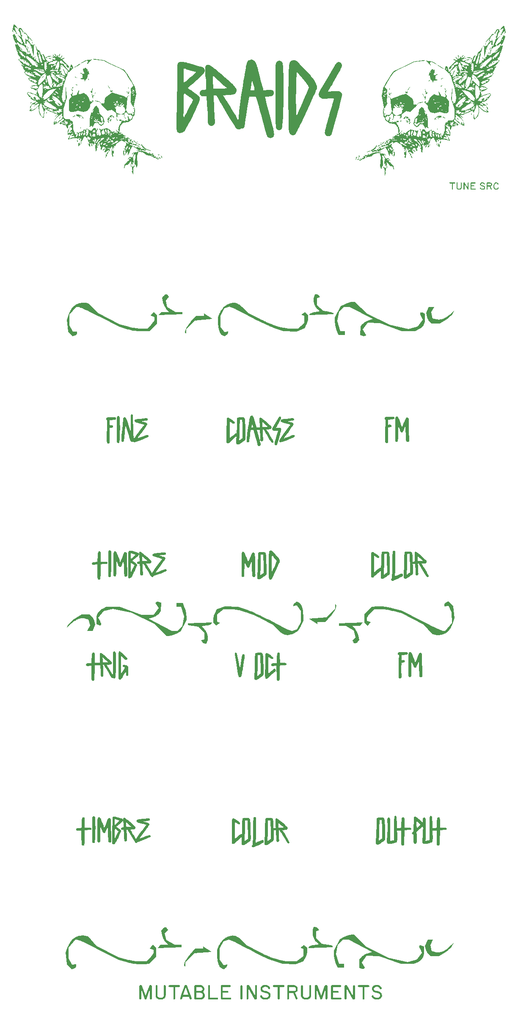
<source format=gto>
G04 Layer: TopSilkscreenLayer*
G04 EasyEDA v6.5.48, 2025-02-08 06:39:44*
G04 da37e12b6d714248abb1756c4e4e4594,e30bb724354f420a97504b8da3067676,10*
G04 Gerber Generator version 0.2*
G04 Scale: 100 percent, Rotated: No, Reflected: No *
G04 Dimensions in millimeters *
G04 leading zeros omitted , absolute positions ,4 integer and 5 decimal *
%FSLAX45Y45*%
%MOMM*%

%ADD10C,0.0001*%

%LPD*%
G36*
X9862820Y19799960D02*
G01*
X9860076Y19799401D01*
X9857130Y19798080D01*
X9853879Y19795998D01*
X9850272Y19793153D01*
X9841890Y19785380D01*
X9831832Y19774916D01*
X9826548Y19769124D01*
X9821722Y19763435D01*
X9817455Y19757999D01*
X9813848Y19752919D01*
X9811054Y19748398D01*
X9809022Y19744537D01*
X9808006Y19741540D01*
X9808260Y19736663D01*
X9806990Y19734326D01*
X9804400Y19732802D01*
X9796221Y19731634D01*
X9791446Y19730059D01*
X9786924Y19727722D01*
X9783267Y19724827D01*
X9775901Y19717512D01*
X9792208Y19719899D01*
X9795865Y19720661D01*
X9799980Y19721982D01*
X9804400Y19723760D01*
X9813696Y19728434D01*
X9818268Y19731177D01*
X9822586Y19734072D01*
X9826548Y19737120D01*
X9844532Y19752005D01*
X9869881Y19726757D01*
X9856724Y19726757D01*
X9851644Y19725589D01*
X9847478Y19722439D01*
X9844633Y19717766D01*
X9843617Y19712025D01*
X9843363Y19709536D01*
X9841433Y19702119D01*
X9837826Y19691858D01*
X9832848Y19679564D01*
X9826701Y19665797D01*
X9819741Y19651268D01*
X9810750Y19633539D01*
X9803180Y19617334D01*
X9800894Y19611746D01*
X9799777Y19607987D01*
X9799726Y19606260D01*
X9800945Y19606717D01*
X9803384Y19609409D01*
X9818370Y19628307D01*
X9836150Y19612305D01*
X9820402Y19639534D01*
X9832644Y19639534D01*
X9837013Y19640194D01*
X9839807Y19641972D01*
X9840874Y19644563D01*
X9839452Y19649795D01*
X9840163Y19652538D01*
X9841890Y19655891D01*
X9844582Y19659650D01*
X9848138Y19663714D01*
X9852406Y19668032D01*
X9857384Y19672452D01*
X9862921Y19676821D01*
X9890912Y19697700D01*
X9877653Y19647306D01*
X9899954Y19669506D01*
X9884613Y19747077D01*
X9880701Y19765416D01*
X9877094Y19779691D01*
X9875316Y19785330D01*
X9873488Y19790003D01*
X9871608Y19793762D01*
X9869627Y19796607D01*
X9867544Y19798588D01*
X9865258Y19799655D01*
G37*
G36*
X9726066Y19726757D02*
G01*
X9670542Y19643191D01*
X9685426Y19643191D01*
X9690862Y19643750D01*
X9694672Y19645223D01*
X9696450Y19647458D01*
X9695484Y19652538D01*
X9696246Y19656044D01*
X9698024Y19660362D01*
X9700717Y19665442D01*
X9704120Y19671030D01*
X9712655Y19683069D01*
X9722459Y19695007D01*
X9727438Y19700544D01*
X9732264Y19705472D01*
X9736785Y19709638D01*
X9740900Y19712940D01*
X9744405Y19715073D01*
X9747199Y19715937D01*
X9749129Y19715378D01*
X9750399Y19710958D01*
X9749383Y19703288D01*
X9746335Y19693534D01*
X9738766Y19676618D01*
X9736074Y19669760D01*
X9733534Y19662241D01*
X9731197Y19654316D01*
X9729165Y19646290D01*
X9727488Y19638365D01*
X9726218Y19630796D01*
X9724745Y19617232D01*
X9723577Y19610730D01*
X9722002Y19604583D01*
X9720173Y19598944D01*
X9718040Y19593864D01*
X9715703Y19589648D01*
X9713264Y19586346D01*
X9710775Y19584162D01*
X9698431Y19576592D01*
X9714179Y19551243D01*
X9694519Y19510908D01*
X9690608Y19502526D01*
X9687102Y19494093D01*
X9684054Y19485914D01*
X9681464Y19478091D01*
X9679533Y19470979D01*
X9678212Y19464782D01*
X9677603Y19459651D01*
X9677806Y19455892D01*
X9680803Y19441160D01*
X9662922Y19452132D01*
X9659772Y19399910D01*
X9684816Y19414134D01*
X9675723Y19404228D01*
X9671354Y19400266D01*
X9666325Y19396811D01*
X9661144Y19394220D01*
X9656572Y19392950D01*
X9636048Y19390207D01*
X9633813Y19389140D01*
X9631426Y19386651D01*
X9628987Y19382892D01*
X9626549Y19378015D01*
X9624212Y19372224D01*
X9622028Y19365620D01*
X9620097Y19358356D01*
X9618421Y19350685D01*
X9611207Y19312534D01*
X9589414Y19312534D01*
X9603028Y19372478D01*
X9577781Y19330822D01*
X9600285Y19294906D01*
X9582708Y19253047D01*
X9578187Y19241465D01*
X9575444Y19233032D01*
X9574174Y19227647D01*
X9574123Y19226022D01*
X9574428Y19225158D01*
X9574987Y19224955D01*
X9575901Y19225412D01*
X9577120Y19226530D01*
X9580321Y19230695D01*
X9584537Y19237248D01*
X9589566Y19246037D01*
X9595307Y19257010D01*
X9601606Y19269913D01*
X9608362Y19284645D01*
X9634728Y19343979D01*
X9669322Y19369125D01*
X9676485Y19374104D01*
X9683546Y19378676D01*
X9690404Y19382638D01*
X9696805Y19386042D01*
X9702596Y19388632D01*
X9707575Y19390461D01*
X9711537Y19391376D01*
X9714331Y19391274D01*
X9724796Y19388277D01*
X9711791Y19409257D01*
X9713163Y19410629D01*
X9710928Y19410629D01*
X9711791Y19409257D01*
X9710521Y19407987D01*
X9687052Y19431304D01*
X9705340Y19459143D01*
X9711893Y19469912D01*
X9716211Y19478752D01*
X9717887Y19484746D01*
X9716617Y19486930D01*
X9716058Y19487438D01*
X9716262Y19488810D01*
X9718852Y19494042D01*
X9724085Y19502120D01*
X9731552Y19512584D01*
X9740950Y19524878D01*
X9751923Y19538594D01*
X9794341Y19590207D01*
X9725914Y19541896D01*
X9738309Y19600621D01*
X9742322Y19615150D01*
X9747046Y19629272D01*
X9752228Y19642378D01*
X9757613Y19653758D01*
X9762896Y19662648D01*
X9765436Y19665950D01*
X9783368Y19686879D01*
X9750552Y19669048D01*
X9776206Y19696734D01*
X9764623Y19726757D01*
G37*
G36*
X9648037Y19638619D02*
G01*
X9645040Y19637959D01*
X9641840Y19636587D01*
X9638385Y19634454D01*
X9634728Y19631660D01*
X9630765Y19628104D01*
X9626498Y19623786D01*
X9616998Y19612864D01*
X9599117Y19589902D01*
X9582810Y19569938D01*
X9564878Y19549211D01*
X9547555Y19530212D01*
X9532620Y19514667D01*
X9525965Y19507149D01*
X9519920Y19499834D01*
X9514687Y19492874D01*
X9510369Y19486524D01*
X9507067Y19480936D01*
X9505035Y19476364D01*
X9504324Y19472960D01*
X9504527Y19459702D01*
X9523425Y19489420D01*
X9528454Y19480022D01*
X9530130Y19477329D01*
X9531096Y19477075D01*
X9531248Y19479056D01*
X9530486Y19483171D01*
X9530892Y19489470D01*
X9534093Y19497192D01*
X9539579Y19505422D01*
X9546844Y19513194D01*
X9566198Y19530568D01*
X9573514Y19523303D01*
X9576358Y19518477D01*
X9578644Y19510705D01*
X9580219Y19501053D01*
X9580829Y19490588D01*
X9580829Y19465137D01*
X9569704Y19465137D01*
X9567062Y19464375D01*
X9563912Y19462140D01*
X9560356Y19458584D01*
X9556445Y19453910D01*
X9552381Y19448272D01*
X9548266Y19441769D01*
X9544151Y19434606D01*
X9540240Y19426936D01*
X9521952Y19388734D01*
X9504527Y19416115D01*
X9504172Y19391884D01*
X9452000Y19401790D01*
X9437370Y19378168D01*
X9472930Y19391782D01*
X9470440Y19292773D01*
X9470136Y19260312D01*
X9470390Y19224244D01*
X9471101Y19203517D01*
X9473234Y19165366D01*
X9495028Y19249491D01*
X9498634Y19264731D01*
X9501733Y19279158D01*
X9504222Y19292417D01*
X9506102Y19304101D01*
X9507270Y19313906D01*
X9507677Y19321475D01*
X9507626Y19324320D01*
X9507321Y19326453D01*
X9506813Y19327825D01*
X9500768Y19337731D01*
X9529775Y19319849D01*
X9515805Y19356120D01*
X9538309Y19356120D01*
X9532416Y19365671D01*
X9531908Y19367652D01*
X9532315Y19370598D01*
X9533432Y19374459D01*
X9535261Y19379031D01*
X9540748Y19390055D01*
X9548164Y19402907D01*
X9557004Y19416674D01*
X9566605Y19430542D01*
X9576460Y19443649D01*
X9586010Y19455231D01*
X9594748Y19464324D01*
X9598558Y19467677D01*
X9602012Y19470166D01*
X9613646Y19477329D01*
X9615728Y19453199D01*
X9616186Y19442887D01*
X9616389Y19431660D01*
X9616287Y19420890D01*
X9615068Y19394271D01*
X9627260Y19423989D01*
X9641027Y19401790D01*
X9639960Y19468693D01*
X9639096Y19484187D01*
X9637725Y19498310D01*
X9636048Y19509740D01*
X9636201Y19509841D01*
X9633813Y19519950D01*
X9632645Y19523506D01*
X9631426Y19526148D01*
X9630206Y19527774D01*
X9621113Y19536003D01*
X9635998Y19510197D01*
X9636048Y19509740D01*
X9591751Y19486168D01*
X9591598Y19494754D01*
X9591090Y19500189D01*
X9589668Y19508774D01*
X9585198Y19530568D01*
X9578898Y19557796D01*
X9604146Y19525081D01*
X9589414Y19576897D01*
X9619132Y19559778D01*
X9602673Y19577812D01*
X9620808Y19597776D01*
X9624771Y19601789D01*
X9629089Y19605548D01*
X9633559Y19608952D01*
X9638131Y19611898D01*
X9642652Y19614337D01*
X9646920Y19616166D01*
X9650882Y19617334D01*
X9654336Y19617740D01*
X9669729Y19617740D01*
X9662922Y19628662D01*
X9660686Y19631914D01*
X9658400Y19634555D01*
X9655962Y19636587D01*
X9653473Y19637908D01*
X9650831Y19638619D01*
G37*
G36*
X9860991Y19605447D02*
G01*
X9829088Y19550430D01*
X9819487Y19532498D01*
X9812334Y19517664D01*
X9821976Y19517664D01*
X9822180Y19521678D01*
X9823450Y19525894D01*
X9825685Y19530161D01*
X9828987Y19534174D01*
X9834981Y19539610D01*
X9838283Y19540372D01*
X9839655Y19535749D01*
X9839960Y19525081D01*
X9839248Y19518731D01*
X9837267Y19513550D01*
X9834372Y19510044D01*
X9830816Y19508724D01*
X9827209Y19509435D01*
X9824466Y19511314D01*
X9822738Y19514108D01*
X9821976Y19517664D01*
X9812334Y19517664D01*
X9809530Y19511111D01*
X9807854Y19506438D01*
X9807194Y19503288D01*
X9806228Y19499986D01*
X9803993Y19495668D01*
X9800590Y19490537D01*
X9796475Y19484949D01*
X9786823Y19473570D01*
X9781895Y19468338D01*
X9777222Y19463867D01*
X9773158Y19460413D01*
X9769906Y19458279D01*
X9767722Y19457771D01*
X9766960Y19459194D01*
X9766401Y19459600D01*
X9764725Y19458889D01*
X9762134Y19457162D01*
X9754463Y19450913D01*
X9744405Y19441617D01*
X9713163Y19410629D01*
X9722510Y19410629D01*
X9727031Y19409816D01*
X9730689Y19407581D01*
X9733178Y19404279D01*
X9734092Y19400215D01*
X9734651Y19398691D01*
X9736226Y19398284D01*
X9738715Y19398996D01*
X9742017Y19400723D01*
X9745980Y19403415D01*
X9750552Y19407022D01*
X9755581Y19411442D01*
X9767214Y19422465D01*
X9773310Y19427748D01*
X9779254Y19432320D01*
X9784943Y19436181D01*
X9790277Y19439280D01*
X9795205Y19441617D01*
X9799574Y19443141D01*
X9803384Y19443801D01*
X9806482Y19443547D01*
X9808768Y19442379D01*
X9810242Y19440296D01*
X9810750Y19437197D01*
X9810546Y19434403D01*
X9809886Y19431254D01*
X9807295Y19423989D01*
X9803130Y19415506D01*
X9797440Y19405904D01*
X9790277Y19395287D01*
X9781794Y19383806D01*
X9772040Y19371614D01*
X9761067Y19358762D01*
X9749028Y19345351D01*
X9722967Y19317868D01*
X9711842Y19305524D01*
X9703054Y19295059D01*
X9697008Y19286931D01*
X9695129Y19283934D01*
X9694062Y19281698D01*
X9693859Y19280327D01*
X9694621Y19279819D01*
X9696856Y19280378D01*
X9699853Y19282054D01*
X9703409Y19284594D01*
X9707422Y19287998D01*
X9716312Y19296837D01*
X9720986Y19302069D01*
X9730130Y19313144D01*
X9734600Y19317970D01*
X9738868Y19322135D01*
X9742881Y19325488D01*
X9746488Y19328028D01*
X9749586Y19329552D01*
X9752025Y19330009D01*
X9753701Y19329349D01*
X9754514Y19327114D01*
X9753854Y19323812D01*
X9751872Y19319595D01*
X9748774Y19314617D01*
X9744710Y19309130D01*
X9739884Y19303238D01*
X9734499Y19297142D01*
X9722662Y19285153D01*
X9716617Y19279616D01*
X9710674Y19274637D01*
X9705035Y19270370D01*
X9699904Y19266966D01*
X9695434Y19264680D01*
X9691878Y19263664D01*
X9686899Y19264782D01*
X9683445Y19264630D01*
X9679025Y19263766D01*
X9673844Y19262191D01*
X9668103Y19259956D01*
X9661906Y19257162D01*
X9655403Y19253860D01*
X9648850Y19250101D01*
X9616998Y19230797D01*
X9623247Y19187160D01*
X9591751Y19229476D01*
X9591751Y19204076D01*
X9526066Y19217182D01*
X9524390Y19195643D01*
X9524339Y19188938D01*
X9524542Y19182842D01*
X9525050Y19178219D01*
X9526625Y19169227D01*
X9506458Y19181622D01*
X9499803Y19164350D01*
X9497771Y19156781D01*
X9497110Y19148907D01*
X9497872Y19141694D01*
X9500006Y19136055D01*
X9506813Y19125031D01*
X9460382Y19149822D01*
X9460382Y19128232D01*
X9459569Y19119392D01*
X9457385Y19111214D01*
X9454184Y19104610D01*
X9450273Y19100495D01*
X9440164Y19094246D01*
X9430054Y19132702D01*
X9427514Y19072707D01*
X9404350Y19072707D01*
X9419640Y19048120D01*
X9389211Y19058280D01*
X9360865Y19023685D01*
X9368586Y19077990D01*
X9370568Y19089420D01*
X9375851Y19114922D01*
X9382252Y19141084D01*
X9389008Y19164706D01*
X9406585Y19217995D01*
X9392361Y19282562D01*
X9411970Y19270472D01*
X9435287Y19370548D01*
X9420453Y19350329D01*
X9414713Y19341490D01*
X9409988Y19332295D01*
X9406788Y19323812D01*
X9405112Y19314210D01*
X9403537Y19310756D01*
X9401098Y19306946D01*
X9397847Y19302882D01*
X9393885Y19298716D01*
X9389364Y19294551D01*
X9384385Y19290538D01*
X9379051Y19286829D01*
X9352534Y19269506D01*
X9325914Y19196253D01*
X9275978Y19205752D01*
X9254337Y19163842D01*
X9251188Y19157035D01*
X9248546Y19150736D01*
X9246412Y19144996D01*
X9244888Y19140068D01*
X9243974Y19136106D01*
X9243771Y19133210D01*
X9244279Y19131635D01*
X9244380Y19129908D01*
X9242958Y19126657D01*
X9240164Y19122136D01*
X9236049Y19116446D01*
X9224721Y19102527D01*
X9217710Y19094602D01*
X9171228Y19045478D01*
X9078417Y19088557D01*
X9104528Y19107200D01*
X9046819Y19094754D01*
X9016949Y19131432D01*
X9044330Y19115024D01*
X9044330Y19139611D01*
X9093606Y19125793D01*
X9060738Y19150330D01*
X9137396Y19139001D01*
X9049816Y19168160D01*
X9039402Y19158610D01*
X9033357Y19153733D01*
X9027769Y19150736D01*
X9022588Y19149618D01*
X9017762Y19150482D01*
X9013240Y19153276D01*
X9010599Y19156222D01*
X9034170Y19178727D01*
X9039148Y19183705D01*
X9043568Y19188582D01*
X9047276Y19193256D01*
X9050274Y19197574D01*
X9052458Y19201485D01*
X9053779Y19204736D01*
X9054134Y19207276D01*
X9053423Y19209004D01*
X9051798Y19209613D01*
X9049512Y19209004D01*
X9046718Y19207226D01*
X9043416Y19204432D01*
X9039860Y19200672D01*
X9035999Y19196100D01*
X9032036Y19190766D01*
X9010192Y19156629D01*
X9008973Y19158000D01*
X9004858Y19164757D01*
X9000845Y19173545D01*
X8990990Y19198082D01*
X8989568Y19150482D01*
X8944508Y19136258D01*
X8923274Y19160642D01*
X8914993Y19169430D01*
X8908237Y19175272D01*
X8903665Y19177660D01*
X8901988Y19176085D01*
X8903462Y19171005D01*
X8907373Y19163792D01*
X8913215Y19155460D01*
X8920327Y19146926D01*
X8938717Y19126708D01*
X8917889Y19105981D01*
X8858199Y19136817D01*
X8858199Y19126250D01*
X8859926Y19121475D01*
X8864650Y19116344D01*
X8871661Y19111518D01*
X8880195Y19107505D01*
X8902141Y19099428D01*
X8770620Y18966027D01*
X8770620Y18948501D01*
X8770924Y18943320D01*
X8771839Y18939154D01*
X8773261Y18935954D01*
X8775141Y18933668D01*
X8777478Y18932296D01*
X8780119Y18931686D01*
X8783015Y18931940D01*
X8786164Y18932855D01*
X8789416Y18934480D01*
X8792819Y18936766D01*
X8796172Y18939611D01*
X8799525Y18943015D01*
X8802776Y18946876D01*
X8805875Y18951244D01*
X8808720Y18955969D01*
X8811260Y18961049D01*
X8813444Y18966434D01*
X8815222Y18972072D01*
X8816543Y18977914D01*
X8818524Y18992037D01*
X8820759Y18997980D01*
X8823604Y19001130D01*
X8826754Y19001028D01*
X8828735Y19000622D01*
X8831478Y19001282D01*
X8834780Y19003010D01*
X8838590Y19005651D01*
X8842756Y19009106D01*
X8847124Y19013322D01*
X8851646Y19018148D01*
X8860637Y19029070D01*
X8869629Y19038824D01*
X8873794Y19042888D01*
X8877655Y19046240D01*
X8881059Y19048780D01*
X8883853Y19050355D01*
X8890203Y19052387D01*
X8895740Y19056400D01*
X8901836Y19062344D01*
X8907830Y19069608D01*
X8921496Y19088252D01*
X8924262Y19085966D01*
X9000540Y19085966D01*
X9037066Y19076060D01*
X9050578Y19072961D01*
X9063685Y19070574D01*
X9074810Y19069050D01*
X9079128Y19068745D01*
X9085884Y19067881D01*
X9090710Y19066103D01*
X9093200Y19063563D01*
X9092387Y19057213D01*
X9094571Y19053505D01*
X9098991Y19049847D01*
X9105188Y19046748D01*
X9122105Y19040297D01*
X9113164Y19054978D01*
X9111792Y19057924D01*
X9111335Y19059956D01*
X9111792Y19061074D01*
X9113164Y19061226D01*
X9115450Y19060414D01*
X9118600Y19058686D01*
X9122613Y19056045D01*
X9133382Y19047917D01*
X9148318Y19035522D01*
X9186976Y19035522D01*
X9187332Y19038620D01*
X9188450Y19042532D01*
X9190228Y19047155D01*
X9192717Y19052336D01*
X9195866Y19058128D01*
X9199727Y19064376D01*
X9204198Y19070980D01*
X9211462Y19080226D01*
X9218320Y19086880D01*
X9223959Y19090386D01*
X9227667Y19090030D01*
X9228836Y19086423D01*
X9228380Y19084188D01*
X9252102Y19084188D01*
X9261297Y19121628D01*
X9265716Y19136512D01*
X9270593Y19150431D01*
X9275775Y19163182D01*
X9281058Y19174460D01*
X9286341Y19184010D01*
X9291370Y19191528D01*
X9293707Y19194475D01*
X9295942Y19196812D01*
X9298076Y19198539D01*
X9300006Y19199606D01*
X9301734Y19199961D01*
X9303308Y19199606D01*
X9304629Y19198488D01*
X9305645Y19196558D01*
X9306458Y19193814D01*
X9306915Y19190208D01*
X9307118Y19185737D01*
X9306102Y19179743D01*
X9303410Y19168618D01*
X9299448Y19153936D01*
X9282074Y19095669D01*
X9252102Y19084188D01*
X9228380Y19084188D01*
X9227718Y19080937D01*
X9224518Y19074282D01*
X9215729Y19062192D01*
X9213088Y19057467D01*
X9211513Y19053251D01*
X9210954Y19049542D01*
X9211310Y19046444D01*
X9212529Y19044107D01*
X9214561Y19042532D01*
X9217304Y19041872D01*
X9220758Y19042126D01*
X9224772Y19043446D01*
X9229293Y19045885D01*
X9234271Y19049542D01*
X9249562Y19062192D01*
X9254077Y19039586D01*
X9297568Y19039586D01*
X9307931Y19074333D01*
X9315653Y19098310D01*
X9325305Y19127165D01*
X9349689Y19196608D01*
X9336582Y19217792D01*
X9365538Y19199961D01*
X9358985Y19217030D01*
X9357055Y19223380D01*
X9356293Y19229222D01*
X9356750Y19234353D01*
X9358274Y19238722D01*
X9360916Y19242278D01*
X9364573Y19244919D01*
X9369247Y19246545D01*
X9374835Y19247154D01*
X9384182Y19247154D01*
X9375648Y19202095D01*
X9364370Y19137325D01*
X9361424Y19123660D01*
X9357715Y19108978D01*
X9353499Y19094196D01*
X9348927Y19080073D01*
X9344355Y19067373D01*
X9325864Y19023685D01*
X9321038Y19037350D01*
X9318396Y19042227D01*
X9314840Y19045377D01*
X9310878Y19046494D01*
X9306864Y19045326D01*
X9297568Y19039586D01*
X9254077Y19039586D01*
X9257436Y19022161D01*
X9258706Y19009715D01*
X9259366Y18995237D01*
X9259366Y18979591D01*
X9258757Y18963538D01*
X9257415Y18947384D01*
X9279737Y18947384D01*
X9309760Y18985534D01*
X9297466Y18985534D01*
X9292742Y18986398D01*
X9288830Y18988735D01*
X9286189Y18992189D01*
X9285224Y18996406D01*
X9286494Y19000673D01*
X9290050Y19004127D01*
X9295231Y19006464D01*
X9301632Y19007328D01*
X9318040Y19007328D01*
X9318040Y18992291D01*
X9316516Y18985280D01*
X9312402Y18977305D01*
X9307354Y18970701D01*
X9368485Y18970701D01*
X9418269Y19040297D01*
X9441891Y19025768D01*
X9428226Y19047764D01*
X9487103Y19099987D01*
X9455962Y19056350D01*
X9507118Y19102730D01*
X9522307Y19115938D01*
X9536582Y19127825D01*
X9549942Y19138341D01*
X9562287Y19147383D01*
X9573615Y19155054D01*
X9583877Y19161201D01*
X9592970Y19165874D01*
X9600946Y19169024D01*
X9604502Y19170040D01*
X9607702Y19170650D01*
X9610648Y19170853D01*
X9624618Y19170853D01*
X9624618Y19135852D01*
X9618094Y19129095D01*
X9638639Y19129095D01*
X9641027Y19168872D01*
X9701479Y19216166D01*
X9686950Y19239585D01*
X9709912Y19225463D01*
X9716211Y19241770D01*
X9720021Y19248069D01*
X9725761Y19253250D01*
X9732619Y19256756D01*
X9739884Y19258026D01*
X9757308Y19258026D01*
X9741662Y19283222D01*
X9765436Y19268592D01*
X9772294Y19279666D01*
X9775952Y19283934D01*
X9780828Y19287490D01*
X9786213Y19289877D01*
X9791598Y19290741D01*
X9803993Y19290741D01*
X9782708Y19275247D01*
X9774478Y19268338D01*
X9767722Y19261023D01*
X9763150Y19254114D01*
X9759746Y19242684D01*
X9755022Y19235318D01*
X9748062Y19227292D01*
X9739579Y19219519D01*
X9717684Y19201892D01*
X9734092Y19209054D01*
X9736785Y19209918D01*
X9738055Y19209613D01*
X9737953Y19208191D01*
X9736632Y19205803D01*
X9734042Y19202450D01*
X9730333Y19198336D01*
X9725507Y19193459D01*
X9688728Y19159626D01*
X9668408Y19172123D01*
X9668408Y19156273D01*
X9667240Y19149669D01*
X9664039Y19143421D01*
X9659315Y19138239D01*
X9653524Y19134785D01*
X9638639Y19129095D01*
X9618094Y19129095D01*
X9549231Y19057721D01*
X9536023Y19043548D01*
X9523933Y19030137D01*
X9513316Y19017843D01*
X9504375Y19006921D01*
X9497415Y18997777D01*
X9492691Y18990716D01*
X9491218Y18988074D01*
X9490456Y18986093D01*
X9490354Y18984772D01*
X9492945Y18975425D01*
X9465106Y18986042D01*
X9422079Y18946723D01*
X9384944Y18954191D01*
X9396628Y18984417D01*
X9417202Y19001689D01*
X9421926Y19006261D01*
X9425127Y19010071D01*
X9426702Y19013119D01*
X9426752Y19015405D01*
X9425279Y19016980D01*
X9422282Y19017945D01*
X9417761Y19018199D01*
X9413443Y19016827D01*
X9408820Y19012966D01*
X9404553Y19007277D01*
X9401098Y19000317D01*
X9396272Y18987770D01*
X9368485Y18970701D01*
X9307354Y18970701D01*
X9306306Y18969329D01*
X9298889Y18962319D01*
X9279737Y18947384D01*
X9257415Y18947384D01*
X9249714Y18888760D01*
X9217050Y18876264D01*
X9230106Y18910046D01*
X9196984Y18922695D01*
X9235948Y18952108D01*
X9206179Y18952819D01*
X9212834Y18979184D01*
X9214053Y18984874D01*
X9214916Y18990818D01*
X9215424Y18996863D01*
X9215577Y19002857D01*
X9215424Y19008648D01*
X9214916Y19013982D01*
X9214053Y19018758D01*
X9212884Y19022720D01*
X9206280Y19039890D01*
X9196476Y19033845D01*
X9192971Y19032067D01*
X9190329Y19031407D01*
X9188450Y19031813D01*
X9187332Y19033185D01*
X9186976Y19035522D01*
X9148318Y19035522D01*
X9177680Y19010376D01*
X9161322Y19004178D01*
X9154414Y19002298D01*
X9147708Y19001841D01*
X9141917Y19002756D01*
X9135668Y19006362D01*
X9132163Y19007531D01*
X9127490Y19008445D01*
X9121851Y19009106D01*
X9115450Y19009512D01*
X9108389Y19009614D01*
X9100972Y19009410D01*
X9055912Y19005702D01*
X9028226Y19033286D01*
X9022638Y19039078D01*
X9017457Y19044970D01*
X9012783Y19050812D01*
X9008668Y19056451D01*
X9005265Y19061684D01*
X9002725Y19066357D01*
X9001099Y19070320D01*
X9000540Y19073418D01*
X9000540Y19085966D01*
X8924262Y19085966D01*
X8955430Y19060210D01*
X8943543Y19029375D01*
X8857538Y19006312D01*
X8858103Y19005397D01*
X8957310Y19005397D01*
X8957462Y19011087D01*
X8957868Y19016726D01*
X8959494Y19027444D01*
X8960662Y19032626D01*
X8962136Y19037655D01*
X8963863Y19042481D01*
X8965844Y19047155D01*
X8970264Y19055740D01*
X8974124Y19062598D01*
X8977376Y19067221D01*
X8978950Y19068643D01*
X8980474Y19069354D01*
X8982049Y19069304D01*
X8983675Y19068542D01*
X8985402Y19066916D01*
X8987231Y19064478D01*
X8989314Y19061074D01*
X8994140Y19051422D01*
X9000134Y19037655D01*
X9008337Y19017742D01*
X9022435Y19017742D01*
X9049816Y19005346D01*
X9060434Y18999860D01*
X9069120Y18994069D01*
X9075013Y18988684D01*
X9077147Y18984417D01*
X9077147Y18979997D01*
X9099092Y18980048D01*
X9120987Y18984264D01*
X9120987Y18941897D01*
X9110014Y18941897D01*
X9105747Y18943421D01*
X9102242Y18947536D01*
X9099854Y18953581D01*
X9098889Y18960998D01*
X9098737Y18979997D01*
X9077147Y18979997D01*
X9077147Y18975882D01*
X9098686Y18979946D01*
X9077502Y18947384D01*
X9077350Y18960998D01*
X9076334Y18966281D01*
X9073794Y18970599D01*
X9070086Y18973546D01*
X9065564Y18974612D01*
X9053982Y18974612D01*
X9060942Y18960998D01*
X9061856Y18957747D01*
X9059164Y18958915D01*
X9053423Y18964198D01*
X9045143Y18973088D01*
X9040571Y18978473D01*
X9032494Y18989090D01*
X9029090Y18994069D01*
X9026347Y18998590D01*
X9024213Y19002603D01*
X9022892Y19005854D01*
X9022435Y19008293D01*
X9022435Y19017742D01*
X9008337Y19017742D01*
X9048038Y18919494D01*
X9041838Y18913754D01*
X9056116Y18913754D01*
X9056319Y18921374D01*
X9057487Y18926556D01*
X9059367Y18928994D01*
X9061907Y18928080D01*
X9063990Y18924371D01*
X9064701Y18920104D01*
X9086850Y18920104D01*
X9091625Y18919240D01*
X9096552Y18916904D01*
X9101074Y18913449D01*
X9104528Y18909233D01*
X9111284Y18898311D01*
X9100362Y18898311D01*
X9095587Y18899174D01*
X9090660Y18901511D01*
X9086138Y18904966D01*
X9082633Y18909233D01*
X9075877Y18920104D01*
X9064701Y18920104D01*
X9064853Y18919190D01*
X9064447Y18913246D01*
X9062770Y18907150D01*
X9056979Y18892875D01*
X9056116Y18913754D01*
X9041838Y18913754D01*
X9019235Y18892875D01*
X9033256Y18917818D01*
X9001658Y18929908D01*
X9013799Y18898311D01*
X8988450Y18898311D01*
X8969908Y18942761D01*
X8965336Y18955918D01*
X8961780Y18968821D01*
X8959291Y18981369D01*
X8958376Y18987566D01*
X8957411Y18999555D01*
X8957310Y19005397D01*
X8858103Y19005397D01*
X8869019Y18987770D01*
X8765641Y18865291D01*
X8751265Y18928384D01*
X8747302Y18943167D01*
X8743035Y18956985D01*
X8738717Y18969024D01*
X8734552Y18978778D01*
X8732621Y18982537D01*
X8730792Y18985484D01*
X8729167Y18987566D01*
X8717788Y18998895D01*
X8705850Y18991580D01*
X8701227Y18987058D01*
X8697468Y18980150D01*
X8694877Y18971869D01*
X8693962Y18963081D01*
X8693962Y18941897D01*
X8681110Y18941897D01*
X8679891Y18941491D01*
X8679637Y18940170D01*
X8680348Y18938036D01*
X8681974Y18935192D01*
X8687816Y18927521D01*
X8695496Y18918834D01*
X8704884Y18918834D01*
X8707882Y18990970D01*
X8717432Y18941592D01*
X8737752Y18954089D01*
X8736025Y18903746D01*
X8724950Y18931128D01*
X8704884Y18918834D01*
X8695496Y18918834D01*
X8702090Y18911925D01*
X8714790Y18899479D01*
X8753348Y18863970D01*
X8761831Y18856604D01*
X8768537Y18851524D01*
X8771331Y18849848D01*
X8773820Y18848679D01*
X8776004Y18848120D01*
X8778036Y18848070D01*
X8779865Y18848578D01*
X8781542Y18849594D01*
X8783167Y18851168D01*
X8784742Y18853200D01*
X8787993Y18858890D01*
X8795969Y18876111D01*
X8802319Y18889167D01*
X8806078Y18896076D01*
X8809837Y18902273D01*
X8813393Y18907607D01*
X8816644Y18911874D01*
X8819540Y18914973D01*
X8821928Y18916751D01*
X8825077Y18917107D01*
X8827058Y18917920D01*
X8832748Y18921679D01*
X8840368Y18927876D01*
X8849461Y18936157D01*
X8859520Y18946063D01*
X8870188Y18957290D01*
X8909405Y18999860D01*
X8936888Y18982944D01*
X8932824Y18940627D01*
X8932214Y18932550D01*
X8931960Y18925184D01*
X8932011Y18918682D01*
X8932367Y18912992D01*
X8933027Y18908217D01*
X8933942Y18904356D01*
X8935008Y18901410D01*
X8936278Y18899479D01*
X8937701Y18898514D01*
X8939276Y18898616D01*
X8940901Y18899784D01*
X8942578Y18902070D01*
X8944305Y18905474D01*
X8946083Y18910046D01*
X8947759Y18915837D01*
X8954566Y18947384D01*
X8952128Y18901156D01*
X8950604Y18882664D01*
X8948465Y18867882D01*
X8978747Y18867882D01*
X8990888Y18887440D01*
X9130639Y18887440D01*
X9145574Y18863310D01*
X9022588Y18874232D01*
X9034678Y18854724D01*
X9023959Y18854724D01*
X9018473Y18855232D01*
X9011361Y18856655D01*
X9003538Y18858738D01*
X8996019Y18861328D01*
X8978747Y18867882D01*
X8948465Y18867882D01*
X8946845Y18859652D01*
X8945372Y18854115D01*
X8943797Y18850000D01*
X8942273Y18847562D01*
X8934856Y18840196D01*
X8932316Y18892875D01*
X8921953Y18853099D01*
X8942526Y18830493D01*
X8964879Y18830493D01*
X8979966Y18854775D01*
X8998154Y18845072D01*
X9055252Y18845072D01*
X9056014Y18848476D01*
X9058148Y18851118D01*
X9061500Y18852946D01*
X9065869Y18854064D01*
X9071051Y18854470D01*
X9076944Y18854216D01*
X9081706Y18853454D01*
X9250934Y18853454D01*
X9290100Y18860770D01*
X9298076Y18862497D01*
X9305848Y18864529D01*
X9313164Y18866815D01*
X9319818Y18869304D01*
X9325660Y18871844D01*
X9330486Y18874486D01*
X9334093Y18877026D01*
X9336278Y18879464D01*
X9343390Y18890843D01*
X9317888Y18883579D01*
X9307576Y18880277D01*
X9286748Y18872809D01*
X9263278Y18863259D01*
X9263278Y18886779D01*
X9302851Y18898057D01*
X9312249Y18900089D01*
X9323374Y18902019D01*
X9335770Y18903746D01*
X9349028Y18905270D01*
X9362846Y18906540D01*
X9376714Y18907506D01*
X9390227Y18908064D01*
X9459112Y18909233D01*
X9470034Y18891554D01*
X9339630Y18900952D01*
X9354921Y18861278D01*
X9363659Y18887440D01*
X9443974Y18886373D01*
X9414197Y18871082D01*
X9498685Y18871082D01*
X9515144Y18891808D01*
X9521240Y18900292D01*
X9525762Y18908064D01*
X9528251Y18914262D01*
X9528251Y18918072D01*
X9528657Y18919545D01*
X9531146Y18921628D01*
X9535414Y18924320D01*
X9541357Y18927419D01*
X9557359Y18934480D01*
X9567011Y18938341D01*
X9607143Y18952819D01*
X9631680Y18962268D01*
X9632746Y18961608D01*
X9634524Y18958763D01*
X9636760Y18954140D01*
X9645142Y18932804D01*
X9612528Y18920358D01*
X9625888Y18941897D01*
X9617049Y18941694D01*
X9614712Y18941186D01*
X9611461Y18939865D01*
X9607397Y18937833D01*
X9597593Y18931890D01*
X9586518Y18924117D01*
X9553448Y18898006D01*
X9597237Y18911265D01*
X9581794Y18900343D01*
X9574631Y18896584D01*
X9566554Y18894298D01*
X9558528Y18893739D01*
X9551568Y18895110D01*
X9536734Y18900749D01*
X9498685Y18871082D01*
X9414197Y18871082D01*
X9316212Y18820739D01*
X9259519Y18827445D01*
X9250934Y18853454D01*
X9081706Y18853454D01*
X9089948Y18851575D01*
X9096756Y18849289D01*
X9103512Y18846342D01*
X9110014Y18842837D01*
X9116161Y18838722D01*
X9137396Y18822720D01*
X9120987Y18822517D01*
X9113723Y18822670D01*
X9106306Y18823381D01*
X9098788Y18824498D01*
X9091371Y18825972D01*
X9084208Y18827800D01*
X9077502Y18829883D01*
X9071406Y18832220D01*
X9066022Y18834709D01*
X9061551Y18837249D01*
X9058198Y18839891D01*
X9056014Y18842532D01*
X9055252Y18845072D01*
X8998154Y18845072D01*
X9001201Y18843447D01*
X9009380Y18838011D01*
X9014540Y18832931D01*
X9031528Y18832931D01*
X9048902Y18826327D01*
X9055608Y18822873D01*
X9061145Y18818504D01*
X9064853Y18813678D01*
X9066225Y18809055D01*
X9066225Y18798387D01*
X9053220Y18802705D01*
X9047835Y18805398D01*
X9042755Y18809563D01*
X9038590Y18814592D01*
X9035897Y18819977D01*
X9031528Y18832931D01*
X9014540Y18832931D01*
X9015933Y18831560D01*
X9020200Y18824956D01*
X9021572Y18818910D01*
X9020708Y18805652D01*
X9008821Y18835370D01*
X8994495Y18812256D01*
X8964879Y18830493D01*
X8942526Y18830493D01*
X8960104Y18811087D01*
X8949690Y18811087D01*
X8944660Y18812052D01*
X8938768Y18814643D01*
X8932672Y18818453D01*
X8927185Y18823127D01*
X8915095Y18835116D01*
X8902039Y18794120D01*
X8836304Y18769380D01*
X8836406Y18782080D01*
X8836660Y18784316D01*
X8838590Y18791631D01*
X8842197Y18802096D01*
X8847226Y18815050D01*
X8853322Y18829731D01*
X8860282Y18845530D01*
X8871153Y18869304D01*
X8877249Y18883833D01*
X8882075Y18896431D01*
X8885478Y18906540D01*
X8887206Y18913602D01*
X8887358Y18915735D01*
X8887002Y18916904D01*
X8885580Y18916650D01*
X8883243Y18914313D01*
X8880144Y18909944D01*
X8876436Y18903899D01*
X8872169Y18896279D01*
X8862568Y18877229D01*
X8832392Y18811087D01*
X8800896Y18811087D01*
X8811768Y18867628D01*
X8779408Y18835471D01*
X8793734Y18808750D01*
X8799169Y18796457D01*
X8806535Y18778016D01*
X8820214Y18741644D01*
X8847429Y18741644D01*
X8847632Y18744539D01*
X8848344Y18747435D01*
X8849563Y18750330D01*
X8851239Y18753226D01*
X8853322Y18756122D01*
X8855862Y18758966D01*
X8858808Y18761811D01*
X8862110Y18764605D01*
X8869832Y18770041D01*
X8878925Y18775222D01*
X8889136Y18780048D01*
X8900312Y18784519D01*
X8912402Y18788532D01*
X8925153Y18791986D01*
X8938514Y18794882D01*
X8952179Y18797117D01*
X8966149Y18798641D01*
X8980220Y18799352D01*
X9020098Y18800216D01*
X9032646Y18767602D01*
X8965946Y18732652D01*
X8937142Y18718022D01*
X8912352Y18705779D01*
X8874607Y18687897D01*
X8913215Y18678652D01*
X8910839Y18674842D01*
X8926017Y18674842D01*
X8926271Y18686475D01*
X8927338Y18693993D01*
X8928963Y18696787D01*
X8931046Y18694146D01*
X8932773Y18687389D01*
X8933434Y18679007D01*
X8933027Y18669965D01*
X8931452Y18661430D01*
X8930298Y18657011D01*
X8956344Y18657011D01*
X8993174Y18733871D01*
X9011462Y18722644D01*
X9011462Y18720714D01*
X8995562Y18701461D01*
X8992412Y18697346D01*
X8990330Y18694247D01*
X8989161Y18692063D01*
X8988907Y18690844D01*
X8989466Y18690488D01*
X8990787Y18690945D01*
X8992870Y18692215D01*
X8998966Y18696990D01*
X9007246Y18704509D01*
X9017254Y18714415D01*
X9028582Y18726454D01*
X9060738Y18761710D01*
X9011462Y18720511D01*
X9012529Y18721984D01*
X9011462Y18722644D01*
X9011462Y18731128D01*
X9012275Y18733922D01*
X9014561Y18737986D01*
X9018219Y18742964D01*
X9023045Y18748806D01*
X9035542Y18762116D01*
X9042958Y18769228D01*
X9050832Y18776391D01*
X9090253Y18811087D01*
X9129979Y18811087D01*
X9124797Y18783554D01*
X9122410Y18766282D01*
X9121800Y18759576D01*
X9121140Y18757392D01*
X9119514Y18754445D01*
X9116923Y18750889D01*
X9113520Y18746774D01*
X9104325Y18737072D01*
X9092539Y18725946D01*
X9078772Y18713958D01*
X9063482Y18701715D01*
X8994444Y18647664D01*
X8965742Y18624346D01*
X8980982Y18672149D01*
X8956344Y18657011D01*
X8930298Y18657011D01*
X8926423Y18642177D01*
X8926017Y18674842D01*
X8910839Y18674842D01*
X8901988Y18660567D01*
X8874709Y18673165D01*
X8868511Y18676213D01*
X8863126Y18679312D01*
X8858656Y18682411D01*
X8854998Y18685611D01*
X8852154Y18688862D01*
X8850223Y18692215D01*
X8849106Y18695670D01*
X8848852Y18699276D01*
X8849410Y18702985D01*
X8850833Y18706947D01*
X8853119Y18711011D01*
X8856268Y18715329D01*
X8860282Y18719901D01*
X8865108Y18724676D01*
X8870797Y18729756D01*
X8907475Y18758712D01*
X8885580Y18754953D01*
X8876436Y18752616D01*
X8867749Y18749060D01*
X8860485Y18744793D01*
X8855608Y18740272D01*
X8847582Y18729350D01*
X8847429Y18741644D01*
X8820251Y18741542D01*
X8830411Y18713297D01*
X8848519Y18660668D01*
X8864650Y18660668D01*
X8911894Y18640958D01*
X8921648Y18636386D01*
X8932062Y18631103D01*
X8942781Y18625312D01*
X8951488Y18620333D01*
X8995054Y18620333D01*
X9015171Y18645632D01*
X9019743Y18650712D01*
X9023756Y18654522D01*
X9027109Y18657062D01*
X9029750Y18658382D01*
X9031732Y18658382D01*
X9032951Y18657062D01*
X9033357Y18654369D01*
X9031884Y18651626D01*
X9027769Y18647105D01*
X9021673Y18641466D01*
X9014206Y18635319D01*
X8995054Y18620333D01*
X8951488Y18620333D01*
X8968841Y18609716D01*
X8978138Y18603518D01*
X8986266Y18597676D01*
X8995822Y18590056D01*
X9008618Y18590056D01*
X9019235Y18620333D01*
X9055252Y18613932D01*
X9055252Y18630798D01*
X9056116Y18637300D01*
X9058503Y18642634D01*
X9061958Y18646292D01*
X9066225Y18647613D01*
X9070492Y18646038D01*
X9073946Y18641822D01*
X9076283Y18635624D01*
X9077147Y18628004D01*
X9076131Y18619317D01*
X9073286Y18610275D01*
X9069120Y18601893D01*
X9064040Y18595289D01*
X9056391Y18587669D01*
X9088475Y18587669D01*
X9108490Y18544032D01*
X9109252Y18562472D01*
X9108795Y18570092D01*
X9106966Y18577255D01*
X9104122Y18583046D01*
X9100464Y18586805D01*
X9090863Y18592698D01*
X9100870Y18645530D01*
X9103461Y18657976D01*
X9106357Y18670270D01*
X9112859Y18694298D01*
X9116466Y18705982D01*
X9120327Y18717564D01*
X9124442Y18728893D01*
X9128760Y18740018D01*
X9133332Y18750940D01*
X9138158Y18761710D01*
X9143238Y18772225D01*
X9159290Y18803620D01*
X9216085Y18803620D01*
X9241129Y18788176D01*
X9228124Y18822009D01*
X9244228Y18822009D01*
X9248038Y18821552D01*
X9252762Y18820231D01*
X9258147Y18818148D01*
X9264091Y18815354D01*
X9270339Y18812002D01*
X9276740Y18808192D01*
X9283090Y18803975D01*
X9292285Y18796863D01*
X9299092Y18790513D01*
X9306458Y18782741D01*
X9317467Y18769787D01*
X9327337Y18769787D01*
X9356648Y18800673D01*
X9367215Y18810325D01*
X9372854Y18815050D01*
X9384741Y18824143D01*
X9397136Y18832626D01*
X9409633Y18840348D01*
X9421977Y18847155D01*
X9433814Y18852845D01*
X9439452Y18855283D01*
X9449917Y18858992D01*
X9454692Y18860312D01*
X9459112Y18861227D01*
X9463125Y18861735D01*
X9466681Y18861786D01*
X9469729Y18861379D01*
X9472269Y18860516D01*
X9474250Y18859093D01*
X9476333Y18855436D01*
X9477197Y18850203D01*
X9476790Y18844158D01*
X9475165Y18837960D01*
X9469526Y18823381D01*
X9438233Y18835319D01*
X9443202Y18822365D01*
X9487763Y18822365D01*
X9511284Y18837351D01*
X9516821Y18840500D01*
X9520834Y18842431D01*
X9523425Y18843040D01*
X9524644Y18842431D01*
X9524542Y18840551D01*
X9523171Y18837351D01*
X9520580Y18832931D01*
X9516922Y18828715D01*
X9511995Y18825260D01*
X9506407Y18822974D01*
X9500768Y18822162D01*
X9487763Y18822365D01*
X9443202Y18822365D01*
X9449663Y18805652D01*
X9390430Y18779439D01*
X9376562Y18773952D01*
X9363862Y18769482D01*
X9352788Y18766282D01*
X9343999Y18764402D01*
X9340646Y18764046D01*
X9338106Y18764097D01*
X9336379Y18764605D01*
X9327337Y18769787D01*
X9317467Y18769787D01*
X9322003Y18764097D01*
X9329724Y18753785D01*
X9340916Y18737529D01*
X9438487Y18737529D01*
X9438487Y18768822D01*
X9457893Y18756833D01*
X9469272Y18800216D01*
X9486442Y18800216D01*
X9490659Y18800673D01*
X9495942Y18802045D01*
X9502190Y18804128D01*
X9509150Y18806972D01*
X9516567Y18810376D01*
X9524238Y18814237D01*
X9531959Y18818555D01*
X9539478Y18823178D01*
X9575342Y18846139D01*
X9531553Y18831610D01*
X9556597Y18856756D01*
X9606026Y18830391D01*
X9593783Y18862192D01*
X9620148Y18857214D01*
X9630359Y18854674D01*
X9638741Y18851626D01*
X9644329Y18848324D01*
X9646361Y18845276D01*
X9645751Y18839891D01*
X9644126Y18834709D01*
X9642906Y18832118D01*
X9639604Y18827038D01*
X9635032Y18822009D01*
X9629140Y18816878D01*
X9621774Y18811697D01*
X9612884Y18806363D01*
X9602368Y18800775D01*
X9590074Y18794933D01*
X9576003Y18788735D01*
X9559950Y18782182D01*
X9541916Y18775172D01*
X9521748Y18767653D01*
X9438487Y18737529D01*
X9340916Y18737529D01*
X9346946Y18727724D01*
X9375851Y18678601D01*
X9379443Y18631255D01*
X9393529Y18631255D01*
X9401454Y18674842D01*
X9414510Y18672149D01*
X9419539Y18671946D01*
X9423704Y18673419D01*
X9426498Y18676264D01*
X9427514Y18680328D01*
X9429038Y18684544D01*
X9433153Y18688050D01*
X9439249Y18690437D01*
X9451086Y18691707D01*
X9456318Y18692622D01*
X9462058Y18694044D01*
X9468256Y18695924D01*
X9474657Y18698159D01*
X9481108Y18700750D01*
X9487357Y18703594D01*
X9499244Y18709690D01*
X9505848Y18712586D01*
X9512808Y18715278D01*
X9519920Y18717666D01*
X9526981Y18719647D01*
X9533788Y18721222D01*
X9540087Y18722340D01*
X9545675Y18722848D01*
X9570720Y18723914D01*
X9525101Y18675146D01*
X9504527Y18707557D01*
X9504324Y18683681D01*
X9503410Y18673876D01*
X9501022Y18664834D01*
X9497517Y18657570D01*
X9493250Y18653048D01*
X9482277Y18646343D01*
X9482277Y18670981D01*
X9465056Y18653810D01*
X9457791Y18647156D01*
X9451136Y18642177D01*
X9445040Y18638977D01*
X9439503Y18637504D01*
X9434372Y18637758D01*
X9429699Y18639688D01*
X9425330Y18643396D01*
X9421317Y18648781D01*
X9413849Y18660821D01*
X9393529Y18631255D01*
X9379443Y18631255D01*
X9381439Y18603874D01*
X9381490Y18596660D01*
X9381286Y18593765D01*
X9380829Y18591428D01*
X9380220Y18589599D01*
X9379305Y18588329D01*
X9378137Y18587567D01*
X9376664Y18587364D01*
X9374886Y18587770D01*
X9372752Y18588685D01*
X9370212Y18590158D01*
X9363913Y18594933D01*
X9355836Y18602045D01*
X9345676Y18611646D01*
X9228226Y18728690D01*
X9230055Y18734024D01*
X9216085Y18803620D01*
X9159290Y18803620D01*
X9166961Y18764351D01*
X9186316Y18794780D01*
X9186468Y18780506D01*
X9187230Y18775375D01*
X9189161Y18771971D01*
X9191955Y18770600D01*
X9195358Y18771565D01*
X9203994Y18776899D01*
X9206026Y18749518D01*
X9205722Y18740678D01*
X9204553Y18730061D01*
X9202724Y18717971D01*
X9200235Y18704763D01*
X9197187Y18690793D01*
X9193631Y18676416D01*
X9189720Y18661989D01*
X9185402Y18647816D01*
X9180880Y18634252D01*
X9171635Y18609462D01*
X9212884Y18641263D01*
X9201607Y18651778D01*
X9227972Y18728029D01*
X9240469Y18691910D01*
X9217152Y18677585D01*
X9246870Y18658840D01*
X9220200Y18658484D01*
X9234627Y18621044D01*
X9213138Y18641060D01*
X9214053Y18642177D01*
X9212884Y18641263D01*
X9213138Y18641060D01*
X9198762Y18622822D01*
X9192412Y18615761D01*
X9186367Y18610834D01*
X9181236Y18608497D01*
X9176461Y18609411D01*
X9174378Y18608344D01*
X9171686Y18606109D01*
X9169585Y18603976D01*
X9243466Y18603976D01*
X9249156Y18625820D01*
X9251543Y18633338D01*
X9254337Y18639282D01*
X9257436Y18643600D01*
X9260890Y18646241D01*
X9264650Y18647308D01*
X9268764Y18646648D01*
X9273133Y18644362D01*
X9277807Y18640450D01*
X9285020Y18633236D01*
X9272828Y18618606D01*
X9267393Y18612967D01*
X9261703Y18608294D01*
X9256318Y18605144D01*
X9252051Y18603976D01*
X9169585Y18603976D01*
X9164929Y18598743D01*
X9157004Y18588736D01*
X9148927Y18577204D01*
X9141510Y18565469D01*
X9135719Y18554903D01*
X9133687Y18550382D01*
X9132366Y18546622D01*
X9131909Y18543778D01*
X9133230Y18541796D01*
X9136735Y18540120D01*
X9141968Y18539002D01*
X9148318Y18538596D01*
X9164777Y18538596D01*
X9164777Y18571311D01*
X9182100Y18571565D01*
X9193580Y18572327D01*
X9226854Y18575477D01*
X9279737Y18581471D01*
X9214053Y18562980D01*
X9274251Y18560389D01*
X9274057Y18524372D01*
X9291574Y18524372D01*
X9291675Y18538901D01*
X9292031Y18552668D01*
X9292640Y18565520D01*
X9293555Y18577255D01*
X9294774Y18587770D01*
X9296349Y18596813D01*
X9298228Y18604331D01*
X9306966Y18627191D01*
X9329369Y18613374D01*
X9314688Y18589752D01*
X9340240Y18605500D01*
X9366475Y18549162D01*
X9384487Y18549162D01*
X9384792Y18553277D01*
X9386570Y18556427D01*
X9389821Y18558662D01*
X9394545Y18559983D01*
X9400794Y18560389D01*
X9417862Y18560389D01*
X9405518Y18580303D01*
X9435642Y18575528D01*
X9460331Y18570905D01*
X9486392Y18565215D01*
X9496298Y18563386D01*
X9505340Y18561964D01*
X9516770Y18560846D01*
X9520428Y18560288D01*
X9523425Y18559526D01*
X9525711Y18558611D01*
X9527438Y18557544D01*
X9528505Y18556325D01*
X9529013Y18555004D01*
X9528962Y18553531D01*
X9528403Y18552007D01*
X9527336Y18550382D01*
X9525762Y18548654D01*
X9521342Y18545098D01*
X9515297Y18541390D01*
X9507829Y18537631D01*
X9499193Y18533922D01*
X9489541Y18530417D01*
X9479076Y18527166D01*
X9468104Y18524270D01*
X9456674Y18521883D01*
X9445091Y18520054D01*
X9433560Y18518936D01*
X9400844Y18517819D01*
X9392462Y18530925D01*
X9388348Y18537986D01*
X9385655Y18544082D01*
X9384487Y18549162D01*
X9366475Y18549162D01*
X9389872Y18498870D01*
X9416592Y18507710D01*
X9416592Y18495924D01*
X9415526Y18491301D01*
X9412579Y18487542D01*
X9408210Y18485002D01*
X9402876Y18484088D01*
X9389211Y18484088D01*
X9385858Y18426734D01*
X9371126Y18417438D01*
X9365996Y18413831D01*
X9362948Y18410834D01*
X9362186Y18408751D01*
X9365335Y18407278D01*
X9366097Y18405297D01*
X9366300Y18402249D01*
X9366046Y18398236D01*
X9365284Y18393359D01*
X9364065Y18387822D01*
X9362338Y18381675D01*
X9348774Y18342406D01*
X9329013Y18354598D01*
X9329013Y18319292D01*
X9319260Y18325287D01*
X9317888Y18326404D01*
X9316516Y18328030D01*
X9313926Y18332805D01*
X9311335Y18339409D01*
X9308896Y18347690D01*
X9306560Y18357494D01*
X9304375Y18368619D01*
X9302292Y18380964D01*
X9300362Y18394273D01*
X9296958Y18423229D01*
X9294368Y18454217D01*
X9292894Y18477992D01*
X9291777Y18509284D01*
X9291574Y18524372D01*
X9274057Y18524372D01*
X9273895Y18500445D01*
X9253016Y18533160D01*
X9208787Y18505881D01*
X9240774Y18505881D01*
X9245244Y18505017D01*
X9248952Y18502680D01*
X9251442Y18499226D01*
X9252356Y18495010D01*
X9251950Y18490742D01*
X9250934Y18487288D01*
X9249410Y18484951D01*
X9247530Y18484088D01*
X9245092Y18484951D01*
X9242145Y18487288D01*
X9238945Y18490742D01*
X9235948Y18495010D01*
X9229140Y18505881D01*
X9208787Y18505881D01*
X9207550Y18505119D01*
X9169755Y18512180D01*
X9162135Y18513806D01*
X9155074Y18515685D01*
X9148622Y18517870D01*
X9143034Y18520156D01*
X9138412Y18522492D01*
X9134906Y18524880D01*
X9132671Y18527217D01*
X9131909Y18529401D01*
X9131909Y18539561D01*
X9093606Y18533160D01*
X9088475Y18587669D01*
X9056391Y18587669D01*
X9050883Y18582182D01*
X9077147Y18582182D01*
X9075013Y18522238D01*
X9057436Y18576747D01*
X9055252Y18546826D01*
X9021419Y18574816D01*
X9033103Y18605144D01*
X9008618Y18590056D01*
X8995822Y18590056D01*
X9006433Y18580862D01*
X9011818Y18575731D01*
X9016238Y18571108D01*
X9019590Y18567095D01*
X9021673Y18563894D01*
X9022435Y18561608D01*
X9022435Y18553023D01*
X8989110Y18554954D01*
X8982202Y18555614D01*
X8975242Y18556681D01*
X8968486Y18558103D01*
X8962136Y18559830D01*
X8956294Y18561812D01*
X8951214Y18563996D01*
X8947048Y18566333D01*
X8944000Y18568720D01*
X8932164Y18580506D01*
X8898178Y18567501D01*
X8911996Y18603315D01*
X8887663Y18618250D01*
X8905392Y18589752D01*
X8879738Y18605500D01*
X8892946Y18626734D01*
X8864650Y18660668D01*
X8848519Y18660668D01*
X8880703Y18565825D01*
X8888826Y18511367D01*
X8945778Y18511367D01*
X8946642Y18517717D01*
X8948877Y18522899D01*
X8952280Y18526404D01*
X8956395Y18527674D01*
X8967012Y18527674D01*
X8963107Y18517565D01*
X9020302Y18517565D01*
X9060942Y18512485D01*
X9070035Y18510707D01*
X9080347Y18508268D01*
X9091523Y18505170D01*
X9103156Y18501563D01*
X9114993Y18497600D01*
X9126575Y18493282D01*
X9137650Y18488863D01*
X9192158Y18464580D01*
X9241840Y18412155D01*
X9250883Y18401893D01*
X9259417Y18391479D01*
X9267291Y18381167D01*
X9274251Y18371261D01*
X9280093Y18362066D01*
X9284614Y18353938D01*
X9287560Y18347080D01*
X9288424Y18344235D01*
X9294571Y18318886D01*
X9264396Y18330367D01*
X9276588Y18298769D01*
X9263938Y18298769D01*
X9260789Y18299074D01*
X9256674Y18299988D01*
X9251746Y18301411D01*
X9240316Y18305526D01*
X9227769Y18311012D01*
X9219590Y18315127D01*
X9211564Y18319902D01*
X9202877Y18326100D01*
X9192920Y18334329D01*
X9181084Y18345200D01*
X9166809Y18359221D01*
X9149537Y18377001D01*
X9128658Y18399150D01*
X9073743Y18458789D01*
X9020302Y18517565D01*
X8963107Y18517565D01*
X8960713Y18511367D01*
X8957919Y18505017D01*
X8954973Y18499785D01*
X8952280Y18496280D01*
X8950096Y18495010D01*
X8948420Y18496280D01*
X8947048Y18499785D01*
X8946134Y18505017D01*
X8945778Y18511367D01*
X8888826Y18511367D01*
X8901837Y18424144D01*
X8926017Y18424144D01*
X8926271Y18435777D01*
X8927338Y18443295D01*
X8928963Y18446038D01*
X8931046Y18443448D01*
X8932773Y18436691D01*
X8932901Y18435066D01*
X8964168Y18435066D01*
X8982151Y18418810D01*
X8997442Y18440552D01*
X9001506Y18445581D01*
X9006078Y18450102D01*
X9011056Y18453963D01*
X9016238Y18457214D01*
X9021419Y18459704D01*
X9026499Y18461482D01*
X9031224Y18462498D01*
X9035491Y18462599D01*
X9039098Y18461837D01*
X9041892Y18460161D01*
X9043670Y18457468D01*
X9044330Y18453760D01*
X9043670Y18451626D01*
X9041790Y18448934D01*
X9038844Y18445734D01*
X9034881Y18442178D01*
X9030157Y18438317D01*
X9024670Y18434304D01*
X9018676Y18430290D01*
X8980119Y18407430D01*
X8964168Y18435066D01*
X8932901Y18435066D01*
X8933434Y18428309D01*
X8933027Y18419267D01*
X8931452Y18410732D01*
X8930341Y18406465D01*
X9032900Y18406465D01*
X9071457Y18427954D01*
X9085529Y18416320D01*
X9090406Y18411291D01*
X9093352Y18406160D01*
X9094063Y18401538D01*
X9092336Y18398083D01*
X9089186Y18396508D01*
X9085884Y18397220D01*
X9082836Y18399912D01*
X9080449Y18404433D01*
X9075775Y18417489D01*
X9042501Y18404738D01*
X9071711Y18386348D01*
X9058656Y18386145D01*
X9053068Y18386907D01*
X9047581Y18389041D01*
X9042755Y18392241D01*
X9039250Y18396204D01*
X9032900Y18406465D01*
X8930341Y18406465D01*
X8926423Y18391428D01*
X8926017Y18424144D01*
X8901837Y18424144D01*
X8911590Y18358764D01*
X8926017Y18358764D01*
X8926271Y18370397D01*
X8927338Y18377916D01*
X8928963Y18380659D01*
X8931046Y18378017D01*
X8932773Y18371312D01*
X8933434Y18362879D01*
X8933078Y18355005D01*
X8962796Y18355005D01*
X8964320Y18357240D01*
X8968740Y18360491D01*
X8974074Y18362676D01*
X8979966Y18363793D01*
X8986012Y18363844D01*
X8991955Y18362930D01*
X8997391Y18360999D01*
X9002014Y18358154D01*
X9005366Y18354294D01*
X9011513Y18344438D01*
X8962796Y18355005D01*
X8933078Y18355005D01*
X8932160Y18349163D01*
X8960815Y18349163D01*
X8961678Y18353379D01*
X8962644Y18354802D01*
X8995054Y18331840D01*
X8981998Y18331637D01*
X8976258Y18332297D01*
X8971178Y18334228D01*
X8966860Y18337123D01*
X8963609Y18340781D01*
X8961526Y18344896D01*
X8960815Y18349163D01*
X8932160Y18349163D01*
X8931452Y18345302D01*
X8926423Y18326049D01*
X8926017Y18358764D01*
X8911590Y18358764D01*
X8893606Y18263971D01*
X8855100Y18227954D01*
X8872524Y18258536D01*
X8847226Y18242991D01*
X8847226Y18254522D01*
X8848293Y18259044D01*
X8851087Y18262701D01*
X8855202Y18265190D01*
X8860282Y18266105D01*
X8873337Y18266105D01*
X8830818Y18297093D01*
X8832951Y18587669D01*
X8812072Y18343270D01*
X8851871Y18208853D01*
X8904325Y18208853D01*
X8984843Y18315127D01*
X9075318Y18368975D01*
X9089644Y18377052D01*
X9099499Y18382132D01*
X9102902Y18383554D01*
X9105442Y18384316D01*
X9107119Y18384418D01*
X9108033Y18383859D01*
X9108236Y18382691D01*
X9107830Y18380913D01*
X9105392Y18375731D01*
X9101582Y18369178D01*
X9096197Y18361050D01*
X9089339Y18351550D01*
X9081922Y18341746D01*
X9060738Y18315533D01*
X9080195Y18330519D01*
X9088120Y18335904D01*
X9095384Y18339612D01*
X9101175Y18341238D01*
X9104680Y18340425D01*
X9105341Y18338850D01*
X9105138Y18336361D01*
X9104122Y18333110D01*
X9102394Y18329198D01*
X9100007Y18324728D01*
X9093657Y18314568D01*
X9085783Y18303494D01*
X9076944Y18292318D01*
X9067901Y18281853D01*
X9064147Y18277840D01*
X9089745Y18277840D01*
X9089999Y18279567D01*
X9091066Y18281294D01*
X9092895Y18283021D01*
X9095435Y18284698D01*
X9098788Y18286374D01*
X9102902Y18288050D01*
X9113469Y18291200D01*
X9127083Y18294197D01*
X9166098Y18301462D01*
X9155887Y18327878D01*
X9169044Y18327878D01*
X9175038Y18326862D01*
X9181795Y18324118D01*
X9188399Y18320105D01*
X9194038Y18315178D01*
X9205976Y18302478D01*
X9170263Y18255589D01*
X9121800Y18263565D01*
X9115196Y18264936D01*
X9104223Y18267883D01*
X9099905Y18269458D01*
X9096349Y18271083D01*
X9093555Y18272709D01*
X9091523Y18274385D01*
X9090253Y18276112D01*
X9089745Y18277840D01*
X9064147Y18277840D01*
X9055354Y18269356D01*
X9051747Y18266511D01*
X9048597Y18264479D01*
X9046006Y18263311D01*
X9043974Y18263209D01*
X9034170Y18265800D01*
X9043771Y18238825D01*
X8980322Y18169534D01*
X8909304Y18174970D01*
X8904325Y18208853D01*
X8851871Y18208853D01*
X8875816Y18128081D01*
X8996934Y18128081D01*
X9034526Y18113705D01*
X9022638Y18132856D01*
X9088475Y18182234D01*
X9110522Y18197830D01*
X9133890Y18213120D01*
X9156700Y18227040D01*
X9167368Y18233186D01*
X9177223Y18238520D01*
X9186011Y18242991D01*
X9235948Y18265597D01*
X9196324Y18266105D01*
X9210598Y18289066D01*
X9214650Y18286425D01*
X9338614Y18286425D01*
X9358274Y18324068D01*
X9363151Y18332246D01*
X9368536Y18339968D01*
X9374479Y18347182D01*
X9381083Y18354090D01*
X9388398Y18360644D01*
X9396628Y18366994D01*
X9405823Y18373191D01*
X9416084Y18379287D01*
X9427565Y18385332D01*
X9440265Y18391428D01*
X9454388Y18397677D01*
X9469983Y18404078D01*
X9487154Y18410732D01*
X9533585Y18427801D01*
X9550857Y18433745D01*
X9557613Y18435828D01*
X9563303Y18437301D01*
X9568027Y18438266D01*
X9571939Y18438723D01*
X9575088Y18438672D01*
X9577730Y18438114D01*
X9579914Y18437098D01*
X9581743Y18435675D01*
X9583420Y18433796D01*
X9586722Y18428919D01*
X9593935Y18417336D01*
X9574733Y18396204D01*
X9570567Y18391987D01*
X9566148Y18388025D01*
X9561626Y18384418D01*
X9557054Y18381319D01*
X9552635Y18378728D01*
X9548469Y18376747D01*
X9544761Y18375528D01*
X9541560Y18375071D01*
X9535566Y18373394D01*
X9529622Y18368772D01*
X9524441Y18361914D01*
X9518650Y18348807D01*
X9515500Y18343422D01*
X9511334Y18337631D01*
X9506407Y18331688D01*
X9500768Y18325642D01*
X9494672Y18319800D01*
X9488220Y18314263D01*
X9481616Y18309234D01*
X9449409Y18286425D01*
X9449409Y18296686D01*
X9450781Y18301817D01*
X9454388Y18308066D01*
X9459772Y18314720D01*
X9466326Y18320969D01*
X9483191Y18334939D01*
X9462211Y18355818D01*
X9414967Y18322848D01*
X9442246Y18306084D01*
X9389618Y18286730D01*
X9381998Y18309539D01*
X9338614Y18286425D01*
X9214650Y18286425D01*
X9266072Y18252897D01*
X9286849Y18282462D01*
X9277350Y18249747D01*
X9243161Y18252490D01*
X9248902Y18237555D01*
X9250459Y18234660D01*
X9379000Y18234660D01*
X9400336Y18247969D01*
X9404959Y18250509D01*
X9409074Y18252389D01*
X9412782Y18253557D01*
X9416237Y18253964D01*
X9419590Y18253608D01*
X9422892Y18252440D01*
X9426346Y18250408D01*
X9430054Y18247512D01*
X9434118Y18243753D01*
X9443974Y18233390D01*
X9463786Y18211596D01*
X9451848Y18211596D01*
X9448800Y18211800D01*
X9439960Y18213578D01*
X9428480Y18216676D01*
X9415830Y18220791D01*
X9379000Y18234660D01*
X9250459Y18234660D01*
X9251797Y18232170D01*
X9255556Y18228564D01*
X9259570Y18227090D01*
X9263430Y18228005D01*
X9272219Y18233440D01*
X9266428Y18211393D01*
X9265361Y18208244D01*
X9263888Y18204992D01*
X9261957Y18201690D01*
X9259620Y18198388D01*
X9253778Y18191632D01*
X9246514Y18184825D01*
X9237980Y18177967D01*
X9228277Y18171109D01*
X9217507Y18164302D01*
X9205925Y18157647D01*
X9193580Y18151144D01*
X9180677Y18144845D01*
X9167266Y18138851D01*
X9153550Y18133161D01*
X9139631Y18127827D01*
X9125661Y18122900D01*
X9111792Y18118480D01*
X9098127Y18114568D01*
X9084868Y18111216D01*
X9072118Y18108523D01*
X9060027Y18106491D01*
X9048648Y18105170D01*
X9038234Y18104612D01*
X9028887Y18104916D01*
X9024670Y18105374D01*
X9020759Y18106085D01*
X9017152Y18106999D01*
X9013952Y18108168D01*
X9011056Y18109590D01*
X9008567Y18111216D01*
X9006484Y18113146D01*
X9004858Y18115330D01*
X8996934Y18128081D01*
X8875816Y18128081D01*
X8880094Y18113654D01*
X8880094Y18069864D01*
X8926576Y18069864D01*
X8901430Y18100040D01*
X8967673Y18109692D01*
X8967673Y18095264D01*
X8968282Y18090388D01*
X8970162Y18086425D01*
X8973261Y18083276D01*
X8977680Y18080990D01*
X8983370Y18079516D01*
X8990431Y18078856D01*
X8998813Y18078958D01*
X9008567Y18079923D01*
X9022080Y18081650D01*
X9009430Y18042636D01*
X9028785Y18069255D01*
X9089847Y18058231D01*
X9073794Y18084139D01*
X9102801Y18066308D01*
X9089237Y18101513D01*
X9146336Y18113349D01*
X9156242Y18115076D01*
X9164878Y18116296D01*
X9172397Y18117007D01*
X9178798Y18117159D01*
X9184132Y18116804D01*
X9188500Y18115889D01*
X9191955Y18114416D01*
X9194495Y18112435D01*
X9196273Y18109844D01*
X9197289Y18106694D01*
X9197594Y18102935D01*
X9197594Y18093740D01*
X9148318Y18104459D01*
X9176715Y18084292D01*
X9017101Y18025618D01*
X8989568Y18063159D01*
X8989568Y18028310D01*
X8946032Y18039638D01*
X8956751Y18056961D01*
X8915400Y18046192D01*
X8900718Y18069864D01*
X8880094Y18069864D01*
X8880094Y17949976D01*
X8836304Y17906390D01*
X8749487Y17906390D01*
X8732681Y17875097D01*
X8787028Y17875097D01*
X8836304Y17861280D01*
X8836304Y17899837D01*
X8859672Y17876520D01*
X8824315Y17792293D01*
X8805672Y17822316D01*
X8795054Y17781016D01*
X8792514Y17851882D01*
X8819896Y17852186D01*
X8787028Y17875097D01*
X8732681Y17875097D01*
X8725712Y17862143D01*
X8704884Y17874996D01*
X8692438Y17841976D01*
X8689508Y17830088D01*
X8737092Y17830088D01*
X8741613Y17829225D01*
X8745321Y17826888D01*
X8747810Y17823383D01*
X8748725Y17819166D01*
X8748318Y17814950D01*
X8747302Y17811445D01*
X8745728Y17809108D01*
X8743899Y17808244D01*
X8741460Y17809108D01*
X8738463Y17811445D01*
X8735314Y17814950D01*
X8732266Y17819166D01*
X8725509Y17830088D01*
X8689508Y17830088D01*
X8687155Y17817084D01*
X8685072Y17801691D01*
X8683498Y17785435D01*
X8682583Y17769128D01*
X8681821Y17704714D01*
X8668399Y17670322D01*
X8699449Y17670322D01*
X8747404Y17658029D01*
X8734907Y17677942D01*
X8729573Y17685359D01*
X8724188Y17690846D01*
X8719464Y17693843D01*
X8716010Y17693894D01*
X8713419Y17693233D01*
X8711438Y17694656D01*
X8710117Y17697754D01*
X8709355Y17702225D01*
X8709152Y17707711D01*
X8709507Y17713909D01*
X8710320Y17720360D01*
X8711590Y17726863D01*
X8713317Y17732908D01*
X8715400Y17738293D01*
X8717838Y17742560D01*
X8720632Y17745405D01*
X8727897Y17750180D01*
X8730742Y17751501D01*
X8733282Y17751958D01*
X8735669Y17751399D01*
X8738057Y17749672D01*
X8740597Y17746675D01*
X8743340Y17742255D01*
X8746540Y17736210D01*
X8754668Y17718989D01*
X8762796Y17700955D01*
X8768181Y17687747D01*
X8772906Y17674742D01*
X8776766Y17662499D01*
X8779560Y17651780D01*
X8781084Y17643144D01*
X8781288Y17639842D01*
X8781542Y17618608D01*
X8769248Y17630851D01*
X8763457Y17635169D01*
X8756700Y17637963D01*
X8749792Y17638979D01*
X8743645Y17637963D01*
X8730335Y17632883D01*
X8699449Y17670322D01*
X8668399Y17670322D01*
X8663185Y17656962D01*
X8666581Y17656962D01*
X8686241Y17649494D01*
X8693353Y17646142D01*
X8698280Y17642433D01*
X8700566Y17638928D01*
X8699703Y17635982D01*
X8696299Y17634661D01*
X8691422Y17635626D01*
X8685834Y17638623D01*
X8680094Y17643398D01*
X8666581Y17656962D01*
X8663185Y17656962D01*
X8643569Y17606619D01*
X8600897Y17613884D01*
X8614562Y17599863D01*
X8617305Y17596612D01*
X8619896Y17592700D01*
X8622182Y17588230D01*
X8624163Y17583454D01*
X8625789Y17578425D01*
X8627059Y17573345D01*
X8627770Y17568316D01*
X8628024Y17563541D01*
X8627770Y17541189D01*
X8607247Y17567757D01*
X8603234Y17573345D01*
X8599678Y17579086D01*
X8596630Y17584724D01*
X8594140Y17590160D01*
X8592362Y17595240D01*
X8591245Y17599761D01*
X8590940Y17603622D01*
X8591448Y17606619D01*
X8596172Y17618862D01*
X8575294Y17637709D01*
X8566404Y17644872D01*
X8557717Y17650409D01*
X8550148Y17653762D01*
X8544763Y17654371D01*
X8540546Y17653965D01*
X8535568Y17654371D01*
X8529980Y17655489D01*
X8523986Y17657318D01*
X8517686Y17659756D01*
X8511286Y17662652D01*
X8504936Y17666004D01*
X8498789Y17669764D01*
X8492998Y17673726D01*
X8487714Y17677942D01*
X8483142Y17682260D01*
X8479383Y17686629D01*
X8467344Y17702580D01*
X8440674Y17686172D01*
X8411667Y17725694D01*
X8388858Y17707051D01*
X8379612Y17701158D01*
X8374786Y17698567D01*
X8370062Y17696332D01*
X8365439Y17694503D01*
X8361222Y17693132D01*
X8350097Y17690490D01*
X8342274Y17687239D01*
X8335060Y17683073D01*
X8331457Y17680228D01*
X8376056Y17680228D01*
X8388553Y17695214D01*
X8393074Y17700193D01*
X8397290Y17704104D01*
X8401304Y17706949D01*
X8404961Y17708727D01*
X8408314Y17709438D01*
X8411311Y17709134D01*
X8413953Y17707762D01*
X8416137Y17705374D01*
X8417915Y17701971D01*
X8419236Y17697500D01*
X8420100Y17692065D01*
X8420557Y17680178D01*
X8421674Y17667427D01*
X8442248Y17667427D01*
X8443010Y17671694D01*
X8445296Y17676215D01*
X8449157Y17680787D01*
X8452764Y17683226D01*
X8456879Y17684089D01*
X8461146Y17683530D01*
X8465362Y17681752D01*
X8469122Y17678958D01*
X8472170Y17675250D01*
X8474252Y17670881D01*
X8474964Y17665903D01*
X8473694Y17661940D01*
X8472805Y17661128D01*
X8495334Y17661128D01*
X8512149Y17639284D01*
X8516048Y17633848D01*
X8551164Y17633848D01*
X8555228Y17632476D01*
X8559546Y17628768D01*
X8563559Y17623332D01*
X8566861Y17616627D01*
X8569452Y17608702D01*
X8571585Y17599914D01*
X8573008Y17591278D01*
X8573516Y17583912D01*
X8573516Y17568468D01*
X8544001Y17568468D01*
X8542121Y17633848D01*
X8516048Y17633848D01*
X8518753Y17629682D01*
X8521649Y17624653D01*
X8524189Y17619624D01*
X8526272Y17614798D01*
X8527897Y17610328D01*
X8528964Y17606314D01*
X8529370Y17602962D01*
X8529726Y17588433D01*
X8502345Y17597374D01*
X8495334Y17661128D01*
X8472805Y17661128D01*
X8470138Y17658689D01*
X8464956Y17656454D01*
X8458555Y17655641D01*
X8452764Y17656251D01*
X8448192Y17657876D01*
X8444890Y17660366D01*
X8442858Y17663617D01*
X8442248Y17667427D01*
X8421674Y17667427D01*
X8423605Y17653711D01*
X8424961Y17646345D01*
X8442147Y17646345D01*
X8459114Y17642840D01*
X8465667Y17640808D01*
X8470950Y17637963D01*
X8474456Y17634559D01*
X8475573Y17631156D01*
X8475167Y17618557D01*
X8474964Y17576698D01*
X8458555Y17590262D01*
X8455253Y17593411D01*
X8452205Y17597221D01*
X8449411Y17601488D01*
X8446973Y17606060D01*
X8444941Y17610886D01*
X8443417Y17615763D01*
X8442452Y17620538D01*
X8442147Y17625110D01*
X8442147Y17646345D01*
X8424961Y17646345D01*
X8427567Y17634864D01*
X8434628Y17608651D01*
X8409279Y17624247D01*
X8409279Y17612715D01*
X8410346Y17608194D01*
X8413140Y17604536D01*
X8417306Y17602047D01*
X8422436Y17601133D01*
X8435543Y17601133D01*
X8410702Y17576393D01*
X8396325Y17591481D01*
X8393379Y17595291D01*
X8390483Y17600269D01*
X8387791Y17606264D01*
X8385302Y17612969D01*
X8383117Y17620284D01*
X8381288Y17627955D01*
X8379866Y17635728D01*
X8379002Y17643398D01*
X8376056Y17680228D01*
X8331457Y17680228D01*
X8329269Y17678501D01*
X8317839Y17667071D01*
X8278215Y17731943D01*
X8234527Y17731943D01*
X8226468Y17700040D01*
X8245043Y17700040D01*
X8266938Y17688356D01*
X8271357Y17685664D01*
X8275472Y17682565D01*
X8279180Y17679111D01*
X8282431Y17675402D01*
X8285073Y17671643D01*
X8287105Y17667833D01*
X8288426Y17664176D01*
X8288832Y17660721D01*
X8288832Y17644770D01*
X8245043Y17644770D01*
X8245043Y17700040D01*
X8226468Y17700040D01*
X8220100Y17674793D01*
X8202726Y17715839D01*
X8197392Y17727269D01*
X8193074Y17735397D01*
X8189823Y17740274D01*
X8188553Y17741493D01*
X8187639Y17741950D01*
X8186978Y17741595D01*
X8186623Y17740477D01*
X8186521Y17738648D01*
X8187334Y17732654D01*
X8189417Y17723764D01*
X8192820Y17712029D01*
X8197646Y17697500D01*
X8213344Y17652085D01*
X8206740Y17584826D01*
X8184845Y17591227D01*
X8189772Y17639284D01*
X8166608Y17579340D01*
X8150758Y17579340D01*
X8144052Y17580711D01*
X8137601Y17584420D01*
X8132064Y17589855D01*
X8128253Y17596510D01*
X8121650Y17613680D01*
X8137550Y17662144D01*
X8148574Y17694148D01*
X8152892Y17706035D01*
X8161020Y17726507D01*
X8124901Y17696840D01*
X8091779Y17709489D01*
X8091779Y17695672D01*
X8092694Y17689322D01*
X8095234Y17682413D01*
X8099044Y17675656D01*
X8103666Y17670018D01*
X8115503Y17658181D01*
X8108188Y17606822D01*
X8067040Y17598999D01*
X8050123Y17626228D01*
X8067903Y17676672D01*
X8072881Y17691760D01*
X8076285Y17703342D01*
X8077758Y17709946D01*
X8077606Y17711013D01*
X8056625Y17716347D01*
X7993227Y17730724D01*
X7993227Y17720411D01*
X7991906Y17716449D01*
X7988249Y17713198D01*
X7982864Y17710962D01*
X7972348Y17709642D01*
X7967675Y17708067D01*
X7962341Y17705628D01*
X7956600Y17702428D01*
X7950606Y17698516D01*
X7944561Y17694046D01*
X7938617Y17689118D01*
X7932928Y17683835D01*
X7906461Y17657470D01*
X7849666Y17663718D01*
X7861147Y17633848D01*
X7828991Y17633848D01*
X7828330Y17661128D01*
X7805775Y17622520D01*
X7784795Y17635372D01*
X7811312Y17669205D01*
X7815427Y17675148D01*
X7819136Y17681041D01*
X7822387Y17686680D01*
X7825028Y17691862D01*
X7827009Y17696535D01*
X7828178Y17700447D01*
X7828584Y17703444D01*
X7827111Y17705832D01*
X7823504Y17703342D01*
X7818272Y17696535D01*
X7811973Y17686020D01*
X7795869Y17656454D01*
X7761478Y17669611D01*
X7784795Y17683937D01*
X7778191Y17717719D01*
X7774482Y17733721D01*
X7770317Y17749164D01*
X7765796Y17763845D01*
X7760970Y17777612D01*
X7755940Y17790160D01*
X7750759Y17801437D01*
X7745526Y17811140D01*
X7740294Y17819065D01*
X7737703Y17822367D01*
X7735163Y17825110D01*
X7726680Y17832628D01*
X7723225Y17836946D01*
X7722616Y17839893D01*
X7725003Y17840960D01*
X7727035Y17842331D01*
X7725562Y17845989D01*
X7720888Y17851475D01*
X7706156Y17864277D01*
X7702194Y17868341D01*
X7701737Y17870017D01*
X7705090Y17868849D01*
X7717993Y17862397D01*
X7732674Y17886070D01*
X7763306Y17874335D01*
X7763306Y17895468D01*
X7719517Y17895468D01*
X7719517Y17874335D01*
X7688376Y17886273D01*
X7642859Y17861991D01*
X7641336Y17900904D01*
X7622489Y17857317D01*
X7620965Y17883886D01*
X7591653Y17872659D01*
X7560767Y17910556D01*
X7590942Y17892420D01*
X7585557Y17907558D01*
X7584186Y17914924D01*
X7584490Y17923662D01*
X7586370Y17932806D01*
X7589621Y17941137D01*
X7599121Y17959527D01*
X7577175Y17973040D01*
X7577175Y17958511D01*
X7576820Y17955056D01*
X7575803Y17950891D01*
X7574178Y17946065D01*
X7572044Y17940883D01*
X7566456Y17929809D01*
X7559649Y17918988D01*
X7542123Y17894096D01*
X7521295Y17912791D01*
X7517130Y17917007D01*
X7513269Y17921681D01*
X7509713Y17926761D01*
X7506614Y17932044D01*
X7504074Y17937378D01*
X7502194Y17942560D01*
X7500975Y17947487D01*
X7500518Y17952008D01*
X7500518Y17972481D01*
X7533233Y17984978D01*
X7519009Y18007888D01*
X7565948Y17995696D01*
X7621625Y18039283D01*
X7653832Y18026938D01*
X7653832Y17951246D01*
X7642859Y17944541D01*
X7638592Y17940934D01*
X7635138Y17936159D01*
X7632801Y17930774D01*
X7631938Y17925440D01*
X7631938Y17913096D01*
X7647990Y17934279D01*
X7651242Y17938953D01*
X7654239Y17944236D01*
X7657033Y17949824D01*
X7659471Y17955666D01*
X7661452Y17961508D01*
X7663027Y17967198D01*
X7663992Y17972532D01*
X7664399Y17977408D01*
X7664754Y17999354D01*
X7797444Y18002402D01*
X7783880Y17933619D01*
X7804454Y17963337D01*
X7815834Y17933619D01*
X7814919Y17955412D01*
X7815173Y17966131D01*
X7816443Y17979136D01*
X7818577Y17992852D01*
X7821320Y18005552D01*
X7828584Y18033949D01*
X7915351Y18093791D01*
X7998714Y18080532D01*
X8052104Y18132094D01*
X8069529Y18149671D01*
X8087359Y18168569D01*
X8104327Y18187314D01*
X8119059Y18204484D01*
X8125155Y18212003D01*
X8158378Y18255183D01*
X8182559Y18255335D01*
X8187740Y18255589D01*
X8193227Y18256250D01*
X8198866Y18257266D01*
X8209838Y18260212D01*
X8214868Y18262041D01*
X8219389Y18264073D01*
X8223148Y18266257D01*
X8239607Y18276976D01*
X8162950Y18263209D01*
X8105140Y18209818D01*
X8091779Y18238825D01*
X8078978Y18211444D01*
X8068919Y18217591D01*
X8066938Y18219470D01*
X8065058Y18222468D01*
X8063331Y18226430D01*
X8061858Y18231154D01*
X8060639Y18236590D01*
X8059724Y18242483D01*
X8059115Y18248680D01*
X8058708Y18261990D01*
X8058099Y18269458D01*
X8057134Y18277332D01*
X8054289Y18293232D01*
X8052511Y18300801D01*
X8050530Y18307812D01*
X8048396Y18314009D01*
X8037931Y18341492D01*
X7903413Y18438926D01*
X7884972Y18432729D01*
X7846923Y18421502D01*
X7788097Y18404636D01*
X7752689Y18394172D01*
X7725613Y18385332D01*
X7700009Y18376341D01*
X7677251Y18367654D01*
X7658658Y18359729D01*
X7651343Y18356224D01*
X7645501Y18353074D01*
X7624429Y18340679D01*
X7757820Y18340679D01*
X7744155Y18335193D01*
X7737754Y18333466D01*
X7730439Y18332907D01*
X7723174Y18333466D01*
X7716774Y18335193D01*
X7703108Y18340679D01*
X7624429Y18340679D01*
X7609230Y18331738D01*
X7602626Y18352211D01*
X7593533Y18384012D01*
X7592771Y18385586D01*
X7592314Y18385231D01*
X7592110Y18383148D01*
X7592618Y18373953D01*
X7595514Y18348655D01*
X7599821Y18304256D01*
X7773060Y18304256D01*
X7790078Y18283072D01*
X7796682Y18275655D01*
X7802168Y18271134D01*
X7805877Y18269864D01*
X7807248Y18272201D01*
X7808112Y18274893D01*
X7810398Y18274690D01*
X7813649Y18271794D01*
X7817612Y18266359D01*
X7827822Y18250306D01*
X7815600Y18242584D01*
X7845399Y18242584D01*
X7866430Y18243448D01*
X7874050Y18243245D01*
X7879283Y18242076D01*
X7881670Y18240197D01*
X7880756Y18237708D01*
X7877098Y18235574D01*
X7871866Y18234710D01*
X7865872Y18235117D01*
X7859775Y18236844D01*
X7845399Y18242584D01*
X7815600Y18242584D01*
X7808925Y18238774D01*
X7802880Y18236082D01*
X7797241Y18234253D01*
X7792770Y18233542D01*
X7783931Y18233390D01*
X7797139Y18254726D01*
X7773060Y18304256D01*
X7599821Y18304256D01*
X7602575Y18271083D01*
X7603873Y18252795D01*
X7725003Y18252795D01*
X7726375Y18257367D01*
X7729169Y18261634D01*
X7731455Y18264276D01*
X7733334Y18265241D01*
X7734808Y18264479D01*
X7736027Y18261787D01*
X7736992Y18257164D01*
X7737805Y18250509D01*
X7740446Y18217286D01*
X7730693Y18232983D01*
X7727340Y18239790D01*
X7725409Y18246648D01*
X7725003Y18252795D01*
X7603873Y18252795D01*
X7605674Y18228208D01*
X7607664Y18206110D01*
X7630617Y18206110D01*
X7644231Y18192699D01*
X7649006Y18187009D01*
X7652054Y18181421D01*
X7653020Y18176595D01*
X7651699Y18173141D01*
X7648752Y18172328D01*
X7645196Y18174563D01*
X7641488Y18179491D01*
X7638084Y18186603D01*
X7630617Y18206110D01*
X7607664Y18206110D01*
X7610144Y18182031D01*
X7613446Y18153938D01*
X7615123Y18142051D01*
X7622757Y18093842D01*
X7629702Y18093842D01*
X7641742Y18105831D01*
X7646416Y18112079D01*
X7650276Y18120258D01*
X7652867Y18129300D01*
X7653832Y18138089D01*
X7653832Y18158358D01*
X7673441Y18146318D01*
X7686395Y18179999D01*
X7669479Y18169585D01*
X7669479Y18209006D01*
X7719517Y18176392D01*
X7719517Y18188533D01*
X7719059Y18191429D01*
X7717790Y18194985D01*
X7715758Y18199049D01*
X7713065Y18203519D01*
X7709814Y18208244D01*
X7706106Y18213070D01*
X7701991Y18217845D01*
X7689799Y18230951D01*
X7684668Y18237860D01*
X7682636Y18242584D01*
X7684211Y18244261D01*
X7686497Y18243600D01*
X7689799Y18241721D01*
X7693914Y18238673D01*
X7704023Y18229834D01*
X7715605Y18218150D01*
X7750403Y18178830D01*
X7767777Y18185434D01*
X7774025Y18188736D01*
X7778343Y18192750D01*
X7780274Y18197068D01*
X7779512Y18201081D01*
X7778191Y18205094D01*
X7778800Y18209463D01*
X7781137Y18213578D01*
X7785049Y18216930D01*
X7796174Y18223788D01*
X7796174Y18210174D01*
X7808315Y18210174D01*
X7828788Y18218251D01*
X7834985Y18220131D01*
X7840116Y18221096D01*
X7844129Y18221147D01*
X7847177Y18220232D01*
X7849260Y18218404D01*
X7850479Y18215660D01*
X7850886Y18211952D01*
X7850886Y18201386D01*
X7889240Y18213222D01*
X7850733Y18188584D01*
X7825638Y18204027D01*
X7841234Y18178881D01*
X7830820Y18178881D01*
X7826298Y18180100D01*
X7821675Y18183453D01*
X7817510Y18188432D01*
X7814360Y18194528D01*
X7808315Y18210174D01*
X7796174Y18210174D01*
X7796174Y18190565D01*
X7751927Y18166994D01*
X7730439Y18180151D01*
X7730439Y18168620D01*
X7730947Y18164860D01*
X7732369Y18161863D01*
X7734655Y18159679D01*
X7737754Y18158256D01*
X7741615Y18157596D01*
X7746085Y18157748D01*
X7751114Y18158612D01*
X7756702Y18160238D01*
X7762748Y18162574D01*
X7769148Y18165673D01*
X7775854Y18169483D01*
X7792313Y18180151D01*
X7800340Y18184266D01*
X7806029Y18185942D01*
X7808468Y18184926D01*
X7809839Y18177713D01*
X7811211Y18168874D01*
X7812531Y18164302D01*
X7815122Y18159171D01*
X7818577Y18154142D01*
X7822539Y18149824D01*
X7832496Y18140730D01*
X7816748Y18167959D01*
X7828330Y18167959D01*
X7832852Y18167096D01*
X7836560Y18164606D01*
X7839049Y18160898D01*
X7839964Y18156428D01*
X7839964Y18144896D01*
X7864043Y18159730D01*
X7838846Y18112892D01*
X7818323Y18125490D01*
X7824825Y18108574D01*
X7825994Y18104612D01*
X7826857Y18099938D01*
X7827314Y18094604D01*
X7827467Y18088864D01*
X7827314Y18082920D01*
X7826806Y18076875D01*
X7825943Y18070931D01*
X7824724Y18065292D01*
X7818069Y18038978D01*
X7721549Y18002300D01*
X7659471Y18031917D01*
X7629702Y18093842D01*
X7622757Y18093842D01*
X7623454Y18089473D01*
X7604912Y18053761D01*
X7598105Y18042128D01*
X7594752Y18037302D01*
X7591399Y18033085D01*
X7587945Y18029478D01*
X7584338Y18026329D01*
X7580528Y18023687D01*
X7576464Y18021503D01*
X7572044Y18019725D01*
X7567218Y18018302D01*
X7561935Y18017236D01*
X7556144Y18016474D01*
X7542682Y18015661D01*
X7498181Y18015356D01*
X7511999Y17979593D01*
X7472070Y18009768D01*
X7468870Y18012003D01*
X7468412Y18014594D01*
X7470292Y18019522D01*
X7474254Y18026075D01*
X7479792Y18033542D01*
X7495031Y18052237D01*
X7467701Y18035879D01*
X7466634Y18053507D01*
X7464145Y18072811D01*
X7462418Y18083733D01*
X7456881Y18113502D01*
X7479944Y18113502D01*
X7466634Y18134888D01*
X7494524Y18175782D01*
X7500112Y18184266D01*
X7510119Y18200928D01*
X7514234Y18208701D01*
X7517638Y18215762D01*
X7520228Y18221858D01*
X7521854Y18226836D01*
X7523530Y18235828D01*
X7526426Y18240298D01*
X7530795Y18243296D01*
X7536129Y18244464D01*
X7549794Y18244616D01*
X7527340Y18260618D01*
X7527899Y18420740D01*
X7519517Y18425922D01*
X7516672Y18428614D01*
X7515199Y18432170D01*
X7515148Y18436132D01*
X7516622Y18439993D01*
X7517841Y18442533D01*
X7519263Y18446394D01*
X7522311Y18457367D01*
X7525410Y18471337D01*
X7528204Y18486729D01*
X7534249Y18524575D01*
X7482281Y18574359D01*
X7513624Y18637656D01*
X7528001Y18665190D01*
X7534198Y18676213D01*
X7539228Y18684697D01*
X7542784Y18689980D01*
X7544866Y18692164D01*
X7552690Y18703188D01*
X7565898Y18723610D01*
X7582865Y18750838D01*
X7615072Y18803670D01*
X7621676Y18814034D01*
X7634376Y18832677D01*
X7640624Y18841059D01*
X7646822Y18848832D01*
X7653172Y18856198D01*
X7659674Y18863106D01*
X7666431Y18869660D01*
X7673543Y18875908D01*
X7681061Y18881953D01*
X7689088Y18887846D01*
X7697724Y18893637D01*
X7706969Y18899428D01*
X7716977Y18905220D01*
X7739583Y18917208D01*
X7766151Y18930112D01*
X7797292Y18944488D01*
X7865516Y18975222D01*
X7920481Y19000419D01*
X7969453Y19023279D01*
X8006334Y19041008D01*
X8070900Y19073622D01*
X8310321Y19098514D01*
X8360613Y19045986D01*
X8372703Y19033794D01*
X8383016Y19023888D01*
X8391448Y19016370D01*
X8398002Y19011239D01*
X8400491Y19009563D01*
X8402523Y19008547D01*
X8404047Y19008090D01*
X8405063Y19008293D01*
X8405520Y19009106D01*
X8405469Y19010528D01*
X8404860Y19012611D01*
X8402015Y19018707D01*
X8396884Y19027343D01*
X8384336Y19047409D01*
X8405012Y19084239D01*
X8475065Y19047053D01*
X8500821Y19034150D01*
X8510574Y19029629D01*
X8518245Y19026428D01*
X8523833Y19024498D01*
X8527186Y19023787D01*
X8528050Y19023888D01*
X8528354Y19024346D01*
X8528151Y19025057D01*
X8525967Y19027444D01*
X8521496Y19031000D01*
X8514740Y19035776D01*
X8505647Y19041719D01*
X8494166Y19048831D01*
X8430818Y19085915D01*
X8384031Y19089979D01*
X8355838Y19093078D01*
X8325510Y19097091D01*
X8311591Y19099174D01*
X8261502Y19107404D01*
X8064398Y19084899D01*
X7965033Y19036487D01*
X7860182Y18986195D01*
X7659268Y18890792D01*
X7641031Y18868491D01*
X7634071Y18858839D01*
X7624216Y18844361D01*
X7611922Y18825768D01*
X7582153Y18779236D01*
X7539888Y18711570D01*
X7506716Y18657214D01*
X7478318Y18609259D01*
X7447025Y18554954D01*
X7445279Y18544032D01*
X7477709Y18544032D01*
X7493711Y18516803D01*
X7499553Y18505881D01*
X7503668Y18496229D01*
X7505649Y18488964D01*
X7505090Y18485002D01*
X7502601Y18483173D01*
X7500264Y18482868D01*
X7497927Y18484088D01*
X7495540Y18486983D01*
X7493152Y18491606D01*
X7490612Y18498058D01*
X7487920Y18506440D01*
X7477709Y18544032D01*
X7445279Y18544032D01*
X7427823Y18435066D01*
X7458506Y18435066D01*
X7460843Y18480024D01*
X7461910Y18494095D01*
X7462723Y18498718D01*
X7463790Y18501766D01*
X7465314Y18503341D01*
X7467396Y18503442D01*
X7470089Y18502172D01*
X7473543Y18499531D01*
X7477912Y18495619D01*
X7489596Y18484088D01*
X7497267Y18475655D01*
X7501991Y18468695D01*
X7503414Y18464022D01*
X7501178Y18462294D01*
X7490815Y18462294D01*
X7499299Y18418708D01*
X7488478Y18418708D01*
X7484414Y18419775D01*
X7481366Y18422670D01*
X7479588Y18427039D01*
X7479436Y18432322D01*
X7479995Y18438876D01*
X7480096Y18446750D01*
X7479842Y18454878D01*
X7479182Y18462294D01*
X7477099Y18478652D01*
X7458506Y18435066D01*
X7427823Y18435066D01*
X7422896Y18404382D01*
X7424087Y18398185D01*
X7456728Y18398185D01*
X7457541Y18402858D01*
X7459725Y18405906D01*
X7463078Y18407329D01*
X7467396Y18407227D01*
X7472324Y18405652D01*
X7477759Y18402604D01*
X7483348Y18398134D01*
X7488885Y18392292D01*
X7501788Y18376798D01*
X7479233Y18382691D01*
X7470495Y18385688D01*
X7463332Y18389650D01*
X7458506Y18393968D01*
X7456728Y18398185D01*
X7424087Y18398185D01*
X7449478Y18266105D01*
X7488936Y18266105D01*
X7493457Y18265241D01*
X7497114Y18262904D01*
X7499603Y18259399D01*
X7500518Y18255183D01*
X7500162Y18250966D01*
X7499096Y18247512D01*
X7497572Y18245124D01*
X7495692Y18244261D01*
X7493304Y18245124D01*
X7490307Y18247461D01*
X7487107Y18250966D01*
X7484109Y18255183D01*
X7477353Y18266105D01*
X7449478Y18266105D01*
X7467701Y18171312D01*
X7443368Y18101767D01*
X7458100Y17984216D01*
X7472781Y17972074D01*
X7475829Y17969128D01*
X7478979Y17965369D01*
X7482078Y17961000D01*
X7485024Y17956072D01*
X7487767Y17950840D01*
X7490206Y17945404D01*
X7492238Y17939918D01*
X7493812Y17934584D01*
X7500213Y17909184D01*
X7579715Y17848834D01*
X7666481Y17843957D01*
X7700365Y17818862D01*
X7708950Y17811597D01*
X7716621Y17803926D01*
X7720177Y17799913D01*
X7726629Y17791480D01*
X7729575Y17787061D01*
X7734909Y17777561D01*
X7739532Y17767300D01*
X7743545Y17756073D01*
X7746949Y17743830D01*
X7749844Y17730419D01*
X7752232Y17715738D01*
X7754162Y17699685D01*
X7760106Y17633848D01*
X7718196Y17633848D01*
X7731150Y17613020D01*
X7760462Y17624196D01*
X7765653Y17610785D01*
X7872780Y17610785D01*
X7872780Y17627752D01*
X7873085Y17634153D01*
X7873949Y17639030D01*
X7875371Y17642332D01*
X7877251Y17644059D01*
X7879588Y17644160D01*
X7882280Y17642586D01*
X7885379Y17639436D01*
X7888731Y17634610D01*
X7895031Y17624450D01*
X7878841Y17614493D01*
X7902854Y17614493D01*
X7913928Y17621453D01*
X7918602Y17625872D01*
X7923123Y17632781D01*
X7926984Y17641214D01*
X7929676Y17650206D01*
X7934299Y17671999D01*
X7944916Y17669764D01*
X7944864Y17669560D01*
X7945932Y17669560D01*
X7960969Y17666360D01*
X7967319Y17682819D01*
X7970570Y17689220D01*
X7974685Y17694402D01*
X7979156Y17697958D01*
X7983474Y17699278D01*
X7993227Y17699278D01*
X7993227Y17635931D01*
X8009128Y17635931D01*
X8009229Y17642179D01*
X8009636Y17648275D01*
X8010347Y17654016D01*
X8015528Y17679974D01*
X8017002Y17689372D01*
X8017814Y17696535D01*
X8019034Y17702733D01*
X8021421Y17706949D01*
X8024723Y17709286D01*
X8028635Y17709642D01*
X8032800Y17708219D01*
X8037017Y17704917D01*
X8040979Y17699888D01*
X8044281Y17693081D01*
X8050885Y17676012D01*
X8023504Y17625009D01*
X8037372Y17602657D01*
X8017611Y17590516D01*
X8011718Y17613071D01*
X8010601Y17618049D01*
X8009839Y17623688D01*
X8009331Y17629682D01*
X8009128Y17635931D01*
X7993227Y17635931D01*
X7993227Y17622977D01*
X7970062Y17622977D01*
X7976362Y17612817D01*
X7977936Y17608346D01*
X7977682Y17603724D01*
X7975650Y17599456D01*
X7972044Y17596154D01*
X7961477Y17589652D01*
X7945932Y17669560D01*
X7944864Y17669560D01*
X7931505Y17617490D01*
X7951266Y17604181D01*
X7917281Y17591227D01*
X7902854Y17614493D01*
X7878841Y17614493D01*
X7872780Y17610785D01*
X7765653Y17610785D01*
X7772603Y17592700D01*
X7743748Y17599863D01*
X7733436Y17603317D01*
X7723733Y17607432D01*
X7719517Y17609515D01*
X7715859Y17611598D01*
X7712964Y17613579D01*
X7700924Y17622875D01*
X7681163Y17601133D01*
X7676845Y17596764D01*
X7672070Y17592649D01*
X7667142Y17588941D01*
X7662062Y17585690D01*
X7657033Y17582997D01*
X7652258Y17580965D01*
X7647838Y17579644D01*
X7643926Y17579187D01*
X7626451Y17579035D01*
X7643445Y17568468D01*
X7915300Y17568468D01*
X7922056Y17579340D01*
X7925562Y17583607D01*
X7930032Y17587061D01*
X7935010Y17589398D01*
X7939786Y17590262D01*
X7950708Y17590262D01*
X7943951Y17579340D01*
X7940446Y17575123D01*
X7935975Y17571669D01*
X7931048Y17569332D01*
X7926222Y17568468D01*
X7643445Y17568468D01*
X7649209Y17565522D01*
X7656118Y17563490D01*
X7662316Y17563084D01*
X7666990Y17564354D01*
X7670393Y17565522D01*
X7673136Y17564608D01*
X7675016Y17561966D01*
X7675727Y17557546D01*
X8245043Y17557546D01*
X8245043Y17610226D01*
X8272424Y17619522D01*
X8301075Y17579340D01*
X8294319Y17568418D01*
X8290001Y17564201D01*
X8283295Y17560747D01*
X8282228Y17560442D01*
X8312505Y17560442D01*
X8313826Y17568062D01*
X8316671Y17576139D01*
X8322818Y17590719D01*
X8326932Y17602149D01*
X8328406Y17607280D01*
X8329574Y17612309D01*
X8331301Y17622977D01*
X8332622Y17627193D01*
X8335162Y17630648D01*
X8338667Y17632984D01*
X8342630Y17633848D01*
X8346287Y17632781D01*
X8348827Y17629835D01*
X8350097Y17625517D01*
X8349792Y17620234D01*
X8348421Y17614290D01*
X8346694Y17608092D01*
X8342426Y17595392D01*
X8337448Y17582896D01*
X8332063Y17571364D01*
X8326678Y17561509D01*
X8324138Y17557496D01*
X8321751Y17554194D01*
X8319516Y17551704D01*
X8317534Y17550130D01*
X8315909Y17549571D01*
X8314588Y17550130D01*
X8312708Y17554194D01*
X8312505Y17560442D01*
X8282228Y17560442D01*
X8275116Y17558410D01*
X8266328Y17557546D01*
X7675727Y17557546D01*
X7675727Y17545710D01*
X7637373Y17552111D01*
X7641719Y17528489D01*
X7797088Y17528489D01*
X7802727Y17537582D01*
X7805267Y17541087D01*
X7807959Y17543983D01*
X7810500Y17545913D01*
X7812582Y17546675D01*
X7814665Y17545913D01*
X7816202Y17544745D01*
X7960359Y17544745D01*
X7998714Y17539258D01*
X8025536Y17486680D01*
X7991551Y17479314D01*
X7976311Y17499380D01*
X7970367Y17508169D01*
X7965440Y17517211D01*
X7962087Y17525542D01*
X7960715Y17532045D01*
X7960359Y17544745D01*
X7816202Y17544745D01*
X7817772Y17543373D01*
X7836560Y17543373D01*
X7905648Y17533264D01*
X7905648Y17510302D01*
X7891221Y17524679D01*
X7873796Y17511471D01*
X7867650Y17507102D01*
X7863840Y17504968D01*
X7862671Y17505121D01*
X7864398Y17507762D01*
X7872475Y17517262D01*
X7836560Y17543373D01*
X7817772Y17543373D01*
X7819898Y17541087D01*
X7822387Y17537582D01*
X7828025Y17528489D01*
X7641719Y17528489D01*
X7641793Y17528082D01*
X7588402Y17538242D01*
X7595412Y17550638D01*
X7596174Y17552517D01*
X7595616Y17553076D01*
X7593787Y17552416D01*
X7586929Y17547640D01*
X7576413Y17538801D01*
X7563256Y17527016D01*
X7556398Y17521377D01*
X7549591Y17516297D01*
X7543088Y17511877D01*
X7537094Y17508169D01*
X7531760Y17505426D01*
X7527290Y17503648D01*
X7523835Y17503038D01*
X7510018Y17503038D01*
X7524140Y17458639D01*
X7521702Y17457369D01*
X7524953Y17456150D01*
X7524140Y17458639D01*
X7546594Y17470221D01*
X7559141Y17464024D01*
X7562494Y17462855D01*
X7562342Y17464278D01*
X7558887Y17467986D01*
X7552334Y17473625D01*
X7532979Y17489373D01*
X7559294Y17506543D01*
X7564983Y17509998D01*
X7570266Y17512792D01*
X7575092Y17514976D01*
X7579512Y17516500D01*
X7583373Y17517414D01*
X7586675Y17517770D01*
X7589418Y17517567D01*
X7591501Y17516856D01*
X7592872Y17515636D01*
X7593533Y17513960D01*
X7593431Y17511826D01*
X7592517Y17509236D01*
X7590688Y17506238D01*
X7587996Y17502886D01*
X7584389Y17499177D01*
X7573416Y17489678D01*
X7570317Y17486172D01*
X7570520Y17485004D01*
X7574280Y17486426D01*
X7587843Y17493234D01*
X7586933Y17490846D01*
X7620965Y17490846D01*
X7620965Y17502428D01*
X7621828Y17506899D01*
X7624165Y17510556D01*
X7627670Y17513046D01*
X7631938Y17513960D01*
X7636154Y17513554D01*
X7639659Y17512538D01*
X7641996Y17511014D01*
X7642859Y17509134D01*
X7642327Y17507661D01*
X7653832Y17507661D01*
X7653832Y17516246D01*
X7654391Y17518634D01*
X7656118Y17520513D01*
X7658862Y17521936D01*
X7662570Y17522901D01*
X7667193Y17523409D01*
X7672679Y17523460D01*
X7678978Y17523053D01*
X7685938Y17522190D01*
X7693507Y17520869D01*
X7701686Y17519091D01*
X7710373Y17516856D01*
X7719517Y17514214D01*
X7746898Y17505730D01*
X7653832Y17507661D01*
X7642327Y17507661D01*
X7641996Y17506746D01*
X7639659Y17503749D01*
X7636154Y17500600D01*
X7631938Y17497602D01*
X7620965Y17490846D01*
X7586933Y17490846D01*
X7568793Y17443094D01*
X7550251Y17446498D01*
X7545019Y17446955D01*
X7539583Y17446498D01*
X7533995Y17445278D01*
X7528407Y17443348D01*
X7522972Y17440808D01*
X7517841Y17437709D01*
X7513116Y17434204D01*
X7508951Y17430394D01*
X7505446Y17426279D01*
X7502804Y17422012D01*
X7501128Y17417643D01*
X7500920Y17416170D01*
X7560767Y17416170D01*
X7597800Y17448733D01*
X7612938Y17461331D01*
X7620050Y17466868D01*
X7626654Y17471694D01*
X7632547Y17475657D01*
X7637525Y17478705D01*
X7641437Y17480584D01*
X7644028Y17481245D01*
X7653121Y17481245D01*
X7646873Y17464938D01*
X7643774Y17458994D01*
X7640116Y17454880D01*
X7636256Y17452898D01*
X7632700Y17453508D01*
X7628229Y17453711D01*
X7621828Y17450663D01*
X7614310Y17444974D01*
X7606588Y17437100D01*
X7602677Y17432832D01*
X7598409Y17428870D01*
X7594041Y17425263D01*
X7589672Y17422114D01*
X7585354Y17419574D01*
X7581341Y17417643D01*
X7577683Y17416424D01*
X7574534Y17416018D01*
X7500920Y17416170D01*
X7500518Y17413325D01*
X7500518Y17402606D01*
X7517942Y17409261D01*
X7525613Y17411293D01*
X7533589Y17411903D01*
X7540904Y17411141D01*
X7546695Y17408956D01*
X7558024Y17401946D01*
X7485989Y17371822D01*
X7502448Y17358410D01*
X7504887Y17356074D01*
X7507528Y17352924D01*
X7510424Y17348962D01*
X7516622Y17339005D01*
X7523225Y17326864D01*
X7529728Y17313249D01*
X7536346Y17297501D01*
X7548981Y17297501D01*
X7551521Y17341138D01*
X7552639Y17355464D01*
X7553909Y17364964D01*
X7554620Y17367859D01*
X7555382Y17369536D01*
X7556246Y17369993D01*
X7557160Y17369231D01*
X7558227Y17367250D01*
X7560614Y17359528D01*
X7563612Y17346930D01*
X7567218Y17329353D01*
X7570470Y17310150D01*
X7571638Y17301464D01*
X7572400Y17293640D01*
X7572756Y17286935D01*
X7572756Y17281601D01*
X7572349Y17277791D01*
X7571486Y17275759D01*
X7569453Y17275200D01*
X7567777Y17277588D01*
X7566659Y17282414D01*
X7566202Y17289322D01*
X7566202Y17308118D01*
X7548981Y17297501D01*
X7536346Y17297501D01*
X7547508Y17268393D01*
X7559903Y17238370D01*
X7565593Y17225365D01*
X7570520Y17214748D01*
X7586776Y17183506D01*
X7585659Y17226838D01*
X7585811Y17234509D01*
X7586218Y17241113D01*
X7586980Y17246600D01*
X7587996Y17251070D01*
X7589316Y17254423D01*
X7590993Y17256658D01*
X7592923Y17257877D01*
X7595209Y17258030D01*
X7597851Y17257064D01*
X7600797Y17255032D01*
X7604048Y17251984D01*
X7607706Y17247819D01*
X7611668Y17242637D01*
X7616037Y17236389D01*
X7643571Y17192396D01*
X7633614Y17251070D01*
X7667599Y17279112D01*
X7656474Y17283328D01*
X7631938Y17258893D01*
X7631938Y17270425D01*
X7631379Y17273574D01*
X7629804Y17278045D01*
X7627315Y17283633D01*
X7624013Y17290186D01*
X7615529Y17305172D01*
X7610500Y17313198D01*
X7578242Y17360696D01*
X7588656Y17367148D01*
X7592923Y17369282D01*
X7596936Y17370399D01*
X7600746Y17370450D01*
X7604353Y17369434D01*
X7607757Y17367351D01*
X7610906Y17364202D01*
X7613903Y17359985D01*
X7616647Y17354651D01*
X7619238Y17348250D01*
X7621625Y17340783D01*
X7623809Y17332198D01*
X7625842Y17322495D01*
X7633208Y17283430D01*
X7649006Y17296485D01*
X7655153Y17302226D01*
X7656525Y17303902D01*
X7634833Y17317212D01*
X7644942Y17369688D01*
X7620965Y17384420D01*
X7620965Y17416475D01*
X7621625Y17428819D01*
X7623403Y17438624D01*
X7625994Y17444974D01*
X7629194Y17446853D01*
X7631633Y17446904D01*
X7635544Y17447615D01*
X7640675Y17448987D01*
X7653883Y17453406D01*
X7669580Y17459553D01*
X7718348Y17481042D01*
X7730414Y17473574D01*
X7785608Y17473574D01*
X7785811Y17475606D01*
X7786471Y17477333D01*
X7787589Y17478756D01*
X7789062Y17479873D01*
X7790942Y17480686D01*
X7793228Y17481143D01*
X7795818Y17481296D01*
X7798765Y17481143D01*
X7802016Y17480635D01*
X7805521Y17479772D01*
X7813395Y17477028D01*
X7822234Y17472812D01*
X7831836Y17467072D01*
X7842046Y17459858D01*
X7859865Y17445736D01*
X7881620Y17445736D01*
X7889494Y17486680D01*
X7933029Y17486680D01*
X7930286Y17500346D01*
X7929930Y17505222D01*
X7930896Y17509083D01*
X7933029Y17511826D01*
X7935975Y17513452D01*
X7939684Y17513858D01*
X7943799Y17512995D01*
X7948168Y17510760D01*
X7952638Y17507153D01*
X7953349Y17502987D01*
X7950352Y17496637D01*
X7944154Y17488966D01*
X7935315Y17480889D01*
X7911185Y17461433D01*
X7965846Y17470882D01*
X7970497Y17467834D01*
X7998714Y17467834D01*
X8031530Y17468240D01*
X8043265Y17467935D01*
X8050784Y17466919D01*
X8053578Y17465294D01*
X8053062Y17464887D01*
X8089087Y17464887D01*
X8135112Y17413020D01*
X8122158Y17392142D01*
X8113674Y17401286D01*
X8111794Y17403673D01*
X8109712Y17406975D01*
X8105292Y17415713D01*
X8100923Y17426330D01*
X8097113Y17437658D01*
X8089087Y17464887D01*
X8053062Y17464887D01*
X8050936Y17463211D01*
X8044180Y17461484D01*
X8035696Y17460823D01*
X8026653Y17461280D01*
X8018068Y17462804D01*
X7998714Y17467834D01*
X7970497Y17467834D01*
X7998510Y17449444D01*
X7975717Y17426736D01*
X8046618Y17426736D01*
X8051038Y17426432D01*
X8055609Y17425517D01*
X8060283Y17424095D01*
X8064906Y17422215D01*
X8069325Y17419929D01*
X8073390Y17417338D01*
X8076996Y17414443D01*
X8079994Y17411344D01*
X8092846Y17396002D01*
X8066531Y17379797D01*
X8053425Y17397679D01*
X8047786Y17404029D01*
X8042097Y17408194D01*
X8037017Y17409769D01*
X8033207Y17408398D01*
X8030464Y17406670D01*
X8028178Y17407128D01*
X8026653Y17409668D01*
X8026095Y17414036D01*
X8026095Y17426736D01*
X7975717Y17426736D01*
X7971332Y17422368D01*
X7971332Y17449850D01*
X7949438Y17436338D01*
X7949438Y17455692D01*
X7881620Y17445736D01*
X7859865Y17445736D01*
X7876692Y17433594D01*
X7886700Y17426838D01*
X7895945Y17421047D01*
X7913370Y17410938D01*
X7920329Y17405553D01*
X7924139Y17400981D01*
X7924038Y17397831D01*
X7922056Y17397222D01*
X7918450Y17397577D01*
X7913370Y17398796D01*
X7907121Y17400778D01*
X7899806Y17403521D01*
X7891678Y17406874D01*
X7882991Y17410836D01*
X7864856Y17419726D01*
X7856423Y17423587D01*
X7848803Y17426736D01*
X7842148Y17429226D01*
X7836662Y17430953D01*
X7832547Y17431766D01*
X7829905Y17431766D01*
X7828991Y17430750D01*
X7827264Y17429429D01*
X7822539Y17431308D01*
X7815580Y17436033D01*
X7807096Y17443094D01*
X7798308Y17451679D01*
X7794853Y17455591D01*
X7791958Y17459248D01*
X7789621Y17462652D01*
X7787843Y17465802D01*
X7786624Y17468646D01*
X7785862Y17471237D01*
X7785608Y17473574D01*
X7730414Y17473574D01*
X7781137Y17442129D01*
X7795158Y17432985D01*
X7807401Y17424450D01*
X7817408Y17416932D01*
X7824622Y17410887D01*
X7827009Y17408550D01*
X7828483Y17406670D01*
X7830362Y17400930D01*
X7834071Y17394123D01*
X7839557Y17385842D01*
X7846212Y17377054D01*
X7852308Y17370044D01*
X7856067Y17366589D01*
X7857236Y17366945D01*
X7855508Y17371212D01*
X7847533Y17386503D01*
X7871815Y17371568D01*
X7859522Y17339564D01*
X7885226Y17339564D01*
X7870545Y17290491D01*
X7887716Y17312284D01*
X7891221Y17317212D01*
X7894472Y17322901D01*
X7897469Y17329150D01*
X7900111Y17335703D01*
X7902346Y17342408D01*
X7904073Y17349063D01*
X7905191Y17355413D01*
X7905699Y17361357D01*
X7906512Y17388586D01*
X7913646Y17372228D01*
X7993227Y17372228D01*
X7993227Y17383150D01*
X7994497Y17387366D01*
X7997850Y17390821D01*
X8002879Y17393208D01*
X8009026Y17394021D01*
X8015681Y17393208D01*
X8022132Y17390821D01*
X8027670Y17387366D01*
X8031530Y17383150D01*
X8038338Y17372228D01*
X7913646Y17372228D01*
X7925003Y17346472D01*
X7930794Y17335042D01*
X7936077Y17326305D01*
X7938414Y17323003D01*
X7940497Y17320514D01*
X7942325Y17318786D01*
X7943850Y17317872D01*
X7944967Y17317821D01*
X7945780Y17318634D01*
X7946085Y17320361D01*
X7945983Y17323003D01*
X7945424Y17326610D01*
X7942580Y17336820D01*
X7936433Y17355870D01*
X7956003Y17328642D01*
X7971332Y17328642D01*
X7972196Y17332858D01*
X7974533Y17336363D01*
X7978038Y17338700D01*
X7982305Y17339564D01*
X7986522Y17338700D01*
X7990027Y17336363D01*
X7992364Y17332858D01*
X7993227Y17328642D01*
X7992364Y17324425D01*
X7990027Y17320920D01*
X7986522Y17318583D01*
X7982305Y17317720D01*
X7978038Y17318583D01*
X7974533Y17320920D01*
X7972196Y17324425D01*
X7971332Y17328642D01*
X7956003Y17328642D01*
X7959902Y17323206D01*
X7949031Y17288459D01*
X7975600Y17254626D01*
X7979714Y17248682D01*
X7983474Y17242739D01*
X7986725Y17237100D01*
X7989468Y17231817D01*
X7991500Y17227092D01*
X7992770Y17223079D01*
X7993227Y17219980D01*
X7993227Y17207433D01*
X8015681Y17221250D01*
X7988046Y17254016D01*
X7982508Y17260824D01*
X7977327Y17267682D01*
X7972653Y17274438D01*
X7968538Y17280839D01*
X7965186Y17286732D01*
X7962646Y17291964D01*
X7961071Y17296282D01*
X7960563Y17299482D01*
X7960715Y17312284D01*
X7971078Y17295926D01*
X7976057Y17289576D01*
X7981899Y17284395D01*
X7987842Y17280890D01*
X7993227Y17279569D01*
X7998409Y17278654D01*
X8003844Y17276165D01*
X8008823Y17272457D01*
X8015478Y17264634D01*
X8019186Y17261332D01*
X8023606Y17258080D01*
X8028533Y17254982D01*
X8033766Y17252137D01*
X8039049Y17249597D01*
X8044180Y17247565D01*
X8048853Y17246092D01*
X8052917Y17245279D01*
X8056118Y17245228D01*
X8058200Y17245990D01*
X8058912Y17247768D01*
X8058556Y17249597D01*
X8057591Y17252594D01*
X8053882Y17261484D01*
X8048396Y17273270D01*
X8041690Y17286579D01*
X8024469Y17319701D01*
X8033512Y17329607D01*
X8065465Y17298771D01*
X8071459Y17293488D01*
X8076742Y17289170D01*
X8081314Y17285766D01*
X8085175Y17283379D01*
X8088172Y17281956D01*
X8090357Y17281550D01*
X8091627Y17282160D01*
X8091982Y17283785D01*
X8091322Y17286478D01*
X8089595Y17290288D01*
X8086801Y17295164D01*
X8084870Y17297755D01*
X8082076Y17300651D01*
X8078673Y17303750D01*
X8070240Y17310252D01*
X8060537Y17316399D01*
X8055559Y17319142D01*
X8034070Y17330216D01*
X8043418Y17340529D01*
X8047532Y17344694D01*
X8051952Y17348606D01*
X8056575Y17352162D01*
X8061248Y17355210D01*
X8065820Y17357801D01*
X8070189Y17359680D01*
X8074152Y17360900D01*
X8077606Y17361357D01*
X8092897Y17361357D01*
X8115808Y17295977D01*
X8125663Y17302022D01*
X8129524Y17305680D01*
X8132673Y17311166D01*
X8134807Y17317669D01*
X8135569Y17324476D01*
X8135569Y17340834D01*
X8113928Y17327524D01*
X8120430Y17344440D01*
X8123681Y17350994D01*
X8127746Y17356378D01*
X8132013Y17359985D01*
X8138007Y17362170D01*
X8139938Y17364557D01*
X8141868Y17368367D01*
X8143697Y17373346D01*
X8145424Y17379391D01*
X8146948Y17386350D01*
X8148218Y17394021D01*
X8149183Y17402200D01*
X8153196Y17443094D01*
X8170519Y17399965D01*
X8176310Y17387824D01*
X8179003Y17382998D01*
X8181441Y17379289D01*
X8183524Y17376698D01*
X8185200Y17375479D01*
X8186420Y17375632D01*
X8187588Y17377359D01*
X8188248Y17379645D01*
X8188350Y17382490D01*
X8187994Y17385792D01*
X8187232Y17389551D01*
X8184337Y17398187D01*
X8179917Y17407991D01*
X8174126Y17418659D01*
X8167166Y17429835D01*
X8159242Y17441164D01*
X8155025Y17446752D01*
X8145983Y17457623D01*
X8136534Y17467732D01*
X8123377Y17480280D01*
X8112658Y17489525D01*
X8108492Y17492624D01*
X8105394Y17494605D01*
X8103412Y17495316D01*
X8101380Y17493742D01*
X8097672Y17496180D01*
X8092186Y17501463D01*
X8085480Y17509134D01*
X8068259Y17530318D01*
X8084312Y17497602D01*
X8074964Y17506086D01*
X8071154Y17510506D01*
X8067700Y17516297D01*
X8065058Y17522647D01*
X8063484Y17528895D01*
X8061401Y17543170D01*
X8087207Y17538242D01*
X8094218Y17536515D01*
X8101075Y17533975D01*
X8107629Y17530876D01*
X8113775Y17527270D01*
X8116439Y17525339D01*
X8143443Y17525339D01*
X8164118Y17517618D01*
X8168640Y17515636D01*
X8173466Y17512893D01*
X8178495Y17509540D01*
X8183575Y17505680D01*
X8188553Y17501463D01*
X8193227Y17496993D01*
X8197545Y17492370D01*
X8201253Y17487747D01*
X8208264Y17477689D01*
X8215122Y17466564D01*
X8221065Y17455794D01*
X8225332Y17446701D01*
X8233003Y17427854D01*
X8217103Y17433899D01*
X8210956Y17436998D01*
X8205927Y17440808D01*
X8202523Y17444974D01*
X8201253Y17448936D01*
X8200186Y17453559D01*
X8197240Y17459502D01*
X8192871Y17466005D01*
X8187588Y17472355D01*
X8181035Y17479467D01*
X8165642Y17497450D01*
X8143443Y17525339D01*
X8116439Y17525339D01*
X8119313Y17523256D01*
X8124190Y17519040D01*
X8128253Y17514671D01*
X8131352Y17510353D01*
X8133384Y17506137D01*
X8134197Y17502174D01*
X8133689Y17498618D01*
X8131708Y17495570D01*
X8130895Y17493792D01*
X8131403Y17491405D01*
X8133029Y17488509D01*
X8135721Y17485207D01*
X8139379Y17481651D01*
X8143900Y17477841D01*
X8149183Y17473980D01*
X8155178Y17470120D01*
X8185658Y17451679D01*
X8211870Y17366792D01*
X8201101Y17363186D01*
X8196884Y17360900D01*
X8193481Y17357445D01*
X8191144Y17353330D01*
X8190331Y17348911D01*
X8190941Y17345152D01*
X8192719Y17342866D01*
X8195309Y17342154D01*
X8198510Y17343272D01*
X8206740Y17348301D01*
X8207908Y17316043D01*
X8208416Y17309287D01*
X8209432Y17302480D01*
X8210854Y17295774D01*
X8212632Y17289424D01*
X8214715Y17283531D01*
X8217001Y17278350D01*
X8219541Y17274032D01*
X8222183Y17270780D01*
X8235238Y17257776D01*
X8223503Y17355870D01*
X8242858Y17301413D01*
X8245043Y17395342D01*
X8223148Y17381880D01*
X8223148Y17391227D01*
X8224113Y17395850D01*
X8226806Y17401489D01*
X8230768Y17407432D01*
X8235594Y17412970D01*
X8247989Y17425314D01*
X8226552Y17478806D01*
X8220659Y17494504D01*
X8216392Y17507102D01*
X8213801Y17516449D01*
X8213090Y17519853D01*
X8212836Y17522342D01*
X8213039Y17523968D01*
X8213648Y17524730D01*
X8214664Y17524476D01*
X8216138Y17523307D01*
X8220354Y17518075D01*
X8233765Y17497602D01*
X8234781Y17541189D01*
X8244078Y17524831D01*
X8245398Y17522037D01*
X8248345Y17513350D01*
X8249933Y17507407D01*
X8266938Y17507407D01*
X8291118Y17483328D01*
X8267598Y17443094D01*
X8266938Y17507407D01*
X8249933Y17507407D01*
X8253120Y17494097D01*
X8256270Y17478298D01*
X8259216Y17461026D01*
X8261807Y17443094D01*
X8270290Y17377714D01*
X8278469Y17404943D01*
X8281822Y17414646D01*
X8284819Y17420996D01*
X8287156Y17423384D01*
X8290052Y17418761D01*
X8292744Y17419980D01*
X8296300Y17424603D01*
X8300313Y17432172D01*
X8310219Y17454016D01*
X8309393Y17448784D01*
X8331504Y17448784D01*
X8338210Y17459553D01*
X8341207Y17463211D01*
X8345170Y17466208D01*
X8349640Y17468494D01*
X8354263Y17470018D01*
X8358530Y17470628D01*
X8362137Y17470221D01*
X8364575Y17468748D01*
X8365490Y17466056D01*
X8364169Y17463871D01*
X8360511Y17461128D01*
X8355075Y17458131D01*
X8348522Y17455286D01*
X8331504Y17448784D01*
X8309393Y17448784D01*
X8296757Y17369078D01*
X8309254Y17376749D01*
X8314080Y17381423D01*
X8318042Y17388382D01*
X8320735Y17396764D01*
X8321700Y17405604D01*
X8321700Y17426736D01*
X8343595Y17426736D01*
X8344103Y17355870D01*
X8365490Y17383150D01*
X8369808Y17388941D01*
X8373770Y17395037D01*
X8377377Y17401133D01*
X8380475Y17407178D01*
X8383016Y17412970D01*
X8384946Y17418253D01*
X8386114Y17422926D01*
X8386470Y17426736D01*
X8386013Y17443094D01*
X8376107Y17418558D01*
X8372906Y17411192D01*
X8369960Y17405146D01*
X8367217Y17400574D01*
X8364728Y17397374D01*
X8362492Y17395545D01*
X8360613Y17395088D01*
X8359038Y17396002D01*
X8357819Y17398339D01*
X8357006Y17402048D01*
X8356600Y17407077D01*
X8356600Y17413528D01*
X8357057Y17421301D01*
X8358530Y17431867D01*
X8360867Y17440554D01*
X8363712Y17446396D01*
X8366810Y17448530D01*
X8368538Y17449190D01*
X8370620Y17451120D01*
X8372957Y17454168D01*
X8375446Y17458131D01*
X8378088Y17463008D01*
X8380730Y17468545D01*
X8383320Y17474692D01*
X8397189Y17513960D01*
X8387994Y17513960D01*
X8383828Y17512436D01*
X8379307Y17508372D01*
X8374989Y17502276D01*
X8371382Y17494859D01*
X8363915Y17475809D01*
X8334146Y17516043D01*
X8340039Y17531384D01*
X8343544Y17537277D01*
X8348675Y17542154D01*
X8354822Y17545456D01*
X8361172Y17546675D01*
X8367115Y17547539D01*
X8371941Y17549977D01*
X8375243Y17553584D01*
X8376462Y17558004D01*
X8376462Y17569332D01*
X8406892Y17541189D01*
X8381898Y17525187D01*
X8393887Y17525034D01*
X8396732Y17525441D01*
X8400135Y17526660D01*
X8403996Y17528641D01*
X8408212Y17531283D01*
X8412581Y17534534D01*
X8417052Y17538192D01*
X8421471Y17542256D01*
X8431784Y17553076D01*
X8437219Y17558308D01*
X8442096Y17562322D01*
X8446516Y17565116D01*
X8450427Y17566741D01*
X8453983Y17567148D01*
X8457234Y17566335D01*
X8460181Y17564303D01*
X8462873Y17561052D01*
X8465464Y17556581D01*
X8467902Y17550841D01*
X8472220Y17538446D01*
X8474862Y17532350D01*
X8478062Y17525796D01*
X8485682Y17512131D01*
X8489848Y17505426D01*
X8494115Y17499126D01*
X8498382Y17493386D01*
X8518753Y17467427D01*
X8518753Y17417440D01*
X8579002Y17370145D01*
X8582660Y17388179D01*
X8583574Y17394224D01*
X8583879Y17400219D01*
X8583625Y17406061D01*
X8582812Y17411700D01*
X8581542Y17417034D01*
X8579815Y17421961D01*
X8577681Y17426381D01*
X8575192Y17430191D01*
X8572347Y17433290D01*
X8569198Y17435677D01*
X8565794Y17437150D01*
X8562187Y17437658D01*
X8550148Y17437658D01*
X8564930Y17388586D01*
X8532266Y17421301D01*
X8525814Y17483988D01*
X8524798Y17501819D01*
X8524697Y17508829D01*
X8524900Y17514366D01*
X8525408Y17518176D01*
X8526170Y17520158D01*
X8527288Y17520056D01*
X8530742Y17518684D01*
X8535771Y17519446D01*
X8541715Y17522037D01*
X8547862Y17526304D01*
X8562594Y17538446D01*
X8597290Y17509744D01*
X8584793Y17447463D01*
X8608466Y17462042D01*
X8599424Y17523358D01*
X8617610Y17528082D01*
X8623401Y17528946D01*
X8631275Y17529251D01*
X8640927Y17528946D01*
X8652103Y17528133D01*
X8664397Y17526863D01*
X8677554Y17525136D01*
X8705189Y17520564D01*
X8719007Y17517770D01*
X8732469Y17514773D01*
X8745220Y17511572D01*
X8756904Y17508169D01*
X8781542Y17500498D01*
X8781186Y17515382D01*
X8780780Y17518837D01*
X8779764Y17522901D01*
X8778138Y17527473D01*
X8776055Y17532350D01*
X8770670Y17542459D01*
X8767521Y17547437D01*
X8764168Y17552111D01*
X8747455Y17573904D01*
X8758275Y17513706D01*
X8734602Y17530165D01*
X8729319Y17533467D01*
X8723426Y17536566D01*
X8716975Y17539360D01*
X8710320Y17541798D01*
X8703614Y17543830D01*
X8697061Y17545354D01*
X8690813Y17546320D01*
X8685123Y17546675D01*
X8659266Y17546675D01*
X8668613Y17573904D01*
X8715857Y17567097D01*
X8715857Y17579035D01*
X8713978Y17584318D01*
X8708898Y17590008D01*
X8701379Y17595342D01*
X8692184Y17599660D01*
X8668562Y17608397D01*
X8705392Y17622469D01*
X8752484Y17575580D01*
X8738362Y17612309D01*
X8792514Y17598796D01*
X8792514Y17667427D01*
X8766911Y17718125D01*
X8761272Y17728285D01*
X8754973Y17738801D01*
X8748268Y17749316D01*
X8741308Y17759629D01*
X8734298Y17769382D01*
X8727490Y17778222D01*
X8721090Y17785892D01*
X8712352Y17795341D01*
X8703665Y17805349D01*
X8700668Y17809210D01*
X8698585Y17812410D01*
X8697518Y17814798D01*
X8697366Y17816525D01*
X8698230Y17817490D01*
X8700109Y17817795D01*
X8703005Y17817388D01*
X8706967Y17816322D01*
X8711946Y17814544D01*
X8725204Y17808956D01*
X8742883Y17800777D01*
X8781542Y17782438D01*
X8781542Y17757851D01*
X8782354Y17747792D01*
X8784488Y17738648D01*
X8787688Y17731435D01*
X8791549Y17727066D01*
X8801557Y17720919D01*
X8830208Y17785384D01*
X8918397Y17800421D01*
X8896502Y17808295D01*
X8891778Y17809718D01*
X8886799Y17810886D01*
X8881618Y17811699D01*
X8876487Y17812156D01*
X8871508Y17812258D01*
X8866886Y17812004D01*
X8862669Y17811343D01*
X8859113Y17810378D01*
X8843670Y17804536D01*
X8859520Y17830139D01*
X8918397Y17816372D01*
X8907475Y17827599D01*
X8901480Y17832374D01*
X8893302Y17837099D01*
X8884005Y17841163D01*
X8874607Y17844109D01*
X8852712Y17849342D01*
X8914993Y17851882D01*
X8920734Y17830088D01*
X8923324Y17822316D01*
X8926474Y17816220D01*
X8930132Y17811851D01*
X8934043Y17809260D01*
X8938209Y17808549D01*
X8942425Y17809718D01*
X8946540Y17812816D01*
X8950502Y17817947D01*
X8956497Y17827650D01*
X8870543Y17891404D01*
X8869476Y17894046D01*
X8869680Y17898922D01*
X8871000Y17905272D01*
X8873388Y17912537D01*
X8880297Y17930520D01*
X8928201Y17887543D01*
X8940088Y17877637D01*
X8952839Y17867680D01*
X8966200Y17857774D01*
X8979814Y17848173D01*
X8993530Y17839029D01*
X9007043Y17830444D01*
X9019997Y17822570D01*
X9032240Y17815661D01*
X9043466Y17809870D01*
X9053322Y17805247D01*
X9061653Y17802047D01*
X9065158Y17801031D01*
X9068155Y17800421D01*
X9070594Y17800269D01*
X9072524Y17800574D01*
X9073845Y17801285D01*
X9074912Y17803368D01*
X9075470Y17806670D01*
X9075572Y17811089D01*
X9075115Y17816423D01*
X9074251Y17822519D01*
X9072930Y17829174D01*
X9071152Y17836235D01*
X9057487Y17879110D01*
X9056370Y17854574D01*
X9055811Y17848427D01*
X9054693Y17843144D01*
X9053068Y17838724D01*
X9051036Y17835219D01*
X9048648Y17832679D01*
X9045956Y17831054D01*
X9043060Y17830393D01*
X9039910Y17830749D01*
X9036710Y17832120D01*
X9033408Y17834559D01*
X9030106Y17838064D01*
X9026855Y17842636D01*
X9019032Y17855234D01*
X9049816Y17836794D01*
X9034780Y17855234D01*
X9028988Y17861889D01*
X9023705Y17867172D01*
X9019184Y17870932D01*
X9015679Y17873116D01*
X9013393Y17873573D01*
X9012631Y17872202D01*
X9013545Y17868900D01*
X9016492Y17863515D01*
X9018117Y17859095D01*
X9017863Y17854472D01*
X9015933Y17850256D01*
X9012377Y17846954D01*
X9001963Y17840553D01*
X8968232Y17873980D01*
X8958173Y17882819D01*
X8950604Y17888356D01*
X8948013Y17889626D01*
X8946337Y17889880D01*
X8945219Y17888000D01*
X8943644Y17888305D01*
X8941104Y17889778D01*
X8937752Y17892217D01*
X8933688Y17895671D01*
X8923934Y17905018D01*
X8918397Y17910810D01*
X8913418Y17916448D01*
X8908846Y17922036D01*
X8904833Y17927574D01*
X8901277Y17933009D01*
X8898229Y17938242D01*
X8895689Y17943271D01*
X8893759Y17948097D01*
X8892336Y17952567D01*
X8891473Y17956682D01*
X8891168Y17960390D01*
X8891473Y17963692D01*
X8892336Y17966486D01*
X8893860Y17968722D01*
X8895994Y17970398D01*
X8898788Y17971414D01*
X8902192Y17971770D01*
X8913368Y17971770D01*
X8898788Y18029529D01*
X8918498Y18017794D01*
X8927998Y18011546D01*
X8938107Y18004332D01*
X8948674Y17996306D01*
X8959545Y17987619D01*
X8970467Y17978526D01*
X8981236Y17969128D01*
X9001709Y17950230D01*
X9010954Y17941036D01*
X9019336Y17932247D01*
X9026702Y17924068D01*
X9032748Y17916652D01*
X9037320Y17910149D01*
X9045041Y17897348D01*
X9050020Y17891099D01*
X9053474Y17889067D01*
X9054846Y17891709D01*
X9054541Y17893842D01*
X9053576Y17896687D01*
X9052001Y17900192D01*
X9047073Y17908930D01*
X9040215Y17919496D01*
X9031782Y17931231D01*
X9022130Y17943677D01*
X9002064Y17968061D01*
X8986621Y17987975D01*
X8981643Y17994985D01*
X8979001Y17999354D01*
X8978646Y18000421D01*
X8979458Y18001691D01*
X8981744Y18001792D01*
X8985300Y18000878D01*
X8989771Y17999049D01*
X8994902Y17996509D01*
X9006230Y17989956D01*
X9011869Y17986197D01*
X9017101Y17982336D01*
X9021724Y17978526D01*
X9025382Y17974919D01*
X9031427Y17967502D01*
X9035897Y17964048D01*
X9040825Y17961711D01*
X9045600Y17960848D01*
X9047124Y17961406D01*
X9047378Y17962981D01*
X9046413Y17965470D01*
X9044279Y17968772D01*
X9041028Y17972786D01*
X9036862Y17977307D01*
X9031732Y17982387D01*
X8995054Y18014696D01*
X9017304Y18015204D01*
X9023451Y18016321D01*
X9031528Y18018404D01*
X9041180Y18021300D01*
X9064396Y18029326D01*
X9091168Y18039537D01*
X9112402Y18048122D01*
X9140748Y18060263D01*
X9167266Y18072303D01*
X9179255Y18078094D01*
X9199422Y18088610D01*
X9207144Y18093182D01*
X9212935Y18097093D01*
X9233712Y18112790D01*
X9208008Y18143626D01*
X9241383Y18156377D01*
X9241383Y18109133D01*
X9252356Y18109133D01*
X9252508Y18150281D01*
X9252966Y18157545D01*
X9253728Y18163997D01*
X9254845Y18169686D01*
X9256318Y18174614D01*
X9258096Y18178780D01*
X9260281Y18182234D01*
X9262872Y18185028D01*
X9265818Y18187162D01*
X9269222Y18188635D01*
X9273032Y18189498D01*
X9277248Y18189803D01*
X9287560Y18189803D01*
X9280144Y18159831D01*
X9276435Y18147334D01*
X9274251Y18141289D01*
X9271914Y18135600D01*
X9269476Y18130367D01*
X9267088Y18125846D01*
X9264700Y18122188D01*
X9262516Y18119496D01*
X9252356Y18109133D01*
X9241383Y18109133D01*
X9241383Y18079516D01*
X9257842Y18089524D01*
X9258972Y18054929D01*
X9263075Y18054929D01*
X9306153Y18179542D01*
X9292437Y18215152D01*
X9318040Y18199404D01*
X9318040Y18210936D01*
X9318396Y18215660D01*
X9319463Y18219115D01*
X9321088Y18221350D01*
X9323273Y18222417D01*
X9325864Y18222417D01*
X9328759Y18221350D01*
X9332010Y18219216D01*
X9335363Y18216118D01*
X9338868Y18212054D01*
X9342374Y18207126D01*
X9345828Y18201335D01*
X9349130Y18194731D01*
X9350857Y18190514D01*
X9354058Y18180100D01*
X9356902Y18167553D01*
X9359188Y18153684D01*
X9360865Y18139257D01*
X9361728Y18124932D01*
X9361830Y18069153D01*
X9341662Y18021401D01*
X9338056Y18013832D01*
X9334246Y18006466D01*
X9326219Y17992496D01*
X9322104Y17985943D01*
X9313722Y17974106D01*
X9309608Y17968874D01*
X9305544Y17964150D01*
X9301581Y17960035D01*
X9297771Y17956530D01*
X9294164Y17953736D01*
X9290812Y17951704D01*
X9287713Y17950383D01*
X9284919Y17949976D01*
X9283192Y17951043D01*
X9281312Y17954091D01*
X9279331Y17958968D01*
X9277299Y17965369D01*
X9275318Y17973141D01*
X9273438Y17982082D01*
X9271660Y17991886D01*
X9270085Y18002453D01*
X9263075Y18054929D01*
X9258972Y18054929D01*
X9262516Y17946370D01*
X9282531Y17926507D01*
X9351111Y17999049D01*
X9363354Y18042788D01*
X9366097Y18055742D01*
X9368485Y18070423D01*
X9370415Y18085917D01*
X9371838Y18101411D01*
X9372600Y18116143D01*
X9372752Y18122900D01*
X9372803Y18170499D01*
X9423908Y18124627D01*
X9437166Y18113654D01*
X9450019Y18103900D01*
X9462516Y18095417D01*
X9474708Y18088102D01*
X9486493Y18082056D01*
X9498025Y18077230D01*
X9509201Y18073624D01*
X9514687Y18072252D01*
X9525457Y18070474D01*
X9530740Y18070017D01*
X9555276Y18069864D01*
X9555276Y18084088D01*
X9554718Y18087238D01*
X9553143Y18090642D01*
X9550654Y18094198D01*
X9547352Y18097855D01*
X9543389Y18101462D01*
X9538817Y18104916D01*
X9533788Y18108117D01*
X9528403Y18110962D01*
X9501530Y18123560D01*
X9524949Y18097703D01*
X9530740Y18090438D01*
X9532518Y18087644D01*
X9533585Y18085409D01*
X9533839Y18083682D01*
X9533331Y18082514D01*
X9532010Y18081904D01*
X9529826Y18081802D01*
X9526828Y18082260D01*
X9522968Y18083225D01*
X9512554Y18086781D01*
X9498533Y18092369D01*
X9485680Y18098008D01*
X9475724Y18103443D01*
X9464802Y18110250D01*
X9453118Y18118277D01*
X9441027Y18127268D01*
X9428835Y18136870D01*
X9416796Y18146877D01*
X9405213Y18157037D01*
X9394393Y18167096D01*
X9384639Y18176748D01*
X9376257Y18185739D01*
X9369501Y18193867D01*
X9364726Y18200827D01*
X9363151Y18203773D01*
X9362186Y18206364D01*
X9361830Y18208498D01*
X9361830Y18220436D01*
X9386468Y18214492D01*
X9391954Y18212866D01*
X9398152Y18210377D01*
X9404858Y18207228D01*
X9411817Y18203570D01*
X9418828Y18199404D01*
X9425686Y18194985D01*
X9432239Y18190311D01*
X9438132Y18185536D01*
X9465208Y18162524D01*
X9435795Y18200674D01*
X9505238Y18200674D01*
X9547504Y18108015D01*
X9547961Y18154142D01*
X9520885Y18188635D01*
X9517176Y18194020D01*
X9514179Y18198947D01*
X9511893Y18203214D01*
X9510471Y18206770D01*
X9509912Y18209463D01*
X9510268Y18211190D01*
X9512452Y18212308D01*
X9511436Y18213578D01*
X9508642Y18215559D01*
X9498482Y18221299D01*
X9483242Y18228868D01*
X9464700Y18237555D01*
X9456013Y18242178D01*
X9448088Y18246801D01*
X9441180Y18251322D01*
X9435490Y18255589D01*
X9431223Y18259450D01*
X9428480Y18262803D01*
X9427514Y18265546D01*
X9427514Y18276976D01*
X9446717Y18277027D01*
X9451289Y18277484D01*
X9457029Y18278805D01*
X9463684Y18280837D01*
X9470999Y18283580D01*
X9478721Y18286882D01*
X9486747Y18290641D01*
X9494723Y18294807D01*
X9502444Y18299277D01*
X9539020Y18321477D01*
X9527032Y18352617D01*
X9536582Y18358459D01*
X9540595Y18359729D01*
X9544558Y18358815D01*
X9548012Y18355970D01*
X9550400Y18351449D01*
X9554718Y18338546D01*
X9604857Y18419267D01*
X9597847Y18437148D01*
X9595815Y18440400D01*
X9593173Y18442990D01*
X9589820Y18444972D01*
X9585706Y18446343D01*
X9580676Y18447004D01*
X9574733Y18446953D01*
X9567722Y18446242D01*
X9559645Y18444768D01*
X9550298Y18442584D01*
X9539732Y18439638D01*
X9527743Y18435878D01*
X9514332Y18431306D01*
X9499396Y18425922D01*
X9464649Y18412561D01*
X9389211Y18381929D01*
X9419031Y18418403D01*
X9405213Y18473267D01*
X9472320Y18502934D01*
X9487814Y18510453D01*
X9502038Y18518022D01*
X9514281Y18525185D01*
X9523831Y18531636D01*
X9527438Y18534430D01*
X9530130Y18536920D01*
X9531807Y18539053D01*
X9540392Y18552820D01*
X9520326Y18567400D01*
X9517126Y18569432D01*
X9513112Y18571514D01*
X9502851Y18575680D01*
X9490354Y18579795D01*
X9476232Y18583503D01*
X9461347Y18586704D01*
X9446260Y18589091D01*
X9392259Y18596254D01*
X9544710Y18666561D01*
X9568434Y18700445D01*
X9572904Y18707608D01*
X9576257Y18713754D01*
X9578441Y18718936D01*
X9579406Y18723254D01*
X9579152Y18726759D01*
X9577628Y18729553D01*
X9574834Y18731738D01*
X9570821Y18733312D01*
X9565436Y18734379D01*
X9558731Y18735040D01*
X9520580Y18735802D01*
X9624263Y18789548D01*
X9660737Y18844920D01*
X9636506Y18869050D01*
X9663480Y18900952D01*
X9668764Y18907556D01*
X9673539Y18914008D01*
X9677603Y18920256D01*
X9680956Y18926048D01*
X9683445Y18931280D01*
X9685020Y18935700D01*
X9685578Y18939205D01*
X9684207Y18946063D01*
X9685985Y18951752D01*
X9689998Y18957899D01*
X9702241Y18969888D01*
X9707422Y18976492D01*
X9710928Y18982842D01*
X9712198Y18988125D01*
X9712198Y18998946D01*
X9679635Y18977813D01*
X9668662Y18971514D01*
X9659061Y18966789D01*
X9655098Y18965164D01*
X9651898Y18964148D01*
X9649612Y18963792D01*
X9648545Y18965316D01*
X9652000Y18969431D01*
X9659315Y18975476D01*
X9673488Y18985433D01*
X9681616Y18991884D01*
X9690709Y18999860D01*
X9700463Y19009106D01*
X9710623Y19019316D01*
X9720935Y19030188D01*
X9731095Y19041414D01*
X9740950Y19052692D01*
X9750145Y19063766D01*
X9758426Y19074282D01*
X9765588Y19083985D01*
X9771329Y19092570D01*
X9775444Y19099682D01*
X9777628Y19105118D01*
X9777882Y19107099D01*
X9777882Y19117614D01*
X9766960Y19110858D01*
X9762693Y19106946D01*
X9759238Y19101308D01*
X9756851Y19094653D01*
X9755987Y19087795D01*
X9755987Y19071437D01*
X9747402Y19076720D01*
X9744964Y19077178D01*
X9741306Y19076365D01*
X9736632Y19074485D01*
X9731095Y19071539D01*
X9724847Y19067678D01*
X9718141Y19063004D01*
X9711080Y19057620D01*
X9703917Y19051676D01*
X9668967Y19021298D01*
X9684156Y19006159D01*
X9647275Y19020282D01*
X9610953Y18994577D01*
X9600946Y18988125D01*
X9590278Y18981724D01*
X9579457Y18975781D01*
X9569145Y18970498D01*
X9559848Y18966230D01*
X9527946Y18954089D01*
X9517024Y18982334D01*
X9569958Y18976543D01*
X9557410Y18996761D01*
X9544456Y18988989D01*
X9542576Y18988125D01*
X9542068Y18988735D01*
X9542881Y18990614D01*
X9544964Y18993713D01*
X9552635Y19003162D01*
X9564370Y19016065D01*
X9571126Y19023076D01*
X9584182Y19035522D01*
X9590125Y19040703D01*
X9595459Y19044970D01*
X9600031Y19048171D01*
X9603587Y19050203D01*
X9606076Y19050914D01*
X9614966Y19050914D01*
X9598507Y19023685D01*
X9637979Y19055588D01*
X9612579Y19064020D01*
X9660077Y19089166D01*
X9667900Y19092824D01*
X9675317Y19095923D01*
X9682124Y19098463D01*
X9688068Y19100342D01*
X9693046Y19101460D01*
X9696805Y19101765D01*
X9701326Y19100596D01*
X9704374Y19100546D01*
X9708235Y19101155D01*
X9712706Y19102273D01*
X9717684Y19103898D01*
X9723069Y19105981D01*
X9728606Y19108521D01*
X9734245Y19111468D01*
X9743897Y19117310D01*
X9749993Y19122136D01*
X9752076Y19125488D01*
X9749637Y19126860D01*
X9745014Y19128282D01*
X9741255Y19131940D01*
X9738715Y19137223D01*
X9737750Y19143573D01*
X9738156Y19149517D01*
X9739274Y19153632D01*
X9740900Y19155511D01*
X9745167Y19154343D01*
X9748672Y19155918D01*
X9752990Y19159169D01*
X9757918Y19163893D01*
X9763201Y19169634D01*
X9768586Y19176085D01*
X9773716Y19182943D01*
X9778390Y19189852D01*
X9782352Y19196405D01*
X9785350Y19202349D01*
X9787026Y19207327D01*
X9787229Y19216624D01*
X9789007Y19225260D01*
X9792157Y19235826D01*
X9796373Y19247154D01*
X9807397Y19274536D01*
X9817049Y19300393D01*
X9825228Y19324472D01*
X9831832Y19346468D01*
X9834575Y19356628D01*
X9836861Y19366179D01*
X9838740Y19375120D01*
X9840163Y19383400D01*
X9845141Y19416115D01*
X9824415Y19386499D01*
X9811766Y19406870D01*
X9840925Y19448272D01*
X9846614Y19457619D01*
X9852355Y19468287D01*
X9858095Y19479869D01*
X9863531Y19492061D01*
X9868611Y19504456D01*
X9873081Y19516648D01*
X9876840Y19528332D01*
X9892233Y19586244D01*
G37*
G36*
X9563049Y19517614D02*
G01*
X9561118Y19515226D01*
X9559950Y19509994D01*
X9559798Y19502374D01*
X9560661Y19481495D01*
X9566402Y19495820D01*
X9568129Y19501866D01*
X9568535Y19507860D01*
X9567672Y19512991D01*
X9565538Y19516699D01*
G37*
G36*
X9497364Y19452183D02*
G01*
X9495434Y19449796D01*
X9494266Y19444563D01*
X9494113Y19436994D01*
X9494977Y19416115D01*
X9500717Y19430390D01*
X9502444Y19436486D01*
X9502851Y19442430D01*
X9501936Y19447611D01*
X9499854Y19451269D01*
G37*
G36*
X9563760Y19276720D02*
G01*
X9560915Y19274282D01*
X9557816Y19269608D01*
X9554819Y19263055D01*
X9552228Y19255181D01*
X9550196Y19246799D01*
X9548926Y19238976D01*
X9548672Y19232626D01*
X9549739Y19229730D01*
X9552228Y19231305D01*
X9555734Y19236842D01*
X9559848Y19245986D01*
X9563557Y19256451D01*
X9565995Y19265696D01*
X9566859Y19272707D01*
X9565995Y19276415D01*
G37*
G36*
X8945778Y19215709D02*
G01*
X8946540Y19206921D01*
X8947607Y19201739D01*
X8949842Y19194272D01*
X8953042Y19185432D01*
X8956751Y19176288D01*
X8966149Y19154495D01*
X8966911Y19178371D01*
X8966352Y19188176D01*
X8964218Y19197218D01*
X8960916Y19204482D01*
X8956751Y19209004D01*
G37*
G36*
X9083294Y19192646D02*
G01*
X9080906Y19191782D01*
X9077909Y19189446D01*
X9074708Y19185940D01*
X9071711Y19181724D01*
X9064904Y19170853D01*
X9076537Y19170853D01*
X9081008Y19171666D01*
X9084716Y19174053D01*
X9087205Y19177508D01*
X9088120Y19181724D01*
X9087764Y19185940D01*
X9086697Y19189446D01*
X9085173Y19191782D01*
G37*
G36*
X9146336Y19169888D02*
G01*
X9104528Y19168973D01*
X9143034Y19157645D01*
X9155684Y19155003D01*
X9166504Y19153784D01*
X9170822Y19153784D01*
X9174226Y19154140D01*
X9181134Y19156375D01*
X9187688Y19156476D01*
X9195257Y19155308D01*
X9203029Y19152971D01*
X9221368Y19146012D01*
X9192158Y19127571D01*
X9211310Y19127419D01*
X9218726Y19128181D01*
X9224822Y19130365D01*
X9228937Y19133667D01*
X9230461Y19137731D01*
X9230004Y19141033D01*
X9228632Y19144284D01*
X9226448Y19147383D01*
X9223502Y19150380D01*
X9219793Y19153276D01*
X9215424Y19155968D01*
X9210446Y19158508D01*
X9204858Y19160845D01*
X9198762Y19162979D01*
X9192260Y19164858D01*
X9185300Y19166433D01*
X9177985Y19167805D01*
X9170416Y19168821D01*
X9162542Y19169532D01*
X9154515Y19169888D01*
G37*
G36*
X9442602Y19168770D02*
G01*
X9440672Y19166382D01*
X9439554Y19161150D01*
X9439351Y19153581D01*
X9440214Y19132702D01*
X9445955Y19146977D01*
X9447682Y19153073D01*
X9448088Y19159016D01*
X9447225Y19164198D01*
X9445091Y19167856D01*
G37*
G36*
X9164777Y19125996D02*
G01*
X9158935Y19125946D01*
X9152839Y19125488D01*
X9146692Y19124676D01*
X9140596Y19123507D01*
X9134805Y19122085D01*
X9129522Y19120358D01*
X9124848Y19118427D01*
X9120987Y19116344D01*
X9104528Y19105778D01*
X9124848Y19107048D01*
X9134805Y19108674D01*
X9146692Y19111315D01*
X9158935Y19114566D01*
X9192158Y19125031D01*
G37*
G36*
X9676688Y19082867D02*
G01*
X9674098Y19082258D01*
X9670084Y19080327D01*
X9664547Y19077178D01*
X9641027Y19062141D01*
X9654082Y19061988D01*
X9659670Y19062801D01*
X9665258Y19065087D01*
X9670237Y19068491D01*
X9673894Y19072707D01*
X9676434Y19077178D01*
X9677806Y19080327D01*
X9677908Y19082258D01*
G37*
G36*
X8542172Y19014338D02*
G01*
X8540699Y19012916D01*
X8541207Y19011544D01*
X8542680Y19009664D01*
X8548217Y19004635D01*
X8556599Y18998133D01*
X8567267Y18990614D01*
X8579510Y18982486D01*
X8592718Y18974155D01*
X8606180Y18965976D01*
X8619286Y18958407D01*
X8631377Y18951854D01*
X8641791Y18946672D01*
X8649919Y18943269D01*
X8652865Y18942405D01*
X8655050Y18942100D01*
X8656472Y18942659D01*
X8656066Y18944234D01*
X8653983Y18946723D01*
X8650325Y18949974D01*
X8645245Y18953937D01*
X8638895Y18958458D01*
X8622792Y18968720D01*
X8559850Y19007074D01*
X8552383Y19011239D01*
X8546287Y19013728D01*
G37*
G36*
X8918803Y18981166D02*
G01*
X8915247Y18978930D01*
X8911539Y18974003D01*
X8908186Y18966891D01*
X8900668Y18947384D01*
X8914282Y18960795D01*
X8919108Y18966535D01*
X8922105Y18972123D01*
X8923070Y18976949D01*
X8921750Y18980353D01*
G37*
G36*
X8443264Y18933871D02*
G01*
X8438997Y18932855D01*
X8434120Y18930975D01*
X8428736Y18928130D01*
X8422894Y18924422D01*
X8416848Y18919799D01*
X8410702Y18914364D01*
X8384743Y18889624D01*
X8401710Y18862243D01*
X8381288Y18874841D01*
X8358784Y18803315D01*
X8389874Y18805652D01*
X8398611Y18730722D01*
X8420354Y18710554D01*
X8424773Y18706134D01*
X8428888Y18701258D01*
X8432647Y18696076D01*
X8435949Y18690793D01*
X8438692Y18685560D01*
X8440826Y18680531D01*
X8442248Y18675858D01*
X8442807Y18671692D01*
X8443518Y18653048D01*
X8463686Y18703137D01*
X8477554Y18700953D01*
X8480856Y18700699D01*
X8485022Y18700902D01*
X8495131Y18702528D01*
X8506561Y18705525D01*
X8512352Y18707404D01*
X8544560Y18720358D01*
X8496858Y18732754D01*
X8496858Y18797574D01*
X8544864Y18829274D01*
X8526373Y18829274D01*
X8519160Y18828562D01*
X8513267Y18826632D01*
X8509304Y18823736D01*
X8506104Y18816675D01*
X8501380Y18813780D01*
X8494420Y18811849D01*
X8485936Y18811087D01*
X8464042Y18811087D01*
X8464042Y18832271D01*
X8464854Y18840958D01*
X8467039Y18849035D01*
X8470290Y18855588D01*
X8476284Y18861633D01*
X8478113Y18864783D01*
X8479790Y18868898D01*
X8481161Y18873876D01*
X8482279Y18879566D01*
X8483092Y18885763D01*
X8483498Y18892367D01*
X8483498Y18899174D01*
X8482634Y18911316D01*
X8480907Y18920002D01*
X8478621Y18924320D01*
X8476030Y18923508D01*
X8472373Y18919850D01*
X8467140Y18916396D01*
X8461146Y18913551D01*
X8454999Y18911671D01*
X8440521Y18908674D01*
X8446973Y18919088D01*
X8449614Y18924117D01*
X8450783Y18928080D01*
X8450580Y18930975D01*
X8449157Y18932906D01*
X8446668Y18933871D01*
G37*
G36*
X8949182Y18777661D02*
G01*
X8939326Y18777102D01*
X8930233Y18774968D01*
X8922918Y18771666D01*
X8918397Y18767501D01*
X8911640Y18756630D01*
X8920480Y18757392D01*
X8925661Y18758408D01*
X8933180Y18760694D01*
X8942070Y18763792D01*
X8951264Y18767501D01*
X8973159Y18776899D01*
G37*
G36*
X9275876Y18767399D02*
G01*
X9274657Y18766078D01*
X9274251Y18763386D01*
X9275775Y18760592D01*
X9279890Y18756071D01*
X9285986Y18750432D01*
X9293402Y18744336D01*
X9312554Y18729350D01*
X9297568Y18748451D01*
X9292437Y18754648D01*
X9287865Y18759678D01*
X9283903Y18763488D01*
X9280550Y18766078D01*
X9277858Y18767399D01*
G37*
G36*
X8642553Y18756274D02*
G01*
X8639403Y18755868D01*
X8635441Y18754445D01*
X8630869Y18752261D01*
X8625738Y18749314D01*
X8620353Y18745708D01*
X8614765Y18741593D01*
X8609177Y18737021D01*
X8603691Y18732093D01*
X8595055Y18723508D01*
X8590483Y18718326D01*
X8590330Y18716904D01*
X8594902Y18719647D01*
X8603183Y18725286D01*
X8613292Y18731738D01*
X8623909Y18738189D01*
X8655659Y18755969D01*
G37*
G36*
X8376462Y18712992D02*
G01*
X8372195Y18712078D01*
X8368690Y18709640D01*
X8366353Y18705931D01*
X8365490Y18701461D01*
X8365490Y18689929D01*
X8376462Y18696635D01*
X8380679Y18699632D01*
X8384184Y18702832D01*
X8386521Y18705779D01*
X8387384Y18708217D01*
X8386521Y18710046D01*
X8384184Y18711570D01*
X8380679Y18712637D01*
G37*
G36*
X9114129Y18623737D02*
G01*
X9112199Y18621349D01*
X9111081Y18616117D01*
X9110878Y18608548D01*
X9111742Y18587669D01*
X9117482Y18601944D01*
X9119209Y18608040D01*
X9119616Y18613983D01*
X9118752Y18619165D01*
X9116618Y18622873D01*
G37*
G36*
X8637066Y18613780D02*
G01*
X8635288Y18613323D01*
X8632596Y18612053D01*
X8624366Y18606820D01*
X8612479Y18598184D01*
X8591245Y18582182D01*
X8602929Y18582182D01*
X8608568Y18583503D01*
X8615222Y18587008D01*
X8622030Y18592190D01*
X8628278Y18598540D01*
X8634933Y18607074D01*
X8636863Y18610021D01*
X8637879Y18612154D01*
X8637930Y18613424D01*
G37*
G36*
X8936228Y18603163D02*
G01*
X8918397Y18602299D01*
X8934856Y18596254D01*
X8942527Y18592901D01*
X8951264Y18588380D01*
X8960002Y18583198D01*
X8967673Y18578017D01*
X8984081Y18565825D01*
X8969095Y18584926D01*
X8965692Y18588736D01*
X8961831Y18592241D01*
X8957614Y18595441D01*
X8953246Y18598134D01*
X8948775Y18600369D01*
X8944356Y18601994D01*
X8940139Y18602909D01*
G37*
G36*
X7990687Y18586602D02*
G01*
X7988401Y18585078D01*
X7985353Y18582182D01*
X7981645Y18578118D01*
X7972755Y18566790D01*
X7962696Y18552261D01*
X7954060Y18538596D01*
X7947710Y18527623D01*
X7943545Y18519394D01*
X7942275Y18516346D01*
X7941564Y18514009D01*
X7941360Y18512383D01*
X7941614Y18511469D01*
X7942427Y18511367D01*
X7943697Y18511977D01*
X7945475Y18513348D01*
X7950352Y18518378D01*
X7957108Y18526607D01*
X7965541Y18538037D01*
X7975549Y18552617D01*
X7984185Y18566688D01*
X7987487Y18572734D01*
X7990027Y18577966D01*
X7991703Y18582081D01*
X7992414Y18585027D01*
X7992059Y18586602D01*
G37*
G36*
X8685885Y18549010D02*
G01*
X8684361Y18547486D01*
X8683345Y18544235D01*
X8682990Y18539256D01*
X8683853Y18534735D01*
X8686190Y18530062D01*
X8689644Y18525744D01*
X8693861Y18522340D01*
X8704681Y18515685D01*
X8698128Y18532602D01*
X8695385Y18538952D01*
X8692692Y18543778D01*
X8690152Y18547130D01*
X8687866Y18548858D01*
G37*
G36*
X7581646Y18548756D02*
G01*
X7579969Y18548654D01*
X7577836Y18547080D01*
X7575245Y18543981D01*
X7572146Y18539358D01*
X7570470Y18534938D01*
X7570470Y18530519D01*
X7572044Y18526506D01*
X7575143Y18523458D01*
X7584490Y18517768D01*
X7584490Y18533618D01*
X7584287Y18539714D01*
X7583779Y18544286D01*
X7582916Y18547283D01*
G37*
G36*
X8288629Y18544032D02*
G01*
X8295335Y18499480D01*
X8297316Y18483275D01*
X8298840Y18467882D01*
X8299703Y18455182D01*
X8299805Y18430290D01*
X8316214Y18436539D01*
X8322614Y18440349D01*
X8327847Y18445988D01*
X8331352Y18452744D01*
X8332622Y18459805D01*
X8332622Y18476823D01*
X8316214Y18460313D01*
G37*
G36*
X8703868Y18505881D02*
G01*
X8700008Y18504154D01*
X8696858Y18499480D01*
X8694724Y18492571D01*
X8693962Y18484088D01*
X8694267Y18475655D01*
X8695182Y18468695D01*
X8696502Y18464022D01*
X8698179Y18462294D01*
X8700262Y18464022D01*
X8702802Y18468695D01*
X8705545Y18475655D01*
X8708085Y18484088D01*
X8713825Y18505881D01*
G37*
G36*
X7933029Y18495010D02*
G01*
X7930896Y18494044D01*
X7929168Y18491454D01*
X7927949Y18487593D01*
X7927543Y18482919D01*
X7927543Y18470880D01*
X7894675Y18483427D01*
X7894675Y18456046D01*
X7938465Y18452744D01*
X7938465Y18473877D01*
X7938058Y18482056D01*
X7936890Y18488812D01*
X7935112Y18493333D01*
G37*
G36*
X8560663Y18489523D02*
G01*
X8574532Y18407786D01*
X8552840Y18407786D01*
X8547912Y18407989D01*
X8542172Y18408650D01*
X8529066Y18410986D01*
X8515299Y18414441D01*
X8508644Y18416473D01*
X8473744Y18429528D01*
X8436864Y18410428D01*
X8427770Y18404789D01*
X8419287Y18398540D01*
X8411311Y18391530D01*
X8403844Y18383808D01*
X8396833Y18375223D01*
X8393480Y18370651D01*
X8387130Y18360796D01*
X8381187Y18350026D01*
X8375599Y18338292D01*
X8369494Y18323407D01*
X8457285Y18323407D01*
X8457336Y18327827D01*
X8459012Y18332246D01*
X8462111Y18336869D01*
X8464702Y18339968D01*
X8466785Y18341543D01*
X8468512Y18341644D01*
X8469782Y18340171D01*
X8470646Y18337174D01*
X8471154Y18332602D01*
X8471306Y18310656D01*
X8462010Y18316397D01*
X8458911Y18319394D01*
X8457285Y18323407D01*
X8369494Y18323407D01*
X8365337Y18311774D01*
X8362873Y18304256D01*
X8505393Y18304256D01*
X8525103Y18285409D01*
X8532368Y18277687D01*
X8534951Y18274131D01*
X8552129Y18274131D01*
X8553653Y18275655D01*
X8556904Y18276620D01*
X8561933Y18276976D01*
X8566454Y18276112D01*
X8571179Y18273826D01*
X8575497Y18270372D01*
X8578900Y18266206D01*
X8585606Y18255437D01*
X8568639Y18261939D01*
X8562238Y18264632D01*
X8557361Y18267324D01*
X8554008Y18269864D01*
X8552230Y18272150D01*
X8552129Y18274131D01*
X8534951Y18274131D01*
X8537498Y18270626D01*
X8540089Y18264886D01*
X8539632Y18261380D01*
X8536432Y18261279D01*
X8531656Y18264784D01*
X8525916Y18271286D01*
X8519871Y18280227D01*
X8505393Y18304256D01*
X8362873Y18304256D01*
X8348703Y18256605D01*
X8470696Y18256605D01*
X8471001Y18258739D01*
X8473744Y18260618D01*
X8478824Y18262142D01*
X8486394Y18263108D01*
X8494725Y18263006D01*
X8501532Y18261533D01*
X8506155Y18258942D01*
X8507831Y18255488D01*
X8506561Y18252084D01*
X8503107Y18249646D01*
X8497976Y18248376D01*
X8491728Y18248579D01*
X8483193Y18250204D01*
X8476843Y18252186D01*
X8472627Y18254370D01*
X8470696Y18256605D01*
X8348703Y18256605D01*
X8346998Y18250865D01*
X8327125Y18244261D01*
X8682990Y18244261D01*
X8683396Y18248528D01*
X8684412Y18251982D01*
X8685987Y18254319D01*
X8687816Y18255183D01*
X8690254Y18254319D01*
X8693251Y18251982D01*
X8696401Y18248528D01*
X8699449Y18244261D01*
X8706205Y18233390D01*
X8694623Y18233390D01*
X8690102Y18234253D01*
X8686393Y18236590D01*
X8683904Y18240044D01*
X8682990Y18244261D01*
X8327125Y18244261D01*
X8318652Y18241467D01*
X8333790Y18265851D01*
X8299805Y18252846D01*
X8299805Y18299633D01*
X8272170Y18273979D01*
X8343595Y18202859D01*
X8343724Y18175935D01*
X8568029Y18175935D01*
X8598560Y18200217D01*
X8611006Y18209717D01*
X8613292Y18211241D01*
X8614359Y18209514D01*
X8616137Y18204637D01*
X8618423Y18197271D01*
X8627059Y18164860D01*
X8603691Y18188076D01*
X8568029Y18175935D01*
X8343724Y18175935D01*
X8343862Y18173446D01*
X8597138Y18173446D01*
X8602675Y18159831D01*
X8604402Y18153430D01*
X8604961Y18146166D01*
X8604402Y18138902D01*
X8602675Y18132552D01*
X8597138Y18118937D01*
X8597138Y18173446D01*
X8343862Y18173446D01*
X8344303Y18169280D01*
X8540699Y18169280D01*
X8561628Y18156377D01*
X8555431Y18140375D01*
X8552332Y18133110D01*
X8549487Y18128183D01*
X8546947Y18125592D01*
X8544814Y18125287D01*
X8543036Y18127268D01*
X8541766Y18131536D01*
X8540953Y18138089D01*
X8540699Y18146826D01*
X8540699Y18169280D01*
X8344303Y18169280D01*
X8345322Y18163286D01*
X8346592Y18157748D01*
X8348268Y18152110D01*
X8350300Y18146420D01*
X8352637Y18140680D01*
X8355330Y18134838D01*
X8358327Y18128996D01*
X8365337Y18117261D01*
X8373567Y18105577D01*
X8376936Y18101310D01*
X8617305Y18101310D01*
X8617305Y18112841D01*
X8618169Y18117312D01*
X8620556Y18120969D01*
X8624011Y18123458D01*
X8628278Y18124373D01*
X8632494Y18124017D01*
X8636000Y18122950D01*
X8638336Y18121426D01*
X8639200Y18119598D01*
X8638336Y18117159D01*
X8636000Y18114213D01*
X8632494Y18111012D01*
X8628278Y18108015D01*
X8617305Y18101310D01*
X8376936Y18101310D01*
X8382965Y18094096D01*
X8407704Y18067426D01*
X8479637Y18052796D01*
X8584946Y18074284D01*
X8621922Y18064429D01*
X8688476Y18064429D01*
X8708644Y18089727D01*
X8713165Y18094756D01*
X8717178Y18098566D01*
X8720531Y18101157D01*
X8723223Y18102478D01*
X8725154Y18102478D01*
X8726373Y18101157D01*
X8726830Y18098465D01*
X8725306Y18095671D01*
X8721191Y18091150D01*
X8715095Y18085511D01*
X8707628Y18079364D01*
X8688476Y18064429D01*
X8621922Y18064429D01*
X8641029Y18059400D01*
X8655253Y18056098D01*
X8669528Y18053202D01*
X8683142Y18050814D01*
X8695283Y18049087D01*
X8705240Y18048173D01*
X8735060Y18048071D01*
X8763050Y18081650D01*
X8768892Y18285968D01*
X8716365Y18356884D01*
X8729167Y18407786D01*
X8717026Y18407786D01*
X8712352Y18409056D01*
X8708491Y18412409D01*
X8705850Y18417387D01*
X8704884Y18423483D01*
X8704122Y18430087D01*
X8701887Y18436437D01*
X8698636Y18441822D01*
X8694674Y18445530D01*
X8684412Y18451830D01*
X8696655Y18409259D01*
X8699804Y18396661D01*
X8700668Y18391682D01*
X8701024Y18387517D01*
X8700820Y18384062D01*
X8699957Y18381370D01*
X8698433Y18379287D01*
X8696198Y18377865D01*
X8693150Y18377001D01*
X8689289Y18376646D01*
X8684564Y18376798D01*
X8678875Y18377357D01*
X8664600Y18379592D01*
X8615578Y18388736D01*
X8608923Y18406465D01*
X8604707Y18415914D01*
X8598103Y18428563D01*
X8590076Y18442736D01*
X8581491Y18456859D01*
G37*
G36*
X7567777Y18478652D02*
G01*
X7567015Y18449290D01*
X7567066Y18443295D01*
X7567574Y18437402D01*
X7568438Y18431764D01*
X7569657Y18426633D01*
X7571181Y18422010D01*
X7572959Y18418149D01*
X7574991Y18415203D01*
X7577175Y18413222D01*
X7588097Y18406516D01*
X7588097Y18422975D01*
X7589621Y18430240D01*
X7593736Y18437860D01*
X7599832Y18444921D01*
X7607300Y18450509D01*
X7626451Y18461634D01*
X7613396Y18461990D01*
X7607706Y18461075D01*
X7601864Y18458434D01*
X7596479Y18454370D01*
X7592364Y18449391D01*
X7584338Y18436488D01*
G37*
G36*
X8235746Y18440400D02*
G01*
X8234527Y18439079D01*
X8234121Y18436386D01*
X8235594Y18433592D01*
X8239759Y18429071D01*
X8245805Y18423432D01*
X8253272Y18417286D01*
X8272424Y18402350D01*
X8252307Y18427649D01*
X8247735Y18432678D01*
X8243722Y18436488D01*
X8240369Y18439079D01*
X8237728Y18440400D01*
G37*
G36*
X8304682Y18417286D02*
G01*
X8303920Y18416879D01*
X8303006Y18415660D01*
X8301939Y18413577D01*
X8299450Y18406770D01*
X8296452Y18396254D01*
X8290306Y18372886D01*
X8261502Y18390158D01*
X8275574Y18372886D01*
X8280857Y18365419D01*
X8284972Y18357951D01*
X8287461Y18351246D01*
X8287918Y18346267D01*
X8287512Y18341340D01*
X8287512Y18334888D01*
X8287969Y18327674D01*
X8288832Y18320562D01*
X8289544Y18318429D01*
X8290559Y18318530D01*
X8291830Y18320766D01*
X8293353Y18324931D01*
X8296808Y18338647D01*
X8300516Y18358408D01*
X8302955Y18374106D01*
X8304733Y18387720D01*
X8305850Y18398947D01*
X8306257Y18407735D01*
X8306104Y18413730D01*
X8305749Y18415660D01*
X8305292Y18416879D01*
G37*
G36*
X7553959Y18402350D02*
G01*
X7561427Y18382792D01*
X7564831Y18375680D01*
X7568539Y18370804D01*
X7572095Y18368518D01*
X7575042Y18369330D01*
X7576362Y18372785D01*
X7575397Y18377611D01*
X7572400Y18383199D01*
X7567574Y18388888D01*
G37*
G36*
X9513824Y18244261D02*
G01*
X9520580Y18233390D01*
X9523628Y18229173D01*
X9526778Y18225668D01*
X9529775Y18223331D01*
X9532213Y18222468D01*
X9534093Y18223331D01*
X9535617Y18225668D01*
X9536633Y18229173D01*
X9537039Y18233390D01*
X9536125Y18237606D01*
X9533636Y18241060D01*
X9529927Y18243448D01*
X9525406Y18244261D01*
G37*
G36*
X8997188Y18243448D02*
G01*
X8995308Y18242940D01*
X8992717Y18241822D01*
X8985554Y18237606D01*
X8975852Y18230900D01*
X8963660Y18221706D01*
X8957919Y18216880D01*
X8952534Y18211901D01*
X8947708Y18206872D01*
X8943543Y18201944D01*
X8940139Y18197322D01*
X8937650Y18193054D01*
X8936126Y18189295D01*
X8935720Y18186247D01*
X8936583Y18173446D01*
X8948420Y18203164D01*
X8967368Y18173446D01*
X8967520Y18188940D01*
X8967927Y18192445D01*
X8968994Y18196509D01*
X8970721Y18200979D01*
X8972956Y18205704D01*
X8975648Y18210580D01*
X8978747Y18215406D01*
X8982151Y18220029D01*
X8989923Y18229021D01*
X8995765Y18236336D01*
X8997543Y18239079D01*
X8998559Y18241111D01*
X8998813Y18242534D01*
X8998356Y18243296D01*
G37*
G36*
X8220354Y18178881D02*
G01*
X8218576Y18178322D01*
X8216138Y18176748D01*
X8209432Y18170906D01*
X8201202Y18162270D01*
X8192363Y18151754D01*
X8170925Y18124627D01*
X8155889Y18024551D01*
X8136375Y18003062D01*
X8151977Y18003062D01*
X8168436Y18014492D01*
X8175548Y18019166D01*
X8181797Y18022570D01*
X8187232Y18024703D01*
X8191957Y18025516D01*
X8196122Y18025059D01*
X8199831Y18023382D01*
X8203184Y18020385D01*
X8206282Y18016118D01*
X8212581Y18005958D01*
X8186928Y17990210D01*
X8203996Y18017693D01*
X8151977Y18003062D01*
X8136375Y18003062D01*
X8078571Y17939410D01*
X8063740Y17873675D01*
X8082737Y17873675D01*
X8086801Y17903494D01*
X8089138Y17915128D01*
X8092135Y17926913D01*
X8095437Y17937429D01*
X8105038Y17960746D01*
X8123885Y17949113D01*
X8137550Y17970855D01*
X8143189Y17978932D01*
X8148523Y17984825D01*
X8152942Y17987975D01*
X8155889Y17987873D01*
X8156498Y17984622D01*
X8154771Y17979288D01*
X8150961Y17972481D01*
X8145525Y17965115D01*
X8140719Y17959171D01*
X8283397Y17959171D01*
X8304377Y17960035D01*
X8311997Y17959832D01*
X8317230Y17958663D01*
X8319668Y17956784D01*
X8318753Y17954294D01*
X8315045Y17952161D01*
X8309864Y17951297D01*
X8303869Y17951704D01*
X8297773Y17953431D01*
X8283397Y17959171D01*
X8140719Y17959171D01*
X8136534Y17953380D01*
X8134502Y17949722D01*
X8132775Y17945963D01*
X8131352Y17941798D01*
X8130235Y17937073D01*
X8129270Y17931638D01*
X8127624Y17916093D01*
X8228634Y17916093D01*
X8257489Y17939004D01*
X8263686Y17943576D01*
X8268563Y17946827D01*
X8272272Y17948757D01*
X8274913Y17949519D01*
X8276691Y17949062D01*
X8277606Y17947538D01*
X8277910Y17944896D01*
X8275980Y17942001D01*
X8273898Y17940375D01*
X8294319Y17940375D01*
X8313978Y17932908D01*
X8321090Y17929555D01*
X8326018Y17925846D01*
X8328304Y17922341D01*
X8327440Y17919395D01*
X8324037Y17918074D01*
X8319160Y17919039D01*
X8313572Y17922036D01*
X8307831Y17926812D01*
X8294319Y17940375D01*
X8273898Y17940375D01*
X8270646Y17937835D01*
X8262823Y17932958D01*
X8253272Y17927929D01*
X8228634Y17916093D01*
X8127624Y17916093D01*
X8126742Y17904663D01*
X8173872Y17904663D01*
X8201812Y17906390D01*
X8212226Y17879110D01*
X8216595Y17868544D01*
X8220811Y17859857D01*
X8224367Y17854015D01*
X8226856Y17851882D01*
X8228279Y17854015D01*
X8228990Y17859857D01*
X8228939Y17868544D01*
X8228075Y17879110D01*
X8225078Y17906390D01*
X8247380Y17906390D01*
X8235238Y17874792D01*
X8266938Y17886883D01*
X8266938Y17876012D01*
X8266480Y17873319D01*
X8265058Y17870525D01*
X8262772Y17867630D01*
X8259724Y17864785D01*
X8255965Y17861889D01*
X8251494Y17859095D01*
X8246465Y17856403D01*
X8240928Y17853812D01*
X8234934Y17851424D01*
X8228584Y17849291D01*
X8221878Y17847360D01*
X8201253Y17842890D01*
X8201253Y17893639D01*
X8173872Y17904663D01*
X8126742Y17904663D01*
X8124596Y17873675D01*
X8063740Y17873675D01*
X8059064Y17852948D01*
X8061121Y17847564D01*
X8076184Y17847564D01*
X8076641Y17851526D01*
X8078012Y17854879D01*
X8080298Y17857673D01*
X8083499Y17859857D01*
X8087614Y17861483D01*
X8092643Y17862448D01*
X8098536Y17862753D01*
X8114944Y17862753D01*
X8101431Y17840960D01*
X8116417Y17840960D01*
X8119872Y17841315D01*
X8123885Y17842230D01*
X8128406Y17843703D01*
X8133232Y17845684D01*
X8138210Y17848021D01*
X8143189Y17850764D01*
X8148066Y17853761D01*
X8161477Y17863261D01*
X8169097Y17867985D01*
X8175599Y17871084D01*
X8180882Y17872608D01*
X8184997Y17872506D01*
X8187944Y17870881D01*
X8189722Y17867630D01*
X8190331Y17862753D01*
X8189671Y17858536D01*
X8187842Y17855082D01*
X8185200Y17852745D01*
X8181949Y17851882D01*
X8177885Y17849951D01*
X8172907Y17844668D01*
X8167674Y17836845D01*
X8162798Y17827345D01*
X8151977Y17802809D01*
X8104835Y17796103D01*
X8087817Y17820335D01*
X8083600Y17826736D01*
X8080349Y17832679D01*
X8078012Y17838166D01*
X8076641Y17843144D01*
X8076184Y17847564D01*
X8061121Y17847564D01*
X8069427Y17825821D01*
X8071967Y17820132D01*
X8075218Y17814340D01*
X8079028Y17808651D01*
X8083296Y17803164D01*
X8087918Y17798084D01*
X8092694Y17793512D01*
X8097469Y17789702D01*
X8102193Y17786756D01*
X8124596Y17774818D01*
X8146034Y17786197D01*
X8155076Y17791836D01*
X8159496Y17795189D01*
X8167624Y17802352D01*
X8171078Y17806009D01*
X8173974Y17809514D01*
X8176158Y17812766D01*
X8184845Y17827955D01*
X8247227Y17835524D01*
X8277606Y17779136D01*
X8284921Y17766588D01*
X8290966Y17757444D01*
X8293506Y17754092D01*
X8295690Y17751602D01*
X8297621Y17749977D01*
X8299196Y17749215D01*
X8300466Y17749266D01*
X8301380Y17750129D01*
X8301990Y17751907D01*
X8302244Y17754498D01*
X8302193Y17757952D01*
X8301837Y17762220D01*
X8301075Y17767401D01*
X8301888Y17770551D01*
X8304987Y17773142D01*
X8309965Y17774920D01*
X8316214Y17775580D01*
X8322614Y17774716D01*
X8327847Y17772380D01*
X8331352Y17768874D01*
X8334146Y17760442D01*
X8338261Y17757038D01*
X8344357Y17754701D01*
X8351824Y17753939D01*
X8370976Y17754092D01*
X8348827Y17770094D01*
X8348421Y17933619D01*
X8318957Y18050408D01*
X8301075Y18021554D01*
X8286089Y18060873D01*
X8281212Y18074792D01*
X8279739Y18079872D01*
X8278926Y18083784D01*
X8278723Y18086628D01*
X8279180Y18088457D01*
X8280349Y18089321D01*
X8282127Y18089372D01*
X8284616Y18088610D01*
X8287766Y18087136D01*
X8305292Y18077027D01*
X8286089Y18098820D01*
X8278672Y18108168D01*
X8275421Y18112892D01*
X8272576Y18117515D01*
X8270240Y18121782D01*
X8268462Y18125694D01*
X8267344Y18129046D01*
X8266277Y18135092D01*
X8264296Y18139206D01*
X8261299Y18143982D01*
X8257387Y18149062D01*
X8252866Y18154396D01*
X8247938Y18159628D01*
X8242757Y18164657D01*
X8237524Y18169229D01*
X8232444Y18173141D01*
X8227771Y18176189D01*
X8223656Y18178170D01*
G37*
G36*
X9213392Y18048071D02*
G01*
X9211513Y18047208D01*
X9209989Y18044871D01*
X9208922Y18041416D01*
X9208566Y18037200D01*
X9209481Y18032933D01*
X9211970Y18029478D01*
X9215628Y18027142D01*
X9220149Y18026278D01*
X9231731Y18026278D01*
X9224975Y18037200D01*
X9221978Y18041416D01*
X9218777Y18044871D01*
X9215780Y18047208D01*
G37*
G36*
X8618931Y18004485D02*
G01*
X8593480Y18004231D01*
X8589721Y18004028D01*
X8580780Y18002758D01*
X8570417Y18000370D01*
X8559292Y17997119D01*
X8548014Y17993156D01*
X8537092Y17988686D01*
X8532012Y17986298D01*
X8525357Y17982793D01*
X8518956Y17978882D01*
X8512860Y17974716D01*
X8507018Y17970246D01*
X8501532Y17965572D01*
X8496452Y17960797D01*
X8491880Y17955971D01*
X8487816Y17951145D01*
X8484260Y17946319D01*
X8481364Y17941696D01*
X8479129Y17937226D01*
X8477554Y17933009D01*
X8476792Y17929098D01*
X8476843Y17925592D01*
X8477758Y17922544D01*
X8479586Y17919954D01*
X8482025Y17918582D01*
X8484057Y17919446D01*
X8485428Y17922290D01*
X8485936Y17927015D01*
X8485936Y17940375D01*
X8511235Y17924780D01*
X8494064Y17952415D01*
X8509152Y17961914D01*
X8516162Y17965623D01*
X8524036Y17968671D01*
X8531809Y17970804D01*
X8538565Y17971617D01*
X8552942Y17971770D01*
X8540343Y17951500D01*
X8565946Y17935702D01*
X8551265Y17959374D01*
X8611666Y17966334D01*
G37*
G36*
X7900162Y17993004D02*
G01*
X7853121Y17943728D01*
X7873898Y17943728D01*
X7880553Y17944185D01*
X7885988Y17945557D01*
X7890306Y17947843D01*
X7893507Y17951196D01*
X7895590Y17955514D01*
X7896656Y17961000D01*
X7896707Y17967553D01*
X7895691Y17975326D01*
X7894167Y17984317D01*
X7905343Y17977408D01*
X7909814Y17972836D01*
X7913522Y17965521D01*
X7916214Y17956428D01*
X7917434Y17946624D01*
X7918297Y17922697D01*
X7929372Y17949976D01*
X7972755Y17948402D01*
X7973822Y17947030D01*
X7963103Y17942763D01*
X7957820Y17939766D01*
X7953451Y17935752D01*
X7950504Y17931180D01*
X7949438Y17926608D01*
X7949438Y17915991D01*
X7969961Y17928640D01*
X7960055Y17874234D01*
X7993227Y17886883D01*
X7993227Y17906949D01*
X7992922Y17910810D01*
X7992008Y17914975D01*
X7990586Y17919395D01*
X7988655Y17924018D01*
X7986217Y17928793D01*
X7983423Y17933670D01*
X7976616Y17943525D01*
X7973822Y17947030D01*
X7976819Y17948249D01*
X7972755Y17948402D01*
X7964322Y17957952D01*
X7959801Y17962473D01*
X7950352Y17970804D01*
X7945577Y17974513D01*
X7940751Y17977916D01*
X7935925Y17980914D01*
X7931200Y17983403D01*
X7926527Y17985435D01*
X7922056Y17986959D01*
G37*
G36*
X8651494Y17982742D02*
G01*
X8639454Y17963337D01*
X8670950Y17955310D01*
X8677300Y17954193D01*
X8682482Y17953685D01*
X8686495Y17953685D01*
X8689340Y17954294D01*
X8690914Y17955361D01*
X8691270Y17956936D01*
X8690406Y17958968D01*
X8688171Y17961406D01*
X8684666Y17964251D01*
X8679840Y17967401D01*
X8673642Y17970906D01*
G37*
G36*
X8925966Y17960848D02*
G01*
X8925407Y17959171D01*
X8927947Y17954447D01*
X8933027Y17947538D01*
X8940292Y17939054D01*
X8948420Y17930622D01*
X8955938Y17923662D01*
X8961932Y17918988D01*
X8965590Y17917261D01*
X8966149Y17918988D01*
X8963660Y17923662D01*
X8958529Y17930622D01*
X8951264Y17939054D01*
X8943136Y17947538D01*
X8935669Y17954447D01*
X8929674Y17959171D01*
G37*
G36*
X7811922Y17925034D02*
G01*
X7809077Y17922646D01*
X7805978Y17917922D01*
X7802981Y17911419D01*
X7800390Y17903494D01*
X7798358Y17895163D01*
X7797139Y17887289D01*
X7796834Y17880939D01*
X7797952Y17878044D01*
X7800441Y17879618D01*
X7803896Y17885206D01*
X7808010Y17894350D01*
X7811770Y17904815D01*
X7814157Y17914061D01*
X7815021Y17921020D01*
X7814157Y17924780D01*
G37*
G36*
X7932826Y17912029D02*
G01*
X7928305Y17911673D01*
X7922818Y17909641D01*
X7916265Y17905933D01*
X7900162Y17895824D01*
X7928813Y17895468D01*
X7916722Y17875961D01*
X7949184Y17863566D01*
X7945932Y17884698D01*
X7944154Y17894300D01*
X7942122Y17901767D01*
X7939633Y17907152D01*
X7936585Y17910556D01*
G37*
G36*
X7998714Y17872659D02*
G01*
X7993430Y17872252D01*
X7987131Y17870678D01*
X7980578Y17868188D01*
X7974634Y17865039D01*
X7961528Y17856758D01*
X7981950Y17824602D01*
X7982102Y17842788D01*
X7983270Y17850256D01*
X7986268Y17857216D01*
X7990636Y17862854D01*
X7995970Y17866461D01*
X8009636Y17871948D01*
G37*
G36*
X8533841Y17751704D02*
G01*
X8531910Y17749316D01*
X8530793Y17744084D01*
X8530590Y17736515D01*
X8531453Y17715636D01*
X8537194Y17729911D01*
X8538921Y17736007D01*
X8539327Y17741950D01*
X8538464Y17747132D01*
X8536330Y17750790D01*
G37*
G36*
X8597900Y17657572D02*
G01*
X8584133Y17635372D01*
X8595969Y17628057D01*
X8601964Y17625263D01*
X8607196Y17624501D01*
X8611412Y17625466D01*
X8614359Y17627854D01*
X8615934Y17631359D01*
X8615781Y17635728D01*
X8613749Y17640655D01*
X8609634Y17645888D01*
G37*
G36*
X7980984Y17524831D02*
G01*
X7987741Y17513960D01*
X7990789Y17509693D01*
X7993938Y17506238D01*
X7996936Y17503902D01*
X7999374Y17503038D01*
X8001203Y17503902D01*
X8002778Y17506238D01*
X8003794Y17509693D01*
X8004200Y17513960D01*
X8003286Y17518176D01*
X8000796Y17521631D01*
X7997088Y17523968D01*
X7992567Y17524831D01*
G37*
G36*
X8558276Y17524831D02*
G01*
X8556091Y17523561D01*
X8553399Y17520056D01*
X8550452Y17514824D01*
X8547658Y17508524D01*
X8541359Y17492167D01*
X8551976Y17492167D01*
X8556091Y17493437D01*
X8559444Y17496942D01*
X8561730Y17502174D01*
X8562594Y17508524D01*
X8562238Y17514824D01*
X8561324Y17520056D01*
X8559952Y17523561D01*
G37*
G36*
X7468717Y17481245D02*
G01*
X7463993Y17480381D01*
X7459167Y17477994D01*
X7454646Y17474488D01*
X7447889Y17466208D01*
X7444079Y17463617D01*
X7440269Y17462550D01*
X7432192Y17464227D01*
X7425131Y17463516D01*
X7416546Y17461331D01*
X7407452Y17457877D01*
X7385558Y17448123D01*
X7434834Y17457420D01*
X7434834Y17447514D01*
X7433614Y17443704D01*
X7430211Y17440554D01*
X7425181Y17438420D01*
X7412380Y17436795D01*
X7405928Y17434458D01*
X7400391Y17431004D01*
X7396530Y17426736D01*
X7389774Y17415865D01*
X7400950Y17415865D01*
X7403896Y17416526D01*
X7407960Y17418405D01*
X7412990Y17421453D01*
X7418781Y17425466D01*
X7425131Y17430292D01*
X7431836Y17435830D01*
X7438796Y17441976D01*
X7445806Y17448530D01*
X7457998Y17461230D01*
X7462723Y17466818D01*
X7466380Y17471644D01*
X7468920Y17475657D01*
X7470190Y17478654D01*
X7470190Y17480584D01*
G37*
G36*
X7490307Y17469408D02*
G01*
X7483348Y17458232D01*
X7480909Y17453864D01*
X7479436Y17450206D01*
X7478928Y17447310D01*
X7479436Y17445126D01*
X7480808Y17443653D01*
X7483144Y17442942D01*
X7486396Y17442992D01*
X7490561Y17443754D01*
X7495590Y17445278D01*
X7501483Y17447564D01*
X7508240Y17450562D01*
X7521702Y17457369D01*
G37*
G36*
X7485125Y17426279D02*
G01*
X7482230Y17425263D01*
X7478572Y17422672D01*
X7471054Y17415814D01*
X7467955Y17413579D01*
X7464450Y17411801D01*
X7460234Y17410328D01*
X7454950Y17409160D01*
X7448245Y17408144D01*
X7429347Y17406315D01*
X7422997Y17404994D01*
X7417765Y17402505D01*
X7414259Y17399152D01*
X7412939Y17395342D01*
X7412939Y17385690D01*
X7483957Y17389246D01*
X7487564Y17407991D01*
X7488631Y17414798D01*
X7488936Y17419980D01*
X7488478Y17423638D01*
X7487158Y17425720D01*
G37*
G36*
X7370470Y17415865D02*
G01*
X7365542Y17414392D01*
X7359294Y17410531D01*
X7352436Y17404740D01*
X7345832Y17397730D01*
X7330846Y17379594D01*
X7355433Y17392650D01*
X7364120Y17397526D01*
X7370927Y17401946D01*
X7375804Y17405908D01*
X7378801Y17409312D01*
X7379817Y17412055D01*
X7378750Y17414138D01*
X7375702Y17415408D01*
G37*
G36*
X7317130Y17413935D02*
G01*
X7315352Y17412614D01*
X7313066Y17409922D01*
X7310170Y17405908D01*
X7302449Y17393564D01*
X7279284Y17354550D01*
X7226300Y17321276D01*
X7213396Y17313859D01*
X7201001Y17307356D01*
X7189724Y17302073D01*
X7180122Y17298263D01*
X7176160Y17296993D01*
X7172858Y17296231D01*
X7166660Y17295622D01*
X7162393Y17294656D01*
X7157720Y17293183D01*
X7152792Y17291253D01*
X7147712Y17288865D01*
X7142581Y17286122D01*
X7137704Y17283125D01*
X7133081Y17279924D01*
X7111847Y17263922D01*
X7204862Y17297095D01*
X7219594Y17302022D01*
X7225030Y17303648D01*
X7229398Y17304715D01*
X7232700Y17305274D01*
X7235088Y17305274D01*
X7236612Y17304816D01*
X7237475Y17303800D01*
X7237679Y17302276D01*
X7236612Y17297857D01*
X7228331Y17276267D01*
X7254290Y17281347D01*
X7267041Y17284293D01*
X7270597Y17285360D01*
X7275169Y17285970D01*
X7283500Y17286173D01*
X7294473Y17285919D01*
X7306818Y17285309D01*
X7337602Y17283277D01*
X7323277Y17306036D01*
X7317486Y17314113D01*
X7312202Y17319244D01*
X7308088Y17321022D01*
X7305700Y17318990D01*
X7302398Y17309134D01*
X7259675Y17320260D01*
X7259675Y17294656D01*
X7235291Y17309642D01*
X7303465Y17352568D01*
X7303465Y17384420D01*
X7320635Y17373854D01*
X7320635Y17401082D01*
X7320076Y17410023D01*
X7319416Y17412614D01*
X7318502Y17413884D01*
G37*
G36*
X7398562Y17389246D02*
G01*
X7396022Y17388992D01*
X7392720Y17387925D01*
X7388758Y17386096D01*
X7384338Y17383556D01*
X7379512Y17380356D01*
X7374432Y17376597D01*
X7369200Y17372330D01*
X7360158Y17363846D01*
X7354265Y17356988D01*
X7351928Y17352365D01*
X7353808Y17350790D01*
X7357973Y17351502D01*
X7362850Y17353330D01*
X7368286Y17356023D01*
X7373924Y17359376D01*
X7379563Y17363287D01*
X7385050Y17367453D01*
X7390028Y17371771D01*
X7394346Y17376038D01*
X7397800Y17380000D01*
X7400036Y17383556D01*
X7400950Y17386452D01*
X7400188Y17388535D01*
G37*
G36*
X7468006Y17366132D02*
G01*
X7462570Y17365421D01*
X7456728Y17363897D01*
X7453020Y17362424D01*
X7448702Y17360392D01*
X7438948Y17354905D01*
X7428738Y17348149D01*
X7419289Y17340834D01*
X7398207Y17323206D01*
X7413294Y17348962D01*
X7391044Y17362627D01*
X7391044Y17351095D01*
X7389672Y17346625D01*
X7386015Y17342916D01*
X7380579Y17340478D01*
X7373975Y17339564D01*
X7356906Y17339564D01*
X7363663Y17328642D01*
X7366508Y17323358D01*
X7367422Y17319904D01*
X7366609Y17318228D01*
X7364222Y17318329D01*
X7360462Y17320056D01*
X7355433Y17323460D01*
X7349439Y17328388D01*
X7342530Y17334890D01*
X7325359Y17352010D01*
X7325359Y17330775D01*
X7325664Y17326203D01*
X7326630Y17321428D01*
X7328153Y17316602D01*
X7330135Y17311776D01*
X7332522Y17307204D01*
X7335316Y17302937D01*
X7338364Y17299178D01*
X7341616Y17296028D01*
X7357922Y17282617D01*
X7462875Y17348352D01*
X7477709Y17357953D01*
X7480147Y17360442D01*
X7480655Y17362576D01*
X7479385Y17364252D01*
X7476693Y17365472D01*
X7472781Y17366132D01*
G37*
G36*
X7641590Y17328642D02*
G01*
X7656728Y17304207D01*
X7656525Y17303902D01*
X7657185Y17303496D01*
X7656728Y17304207D01*
X7659776Y17307966D01*
X7662824Y17313351D01*
X7664196Y17318278D01*
X7663992Y17322495D01*
X7662113Y17325746D01*
X7658506Y17327880D01*
X7653172Y17328642D01*
G37*
G36*
X7907934Y17315078D02*
G01*
X7907324Y17314875D01*
X7906613Y17314011D01*
X7904937Y17310404D01*
X7902956Y17304359D01*
X7900568Y17295876D01*
X7891780Y17261179D01*
X7873136Y17290491D01*
X7872780Y17218355D01*
X7890713Y17229378D01*
X7881264Y17165116D01*
X7903768Y17165116D01*
X7909153Y17266412D01*
X7909966Y17293488D01*
X7909966Y17302886D01*
X7909610Y17309592D01*
X7908950Y17313656D01*
X7908493Y17314672D01*
G37*
G36*
X7389622Y17283785D02*
G01*
X7379411Y17282972D01*
X7371486Y17281448D01*
X7365034Y17278146D01*
X7361428Y17277029D01*
X7356551Y17276013D01*
X7343444Y17274286D01*
X7327341Y17273168D01*
X7313980Y17272812D01*
X7304633Y17272203D01*
X7295286Y17271085D01*
X7285736Y17269510D01*
X7275880Y17267326D01*
X7265619Y17264532D01*
X7254798Y17261078D01*
X7243368Y17256963D01*
X7231125Y17252086D01*
X7217968Y17246498D01*
X7203744Y17240046D01*
X7188403Y17232782D01*
X7161123Y17219472D01*
X7160768Y17257776D01*
X7150709Y17241977D01*
X7147153Y17235220D01*
X7144969Y17228616D01*
X7144258Y17222876D01*
X7145223Y17218812D01*
X7144816Y17215967D01*
X7140448Y17213630D01*
X7132777Y17212056D01*
X7122617Y17211446D01*
X7095439Y17211446D01*
X7095439Y17231817D01*
X7071207Y17216932D01*
X7098334Y17200219D01*
X7048753Y17184573D01*
X7078980Y17165472D01*
X7059117Y17163135D01*
X7046010Y17160849D01*
X7021525Y17155414D01*
X7019645Y17153991D01*
X7020559Y17151248D01*
X7024014Y17147540D01*
X7029703Y17143323D01*
X7046163Y17132757D01*
X7027925Y17132604D01*
X7020407Y17133620D01*
X7013397Y17136465D01*
X7007707Y17140783D01*
X7004151Y17146066D01*
X6998614Y17159681D01*
X6996887Y17121530D01*
X6958584Y17121174D01*
X6991400Y17100448D01*
X6995058Y17110964D01*
X6997903Y17115078D01*
X7002983Y17118431D01*
X7009587Y17120768D01*
X7021118Y17122038D01*
X7026148Y17123206D01*
X7031786Y17125086D01*
X7037984Y17127524D01*
X7044486Y17130471D01*
X7057999Y17137430D01*
X7071106Y17145304D01*
X7077100Y17149318D01*
X7082586Y17153331D01*
X7087362Y17157141D01*
X7091273Y17160748D01*
X7094169Y17163999D01*
X7095896Y17166844D01*
X7096302Y17169231D01*
X7095591Y17176394D01*
X7095388Y17182439D01*
X7095794Y17187367D01*
X7096810Y17191278D01*
X7098487Y17194225D01*
X7100824Y17196257D01*
X7103821Y17197476D01*
X7107529Y17197832D01*
X7119670Y17197832D01*
X7106615Y17163999D01*
X7114692Y17168926D01*
X7117232Y17170095D01*
X7126681Y17172889D01*
X7140600Y17176038D01*
X7157313Y17179239D01*
X7209637Y17187570D01*
X7237120Y17212259D01*
X7247432Y17220641D01*
X7257694Y17227905D01*
X7262825Y17231207D01*
X7273137Y17236998D01*
X7283551Y17241824D01*
X7294168Y17245685D01*
X7305090Y17248632D01*
X7310678Y17249800D01*
X7322159Y17251426D01*
X7334046Y17252238D01*
X7378395Y17252340D01*
X7404963Y17172178D01*
X7392009Y16989552D01*
X7406589Y16953280D01*
X7409027Y16947743D01*
X7411161Y16943679D01*
X7413091Y16941139D01*
X7414818Y16940174D01*
X7416495Y16940834D01*
X7418120Y16943171D01*
X7419848Y16947337D01*
X7421676Y16953331D01*
X7426045Y16971060D01*
X7428738Y16982998D01*
X7431989Y16994428D01*
X7435799Y17003064D01*
X7439761Y17008043D01*
X7443368Y17008551D01*
X7451242Y17003725D01*
X7451496Y17057166D01*
X7451090Y17077944D01*
X7450632Y17087037D01*
X7449972Y17094962D01*
X7449159Y17101515D01*
X7448194Y17106442D01*
X7447127Y17109592D01*
X7444790Y17111675D01*
X7443571Y17114570D01*
X7442352Y17119092D01*
X7441133Y17125137D01*
X7438999Y17140732D01*
X7438136Y17149876D01*
X7434630Y17208754D01*
X7445400Y17208754D01*
X7447940Y17208042D01*
X7450988Y17206061D01*
X7454392Y17202962D01*
X7458151Y17198848D01*
X7462062Y17193869D01*
X7466025Y17188129D01*
X7469936Y17181830D01*
X7473645Y17175073D01*
X7491171Y17141342D01*
X7483581Y17123054D01*
X7533030Y17123054D01*
X7545831Y17143679D01*
X7566558Y17130928D01*
X7553756Y17110252D01*
X7533030Y17123054D01*
X7483581Y17123054D01*
X7482078Y17118787D01*
X7480503Y17112996D01*
X7478979Y17106138D01*
X7476185Y17090186D01*
X7474051Y17072813D01*
X7470597Y17023181D01*
X7498486Y17061180D01*
X7487869Y16996156D01*
X7509967Y17027753D01*
X7518704Y16988942D01*
X7521956Y16975785D01*
X7525156Y16964152D01*
X7527899Y16955414D01*
X7529575Y16951452D01*
X7530084Y16951452D01*
X7530439Y16952518D01*
X7530693Y16957497D01*
X7530490Y16965676D01*
X7528814Y16989348D01*
X7527493Y17003522D01*
X7525003Y17025975D01*
X7521143Y17054880D01*
X7519111Y17067428D01*
X7517130Y17077944D01*
X7511237Y17105172D01*
X7518501Y17089323D01*
X7522057Y17082262D01*
X7526375Y17074794D01*
X7530947Y17067733D01*
X7562392Y17026940D01*
X7589723Y16990720D01*
X7632953Y16990720D01*
X7664958Y16919854D01*
X7659116Y16998188D01*
X7623962Y17038066D01*
X7616647Y17046092D01*
X7609382Y17053560D01*
X7602372Y17060316D01*
X7595819Y17066209D01*
X7589824Y17071086D01*
X7584643Y17074794D01*
X7580477Y17077131D01*
X7577531Y17077944D01*
X7566202Y17077944D01*
X7566202Y17122800D01*
X7593584Y17106900D01*
X7554722Y17151096D01*
X7506004Y17142104D01*
X7488428Y17170908D01*
X7482636Y17182490D01*
X7479995Y17188484D01*
X7475626Y17200118D01*
X7474000Y17205350D01*
X7472934Y17209973D01*
X7468920Y17230547D01*
X7478369Y17230547D01*
X7482382Y17229480D01*
X7486446Y17226534D01*
X7490002Y17222216D01*
X7495031Y17212056D01*
X7497927Y17208957D01*
X7500975Y17207788D01*
X7503769Y17208906D01*
X7504531Y17210582D01*
X7504430Y17213224D01*
X7503464Y17216678D01*
X7501686Y17220844D01*
X7499146Y17225518D01*
X7495997Y17230648D01*
X7492187Y17236033D01*
X7487869Y17241621D01*
X7479893Y17250968D01*
X7474559Y17256404D01*
X7472273Y17257522D01*
X7473594Y17253864D01*
X7481366Y17239081D01*
X7437780Y17244110D01*
X7419644Y17246803D01*
X7410856Y17248530D01*
X7402525Y17250460D01*
X7394905Y17252492D01*
X7388301Y17254575D01*
X7382865Y17256658D01*
X7378953Y17258690D01*
X7363663Y17268240D01*
X7429347Y17282464D01*
X7401102Y17283734D01*
G37*
G36*
X7668209Y17279569D02*
G01*
X7667599Y17279112D01*
X7668107Y17278908D01*
X7655966Y17171263D01*
X7670952Y17198187D01*
X7673949Y17204080D01*
X7676743Y17210481D01*
X7679334Y17217186D01*
X7681620Y17224044D01*
X7683500Y17230801D01*
X7684922Y17237252D01*
X7685887Y17243196D01*
X7686294Y17248428D01*
X7686649Y17271796D01*
X7668107Y17278908D01*
G37*
G36*
X8018881Y17212716D02*
G01*
X8003184Y17187468D01*
X8036153Y17126966D01*
X8035594Y17153585D01*
X8034223Y17164558D01*
X8031886Y17176140D01*
X8030464Y17181779D01*
X8027212Y17191685D01*
G37*
G36*
X6985914Y17208754D02*
G01*
X6936638Y17206214D01*
X6976160Y17196003D01*
X6947611Y17159681D01*
X6966762Y17174667D01*
X6974230Y17181220D01*
X6980326Y17188027D01*
X6984441Y17194276D01*
X6985914Y17199152D01*
G37*
G36*
X6920890Y17176038D02*
G01*
X6916318Y17175378D01*
X6912457Y17173651D01*
X6909714Y17171009D01*
X6908444Y17167860D01*
X6906717Y17156176D01*
X6903821Y17139615D01*
X6899960Y17119549D01*
X6907377Y17126915D01*
X6910273Y17130318D01*
X6912660Y17134230D01*
X6914286Y17138091D01*
X6915658Y17145406D01*
X6917588Y17150638D01*
X6920382Y17156531D01*
X6923786Y17162424D01*
X6932472Y17176038D01*
G37*
G36*
X6959193Y17143323D02*
G01*
X6952589Y17142561D01*
X6946239Y17140428D01*
X6940905Y17137278D01*
X6937298Y17133468D01*
X6931152Y17123562D01*
X6953046Y17129252D01*
X6961581Y17131792D01*
X6967981Y17134281D01*
X6972198Y17136668D01*
X6974230Y17138802D01*
X6973976Y17140631D01*
X6971385Y17142053D01*
X6966508Y17143018D01*
G37*
G36*
X7456728Y16982490D02*
G01*
X7456728Y16970248D01*
X7457440Y16965523D01*
X7459268Y16961612D01*
X7462062Y16958970D01*
X7466838Y16957598D01*
X7468209Y16956328D01*
X7469581Y16954246D01*
X7470851Y16951452D01*
X7473340Y16943679D01*
X7475575Y16933468D01*
X7477556Y16921022D01*
X7479182Y16906798D01*
X7480503Y16891050D01*
X7481366Y16874134D01*
X7481773Y16856354D01*
X7481722Y16838117D01*
X7481062Y16799966D01*
X7509357Y16865346D01*
X7486802Y16879265D01*
X7495286Y16892981D01*
X7497064Y16896384D01*
X7500670Y16906036D01*
X7503972Y16918330D01*
X7506563Y16931690D01*
X7511186Y16970044D01*
X7488631Y16956125D01*
G37*
G36*
X6082030Y14437055D02*
G01*
X6064199Y14380463D01*
X6061608Y14369745D01*
X6059728Y14358569D01*
X6058458Y14347088D01*
X6057849Y14335302D01*
X6057849Y14323263D01*
X6058458Y14311071D01*
X6059678Y14298726D01*
X6061456Y14286331D01*
X6063843Y14273936D01*
X6066688Y14261541D01*
X6070142Y14249298D01*
X6074054Y14237207D01*
X6078474Y14225320D01*
X6083350Y14213687D01*
X6088735Y14202410D01*
X6094526Y14191538D01*
X6100775Y14181124D01*
X6107430Y14171168D01*
X6114491Y14161820D01*
X6121958Y14153083D01*
X6129782Y14145006D01*
X6133795Y14141196D01*
X6186119Y14094155D01*
X6082030Y14080286D01*
X6066586Y14077645D01*
X6051905Y14074495D01*
X6038037Y14070939D01*
X6025337Y14067028D01*
X6013958Y14062913D01*
X6004153Y14058595D01*
X5996127Y14054175D01*
X5992876Y14051991D01*
X5990082Y14049806D01*
X5987897Y14047622D01*
X5986272Y14045438D01*
X5985256Y14043355D01*
X5976874Y14017955D01*
X6459626Y14034109D01*
X6459626Y14054429D01*
X6459270Y14056156D01*
X6458254Y14057884D01*
X6456578Y14059712D01*
X6454292Y14061541D01*
X6451396Y14063421D01*
X6443980Y14067231D01*
X6434480Y14070990D01*
X6423152Y14074749D01*
X6410248Y14078305D01*
X6395923Y14081658D01*
X6380429Y14084757D01*
X6364020Y14087500D01*
X6251397Y14102689D01*
X6129426Y14217294D01*
X6129426Y14356588D01*
X6189218Y14376552D01*
X6170523Y14406778D01*
X6167678Y14410893D01*
X6164275Y14414804D01*
X6160516Y14418513D01*
X6156299Y14422018D01*
X6151829Y14425218D01*
X6147054Y14428165D01*
X6142126Y14430705D01*
X6137046Y14432889D01*
X6131966Y14434667D01*
X6126835Y14435937D01*
X6121806Y14436750D01*
X6116929Y14437055D01*
G37*
G36*
X3110738Y14435632D02*
G01*
X3106318Y14435378D01*
X3101848Y14434566D01*
X3097225Y14433143D01*
X3092551Y14431111D01*
X3087725Y14428469D01*
X3082848Y14425218D01*
X3077870Y14421357D01*
X3072739Y14416938D01*
X3067558Y14411858D01*
X3062274Y14406219D01*
X3056890Y14399971D01*
X3026105Y14362887D01*
X3044088Y14281505D01*
X3047238Y14270278D01*
X3051098Y14258391D01*
X3055670Y14245996D01*
X3060852Y14233347D01*
X3066542Y14220545D01*
X3072688Y14207794D01*
X3079140Y14195247D01*
X3085896Y14183106D01*
X3092805Y14171523D01*
X3099866Y14160652D01*
X3106928Y14150695D01*
X3161284Y14081455D01*
X3011424Y14081455D01*
X2958541Y14017955D01*
X3437026Y14034109D01*
X3437026Y14081455D01*
X3297326Y14081607D01*
X3133598Y14181429D01*
X3101136Y14310715D01*
X3161995Y14384019D01*
X3145586Y14410537D01*
X3142132Y14415719D01*
X3138576Y14420342D01*
X3134918Y14424304D01*
X3131159Y14427707D01*
X3127248Y14430501D01*
X3123285Y14432686D01*
X3119221Y14434261D01*
X3115005Y14435226D01*
G37*
G36*
X6880301Y14284655D02*
G01*
X6824980Y14284502D01*
X6816547Y14283690D01*
X6806895Y14282115D01*
X6796176Y14279880D01*
X6784695Y14276933D01*
X6772452Y14273479D01*
X6759752Y14269466D01*
X6746646Y14264944D01*
X6733438Y14260017D01*
X6720179Y14254683D01*
X6707124Y14249044D01*
X6694373Y14243151D01*
X6599326Y14195755D01*
X6485026Y13969085D01*
X6485077Y13879626D01*
X6485585Y13868806D01*
X6486499Y13857224D01*
X6487922Y13845032D01*
X6489700Y13832332D01*
X6491884Y13819276D01*
X6494424Y13805966D01*
X6497269Y13792606D01*
X6500418Y13779246D01*
X6503873Y13766038D01*
X6507530Y13753185D01*
X6511391Y13740688D01*
X6515455Y13728801D01*
X6519672Y13717625D01*
X6558635Y13624255D01*
X6688226Y13624255D01*
X6688226Y13700455D01*
X6588658Y13700455D01*
X6529222Y13898727D01*
X6564020Y14084249D01*
X6662826Y14183055D01*
X6777126Y14183817D01*
X7243216Y13944041D01*
X7148271Y13911326D01*
X7135825Y13906398D01*
X7123328Y13900912D01*
X7110933Y13894866D01*
X7098741Y13888415D01*
X7086955Y13881658D01*
X7075678Y13874648D01*
X7065111Y13867536D01*
X7055408Y13860322D01*
X7046620Y13853160D01*
X7039051Y13846200D01*
X7032701Y13839393D01*
X6994601Y13789355D01*
X6993026Y13622629D01*
X7032193Y13607592D01*
X7040422Y13604900D01*
X7048753Y13603122D01*
X7056983Y13602106D01*
X7064857Y13601954D01*
X7072172Y13602665D01*
X7078675Y13604138D01*
X7084161Y13606424D01*
X7088378Y13609574D01*
X7105396Y13626541D01*
X7039051Y13732763D01*
X7138670Y13865555D01*
X7386726Y13860729D01*
X7818526Y13701115D01*
X8087715Y13700455D01*
X8168030Y13742060D01*
X8179816Y13748664D01*
X8190890Y13755522D01*
X8201304Y13762634D01*
X8211058Y13770000D01*
X8220202Y13777620D01*
X8228685Y13785545D01*
X8236559Y13793825D01*
X8243824Y13802410D01*
X8250478Y13811402D01*
X8256574Y13820749D01*
X8262112Y13830503D01*
X8267039Y13840663D01*
X8271459Y13851331D01*
X8275320Y13862405D01*
X8278672Y13873988D01*
X8281466Y13886129D01*
X8283803Y13898727D01*
X8285632Y13911935D01*
X8287003Y13925702D01*
X8287918Y13940028D01*
X8288324Y13955013D01*
X8288426Y14050619D01*
X8240318Y14068958D01*
X8228685Y14072463D01*
X8223453Y14073682D01*
X8218627Y14074495D01*
X8214156Y14074952D01*
X8210042Y14075054D01*
X8206333Y14074749D01*
X8203031Y14074089D01*
X8200085Y14073073D01*
X8197494Y14071650D01*
X8195309Y14069923D01*
X8193531Y14067790D01*
X8192109Y14065250D01*
X8191042Y14062405D01*
X8190433Y14059154D01*
X8190128Y14055547D01*
X8190230Y14051584D01*
X8190738Y14047266D01*
X8191601Y14042542D01*
X8192871Y14037513D01*
X8196580Y14026286D01*
X8201761Y14013637D01*
X8208518Y13999565D01*
X8246770Y13927988D01*
X8143849Y13789355D01*
X7958277Y13742263D01*
X7580477Y13824254D01*
X7135418Y14043355D01*
G37*
G36*
X1460855Y14269466D02*
G01*
X1446784Y14269212D01*
X1432306Y14268348D01*
X1417777Y14266976D01*
X1403502Y14265046D01*
X1389684Y14262557D01*
X1376680Y14259560D01*
X1364640Y14256105D01*
X1353159Y14252397D01*
X1342085Y14248384D01*
X1331366Y14244066D01*
X1321003Y14239443D01*
X1310944Y14234515D01*
X1301292Y14229232D01*
X1291894Y14223593D01*
X1282852Y14217599D01*
X1274114Y14211249D01*
X1265631Y14204492D01*
X1257401Y14197330D01*
X1249476Y14189760D01*
X1241755Y14181734D01*
X1234287Y14173301D01*
X1227074Y14164411D01*
X1220012Y14155064D01*
X1213205Y14145260D01*
X1206550Y14134896D01*
X1200048Y14124076D01*
X1193749Y14112748D01*
X1187602Y14100860D01*
X1181557Y14088465D01*
X1175613Y14075460D01*
X1169822Y14061948D01*
X1164132Y14047825D01*
X1118920Y13929613D01*
X1145438Y13694765D01*
X1243330Y13596874D01*
X1286052Y13613282D01*
X1291844Y13615771D01*
X1297381Y13618768D01*
X1302664Y13622223D01*
X1307592Y13625982D01*
X1312164Y13630097D01*
X1316278Y13634415D01*
X1319885Y13638936D01*
X1322984Y13643559D01*
X1325422Y13648283D01*
X1327302Y13653007D01*
X1328420Y13657681D01*
X1328826Y13662202D01*
X1328826Y13694765D01*
X1242872Y13687755D01*
X1177188Y13814755D01*
X1176426Y14026743D01*
X1307947Y14183055D01*
X1354226Y14183004D01*
X1360220Y14181886D01*
X1368907Y14179346D01*
X1383385Y14174266D01*
X1397609Y14168729D01*
X1414068Y14162024D01*
X1432712Y14154099D01*
X1475689Y14134998D01*
X1525524Y14112036D01*
X1588465Y14082115D01*
X1657248Y14048536D01*
X1721967Y14016177D01*
X1780539Y13986408D01*
X2179726Y13781024D01*
X2340254Y13736370D01*
X2366772Y13729462D01*
X2392172Y13723264D01*
X2416606Y13717828D01*
X2446121Y13711936D01*
X2469286Y13708024D01*
X2497937Y13703960D01*
X2526741Y13700861D01*
X2550160Y13699032D01*
X2574239Y13697712D01*
X2599080Y13696899D01*
X2625039Y13696594D01*
X2659278Y13696848D01*
X2688437Y13697508D01*
X2780538Y13700455D01*
X2929026Y13848943D01*
X2929026Y14024406D01*
X2859532Y14082064D01*
X2800705Y14011148D01*
X2878226Y13981430D01*
X2878226Y13940586D01*
X2878023Y13937640D01*
X2876702Y13930833D01*
X2874111Y13923060D01*
X2870352Y13914424D01*
X2865475Y13905026D01*
X2859684Y13895069D01*
X2852928Y13884656D01*
X2845409Y13873937D01*
X2837180Y13863015D01*
X2828290Y13852042D01*
X2818892Y13841222D01*
X2809036Y13830655D01*
X2729738Y13751255D01*
X2601518Y13751356D01*
X2580995Y13752220D01*
X2558288Y13753896D01*
X2533751Y13756284D01*
X2507792Y13759383D01*
X2467305Y13765123D01*
X2432964Y13770813D01*
X2399030Y13777213D01*
X2372766Y13782751D01*
X2347722Y13788542D01*
X2179726Y13831874D01*
X1737614Y14059966D01*
X1564030Y14252041D01*
X1503578Y14265554D01*
X1492859Y14267434D01*
X1480820Y14268704D01*
X1467713Y14269364D01*
G37*
G36*
X4462576Y14267738D02*
G01*
X4451908Y14267230D01*
X4440885Y14266163D01*
X4429556Y14264538D01*
X4417872Y14262354D01*
X4405731Y14259661D01*
X4393133Y14256410D01*
X4381347Y14253006D01*
X4369816Y14249146D01*
X4358538Y14244878D01*
X4347464Y14240154D01*
X4336643Y14235074D01*
X4326128Y14229537D01*
X4315815Y14223644D01*
X4305808Y14217294D01*
X4296003Y14210538D01*
X4286504Y14203426D01*
X4277258Y14195907D01*
X4268266Y14187982D01*
X4259580Y14179651D01*
X4251147Y14170964D01*
X4243019Y14161871D01*
X4235145Y14152422D01*
X4227576Y14142567D01*
X4220311Y14132356D01*
X4213301Y14121739D01*
X4206595Y14110766D01*
X4200194Y14099387D01*
X4194098Y14087703D01*
X4188307Y14075613D01*
X4182821Y14063218D01*
X4148226Y13981480D01*
X4148277Y13859560D01*
X4148683Y13843711D01*
X4149445Y13828217D01*
X4150664Y13812977D01*
X4152188Y13798092D01*
X4154119Y13783563D01*
X4156405Y13769441D01*
X4159046Y13755776D01*
X4161993Y13742466D01*
X4165295Y13729665D01*
X4168901Y13717371D01*
X4172813Y13705586D01*
X4177029Y13694359D01*
X4181551Y13683640D01*
X4186326Y13673582D01*
X4191355Y13664133D01*
X4196689Y13655294D01*
X4202226Y13647166D01*
X4208018Y13639749D01*
X4214063Y13633043D01*
X4220311Y13627049D01*
X4226763Y13621867D01*
X4233418Y13617498D01*
X4240276Y13613942D01*
X4281627Y13597940D01*
X4316526Y13626896D01*
X4321251Y13631011D01*
X4325772Y13635329D01*
X4330090Y13639850D01*
X4334103Y13644422D01*
X4337812Y13649045D01*
X4341164Y13653668D01*
X4344111Y13658189D01*
X4346651Y13662558D01*
X4348683Y13666724D01*
X4350156Y13670584D01*
X4351070Y13674191D01*
X4351426Y13677341D01*
X4351426Y13698829D01*
X4280509Y13671600D01*
X4199026Y13787932D01*
X4199026Y14007744D01*
X4274667Y14154048D01*
X4376826Y14186458D01*
X4435652Y14168170D01*
X4444390Y14164868D01*
X4456176Y14159839D01*
X4488180Y14145056D01*
X4529886Y14124736D01*
X4579569Y14099743D01*
X4642866Y14067078D01*
X4711547Y14030909D01*
X4788966Y13989253D01*
X4842611Y13960754D01*
X4898644Y13931950D01*
X4962194Y13900200D01*
X5006644Y13878610D01*
X5068722Y13849248D01*
X5121960Y13824915D01*
X5166106Y13805458D01*
X5186781Y13796568D01*
X5224830Y13780922D01*
X5257749Y13768324D01*
X5447538Y13700099D01*
X5721807Y13693800D01*
X5877814Y13758367D01*
X5917234Y13834770D01*
X5922111Y13845336D01*
X5926785Y13856563D01*
X5931204Y13868196D01*
X5935319Y13880134D01*
X5939028Y13892225D01*
X5942380Y13904264D01*
X5945276Y13916101D01*
X5947714Y13927632D01*
X5949543Y13938605D01*
X5950864Y13948918D01*
X5951524Y13958366D01*
X5951626Y14024406D01*
X5886399Y14078508D01*
X5811926Y14026743D01*
X5875426Y14000988D01*
X5875426Y13856512D01*
X5741568Y13751255D01*
X5613349Y13751306D01*
X5593283Y13751813D01*
X5567730Y13753236D01*
X5552236Y13754455D01*
X5525973Y13757198D01*
X5504688Y13759992D01*
X5477662Y13764260D01*
X5461203Y13767206D01*
X5444591Y13770457D01*
X5427827Y13774013D01*
X5405170Y13779195D01*
X5376468Y13786510D01*
X5347208Y13794587D01*
X5323484Y13801699D01*
X5293410Y13811351D01*
X5268976Y13819682D01*
X5244185Y13828572D01*
X5212740Y13840409D01*
X5174335Y13855801D01*
X5148326Y13866723D01*
X5121910Y13878204D01*
X5095189Y13890244D01*
X5068112Y13902842D01*
X5040731Y13915999D01*
X5012944Y13929715D01*
X4984800Y13943939D01*
X4747158Y14066672D01*
X4642002Y14171676D01*
X4629607Y14183512D01*
X4617618Y14194485D01*
X4606086Y14204645D01*
X4594910Y14213992D01*
X4584039Y14222526D01*
X4573422Y14230248D01*
X4563059Y14237207D01*
X4552899Y14243405D01*
X4542840Y14248841D01*
X4532934Y14253565D01*
X4523079Y14257629D01*
X4513224Y14260931D01*
X4503318Y14263573D01*
X4493361Y14265554D01*
X4483252Y14266926D01*
X4473041Y14267637D01*
G37*
G36*
X8363508Y14183055D02*
G01*
X8307374Y14059763D01*
X8324748Y13990828D01*
X8328304Y13979804D01*
X8332673Y13968323D01*
X8337702Y13956741D01*
X8343341Y13945209D01*
X8349386Y13933982D01*
X8355787Y13923213D01*
X8362391Y13913205D01*
X8369147Y13904112D01*
X8375853Y13896187D01*
X8379155Y13892682D01*
X8419033Y13852855D01*
X8583269Y13852855D01*
X8706764Y13931239D01*
X8718905Y13939316D01*
X8730996Y13947749D01*
X8742934Y13956436D01*
X8754668Y13965377D01*
X8766098Y13974419D01*
X8777173Y13983563D01*
X8787790Y13992707D01*
X8797899Y14001750D01*
X8807450Y14010690D01*
X8816289Y14019377D01*
X8824417Y14027861D01*
X8831732Y14035938D01*
X8838133Y14043660D01*
X8843518Y14050873D01*
X8847886Y14057579D01*
X8881160Y14119555D01*
X8781491Y14032077D01*
X8769553Y14022019D01*
X8757767Y14012519D01*
X8746134Y14003528D01*
X8734704Y13995095D01*
X8723376Y13987221D01*
X8712149Y13979855D01*
X8701074Y13973048D01*
X8690102Y13966799D01*
X8679230Y13961008D01*
X8668410Y13955826D01*
X8657691Y13951102D01*
X8647023Y13946936D01*
X8636457Y13943228D01*
X8625890Y13940078D01*
X8615375Y13937437D01*
X8604910Y13935303D01*
X8594445Y13933627D01*
X8583980Y13932509D01*
X8573516Y13931849D01*
X8563000Y13931646D01*
X8552535Y13932001D01*
X8541969Y13932814D01*
X8531402Y13934084D01*
X8520785Y13935862D01*
X8510066Y13938046D01*
X8441588Y13955217D01*
X8411108Y14076680D01*
X8468004Y14183055D01*
G37*
G36*
X3868826Y14053667D02*
G01*
X3868826Y14005255D01*
X3704945Y14005255D01*
X3602583Y13890650D01*
X3591255Y13877493D01*
X3580434Y13864386D01*
X3570122Y13851382D01*
X3560368Y13838529D01*
X3551174Y13825778D01*
X3542537Y13813282D01*
X3534460Y13800988D01*
X3526993Y13788898D01*
X3520135Y13777163D01*
X3513886Y13765682D01*
X3508298Y13754607D01*
X3503320Y13743838D01*
X3499053Y13733526D01*
X3495446Y13723619D01*
X3492500Y13714171D01*
X3490264Y13705230D01*
X3488791Y13696797D01*
X3487978Y13688923D01*
X3487978Y13681659D01*
X3488690Y13675004D01*
X3490214Y13668959D01*
X3492500Y13663625D01*
X3495598Y13658951D01*
X3497478Y13656919D01*
X3500628Y13654786D01*
X3503574Y13654735D01*
X3506266Y13656716D01*
X3508603Y13660475D01*
X3510534Y13665962D01*
X3511956Y13673023D01*
X3512870Y13681506D01*
X3513226Y13691209D01*
X3513226Y13741247D01*
X3690416Y13913053D01*
X4038295Y13941755D01*
G37*
G36*
X8756802Y8303107D02*
G01*
X8714028Y8286699D01*
X8708237Y8284159D01*
X8702700Y8281162D01*
X8697417Y8277758D01*
X8692489Y8273948D01*
X8687968Y8269884D01*
X8683853Y8265566D01*
X8680196Y8261045D01*
X8677148Y8256371D01*
X8674658Y8251647D01*
X8672830Y8246973D01*
X8671661Y8242300D01*
X8671255Y8237728D01*
X8671255Y8205165D01*
X8757208Y8212226D01*
X8822944Y8085226D01*
X8823655Y7873238D01*
X8692134Y7716926D01*
X8645906Y7716977D01*
X8643213Y7717332D01*
X8635847Y7719161D01*
X8625840Y7722412D01*
X8613394Y7726934D01*
X8598560Y7732775D01*
X8562441Y7748016D01*
X8518499Y7767624D01*
X8467902Y7791043D01*
X8411616Y7817866D01*
X8350758Y7847533D01*
X8269833Y7887919D01*
X8219541Y7913573D01*
X7820355Y8118906D01*
X7653070Y8165388D01*
X7626858Y8172094D01*
X7601762Y8178088D01*
X7577531Y8183372D01*
X7559802Y8186928D01*
X7542326Y8190026D01*
X7513624Y8194497D01*
X7484922Y8197951D01*
X7455814Y8200542D01*
X7431938Y8201964D01*
X7407300Y8202879D01*
X7381646Y8203336D01*
X7354773Y8203285D01*
X7326426Y8202828D01*
X7219543Y8199526D01*
X7071055Y8051038D01*
X7071055Y7875524D01*
X7140549Y7817916D01*
X7199375Y7888782D01*
X7121855Y7918551D01*
X7121855Y7959394D01*
X7122058Y7962341D01*
X7123379Y7969097D01*
X7125970Y7976870D01*
X7129780Y7985506D01*
X7134606Y7994903D01*
X7140448Y8004860D01*
X7147153Y8015325D01*
X7154672Y8026044D01*
X7162952Y8036966D01*
X7171791Y8047888D01*
X7181189Y8058708D01*
X7191044Y8069325D01*
X7270343Y8148726D01*
X7393838Y8148675D01*
X7413701Y8148066D01*
X7435951Y8146542D01*
X7460081Y8144357D01*
X7485684Y8141411D01*
X7512354Y8137855D01*
X7539634Y8133740D01*
X7573975Y8127898D01*
X7607706Y8121396D01*
X7633716Y8115808D01*
X7658404Y8109915D01*
X7820355Y8068056D01*
X8262518Y7840014D01*
X8436051Y7647889D01*
X8501684Y7633411D01*
X8513114Y7631785D01*
X8525713Y7630871D01*
X8539226Y7630515D01*
X8553348Y7630769D01*
X8567775Y7631582D01*
X8582304Y7633004D01*
X8596579Y7634935D01*
X8610396Y7637424D01*
X8623401Y7640370D01*
X8635441Y7643825D01*
X8646922Y7647533D01*
X8657996Y7651546D01*
X8668715Y7655864D01*
X8679078Y7660487D01*
X8689136Y7665466D01*
X8698788Y7670749D01*
X8708186Y7676337D01*
X8717229Y7682331D01*
X8725966Y7688732D01*
X8734450Y7695488D01*
X8742680Y7702651D01*
X8750604Y7710220D01*
X8758326Y7718196D01*
X8765794Y7726629D01*
X8773007Y7735519D01*
X8780068Y7744866D01*
X8786876Y7754721D01*
X8793530Y7765034D01*
X8800033Y7775854D01*
X8806332Y7787233D01*
X8812530Y7799070D01*
X8818575Y7811516D01*
X8824468Y7824470D01*
X8830259Y7838033D01*
X8835999Y7852156D01*
X8881160Y7970316D01*
X8854694Y8205216D01*
G37*
G36*
X5718454Y8301990D02*
G01*
X5683554Y8273034D01*
X5678830Y8268919D01*
X5669991Y8260130D01*
X5662269Y8250885D01*
X5658916Y8246313D01*
X5655970Y8241792D01*
X5653481Y8237423D01*
X5651449Y8233257D01*
X5649925Y8229346D01*
X5649010Y8225790D01*
X5648706Y8222589D01*
X5648706Y8201101D01*
X5719622Y8228330D01*
X5801055Y8111998D01*
X5801055Y7892186D01*
X5725414Y7745933D01*
X5623306Y7713522D01*
X5564479Y7731810D01*
X5555742Y7735112D01*
X5543905Y7740142D01*
X5529224Y7746746D01*
X5492140Y7764424D01*
X5439968Y7790383D01*
X5379059Y7821523D01*
X5311902Y7856677D01*
X5175656Y7929625D01*
X5114036Y7961630D01*
X5044236Y7996580D01*
X4999736Y8018272D01*
X4962093Y8036255D01*
X4901387Y8064500D01*
X4872431Y8077606D01*
X4823510Y8099044D01*
X4784293Y8115401D01*
X4766513Y8122513D01*
X4750054Y8128812D01*
X4552543Y8199881D01*
X4278274Y8206181D01*
X4122267Y8141563D01*
X4082846Y8065211D01*
X4077970Y8054594D01*
X4073296Y8043418D01*
X4068876Y8031784D01*
X4064812Y8019796D01*
X4061053Y8007756D01*
X4057700Y7995666D01*
X4054805Y7983829D01*
X4052417Y7972348D01*
X4050537Y7961325D01*
X4049217Y7951012D01*
X4048556Y7941564D01*
X4048506Y7875524D01*
X4113682Y7821422D01*
X4188206Y7873187D01*
X4124706Y7898942D01*
X4124706Y8043418D01*
X4258513Y8148726D01*
X4386732Y8148675D01*
X4406849Y8148116D01*
X4432350Y8146694D01*
X4453077Y8145018D01*
X4479391Y8142071D01*
X4500778Y8139175D01*
X4522470Y8135721D01*
X4549952Y8130641D01*
X4577892Y8124698D01*
X4606340Y8117941D01*
X4629454Y8111896D01*
X4652873Y8105343D01*
X4682540Y8096402D01*
X4706670Y8088579D01*
X4737303Y8078114D01*
X4774692Y8064398D01*
X4806442Y8052003D01*
X4832248Y8041487D01*
X4871516Y8024672D01*
X4911598Y8006588D01*
X4938776Y7993888D01*
X4980178Y7973720D01*
X5008219Y7959598D01*
X5252923Y7833309D01*
X5351678Y7734553D01*
X5376519Y7710830D01*
X5388305Y7700264D01*
X5399633Y7690510D01*
X5410657Y7681620D01*
X5421376Y7673492D01*
X5431891Y7666126D01*
X5442153Y7659573D01*
X5452211Y7653731D01*
X5462219Y7648651D01*
X5472074Y7644282D01*
X5481980Y7640574D01*
X5491835Y7637627D01*
X5501741Y7635290D01*
X5511749Y7633614D01*
X5521909Y7632598D01*
X5532272Y7632192D01*
X5542838Y7632395D01*
X5553659Y7633157D01*
X5564835Y7634528D01*
X5576316Y7636459D01*
X5588254Y7638897D01*
X5600598Y7641844D01*
X5612892Y7645196D01*
X5624525Y7648854D01*
X5635955Y7652918D01*
X5647131Y7657388D01*
X5658053Y7662316D01*
X5668721Y7667599D01*
X5679135Y7673340D01*
X5689295Y7679436D01*
X5699201Y7685989D01*
X5708853Y7692898D01*
X5718251Y7700264D01*
X5727344Y7707985D01*
X5736183Y7716062D01*
X5744768Y7724597D01*
X5753049Y7733487D01*
X5761024Y7742783D01*
X5768746Y7752435D01*
X5776163Y7762443D01*
X5783326Y7772857D01*
X5790184Y7783677D01*
X5796737Y7794802D01*
X5802985Y7806334D01*
X5808929Y7818221D01*
X5814568Y7830515D01*
X5851855Y7918500D01*
X5851804Y8040420D01*
X5851398Y8056219D01*
X5850636Y8071764D01*
X5849416Y8086953D01*
X5847892Y8101838D01*
X5845962Y8116366D01*
X5843676Y8130489D01*
X5841034Y8144205D01*
X5838088Y8157464D01*
X5834786Y8170265D01*
X5831179Y8182559D01*
X5827268Y8194395D01*
X5823051Y8205622D01*
X5818530Y8216290D01*
X5813755Y8226399D01*
X5808726Y8235848D01*
X5803442Y8244636D01*
X5797854Y8252764D01*
X5792063Y8260232D01*
X5786018Y8266938D01*
X5779770Y8272881D01*
X5773318Y8278063D01*
X5766663Y8282431D01*
X5763260Y8284362D01*
X5756300Y8287461D01*
G37*
G36*
X2935224Y8297976D02*
G01*
X2927908Y8297316D01*
X2921406Y8295843D01*
X2915920Y8293506D01*
X2911703Y8290407D01*
X2894685Y8273389D01*
X2961030Y8167217D01*
X2861411Y8034426D01*
X2613406Y8039252D01*
X2181606Y8198866D01*
X1912366Y8199526D01*
X1832051Y8157921D01*
X1820265Y8151266D01*
X1809191Y8144408D01*
X1798777Y8137347D01*
X1789023Y8129981D01*
X1779879Y8122361D01*
X1771396Y8114385D01*
X1763522Y8106156D01*
X1756257Y8097570D01*
X1749602Y8088579D01*
X1743506Y8079231D01*
X1738020Y8069478D01*
X1733042Y8059267D01*
X1728673Y8048650D01*
X1724761Y8037525D01*
X1721459Y8025942D01*
X1718614Y8013852D01*
X1716278Y8001203D01*
X1714449Y7988046D01*
X1713077Y7974279D01*
X1712163Y7959902D01*
X1711756Y7944916D01*
X1711706Y7849362D01*
X1759813Y7831023D01*
X1765757Y7829042D01*
X1771396Y7827467D01*
X1781454Y7825435D01*
X1785924Y7824978D01*
X1790039Y7824927D01*
X1793748Y7825181D01*
X1797050Y7825841D01*
X1799996Y7826908D01*
X1802587Y7828280D01*
X1804771Y7830058D01*
X1806549Y7832191D01*
X1807972Y7834680D01*
X1809038Y7837576D01*
X1809699Y7840776D01*
X1809953Y7844383D01*
X1809851Y7848346D01*
X1809343Y7852714D01*
X1808480Y7857388D01*
X1805584Y7867903D01*
X1801114Y7879791D01*
X1795119Y7893202D01*
X1787601Y7907985D01*
X1753362Y7971993D01*
X1856232Y8110626D01*
X2041855Y8157667D01*
X2419604Y8075675D01*
X2864662Y7856626D01*
X3119780Y7615326D01*
X3175101Y7615478D01*
X3183585Y7616291D01*
X3193237Y7617815D01*
X3203905Y7620101D01*
X3215436Y7622997D01*
X3227628Y7626502D01*
X3240379Y7630515D01*
X3253435Y7635036D01*
X3266643Y7639964D01*
X3279901Y7645247D01*
X3292957Y7650886D01*
X3305708Y7656779D01*
X3400806Y7704226D01*
X3515106Y7930896D01*
X3515004Y8020303D01*
X3514547Y8031124D01*
X3513582Y8042706D01*
X3512159Y8054898D01*
X3510381Y8067598D01*
X3508197Y8080654D01*
X3505657Y8093964D01*
X3502812Y8107375D01*
X3499662Y8120684D01*
X3496208Y8133892D01*
X3492550Y8146796D01*
X3488690Y8159242D01*
X3484626Y8171129D01*
X3480460Y8182356D01*
X3441496Y8275726D01*
X3311906Y8275726D01*
X3311906Y8199526D01*
X3411423Y8199526D01*
X3470859Y8001203D01*
X3436061Y7815681D01*
X3337306Y7716926D01*
X3223006Y7716113D01*
X2756865Y7955940D01*
X2851861Y7988655D01*
X2864256Y7993532D01*
X2876753Y7999069D01*
X2889148Y8005064D01*
X2901340Y8011515D01*
X2913126Y8018272D01*
X2924403Y8025282D01*
X2934970Y8032445D01*
X2944723Y8039658D01*
X2953461Y8046770D01*
X2961030Y8053781D01*
X2967380Y8060537D01*
X3005480Y8110626D01*
X3007106Y8277301D01*
X2967888Y8292338D01*
X2959658Y8295030D01*
X2951327Y8296859D01*
X2943098Y8297824D01*
G37*
G36*
X6496507Y8245195D02*
G01*
X6493814Y8243265D01*
X6491528Y8239455D01*
X6489598Y8233968D01*
X6488125Y8226907D01*
X6487210Y8218474D01*
X6486855Y8208721D01*
X6486855Y8158683D01*
X6309664Y7986928D01*
X5961786Y7958226D01*
X6131255Y7846263D01*
X6131255Y7894726D01*
X6295136Y7894726D01*
X6397498Y8009280D01*
X6408826Y8022437D01*
X6419646Y8035544D01*
X6429959Y8048599D01*
X6439712Y8061452D01*
X6448907Y8074152D01*
X6457543Y8086699D01*
X6465620Y8098993D01*
X6473088Y8111032D01*
X6479946Y8122818D01*
X6486194Y8134248D01*
X6491782Y8145373D01*
X6496761Y8156092D01*
X6501028Y8166455D01*
X6504685Y8176361D01*
X6507581Y8185759D01*
X6509816Y8194700D01*
X6511340Y8203133D01*
X6512102Y8211007D01*
X6512102Y8218322D01*
X6511391Y8224977D01*
X6509867Y8230971D01*
X6508851Y8233765D01*
X6507581Y8236356D01*
X6504482Y8240979D01*
X6502654Y8243062D01*
X6499453Y8245195D01*
G37*
G36*
X1416812Y8047126D02*
G01*
X1293317Y7968742D01*
X1281176Y7960664D01*
X1263091Y7947863D01*
X1251254Y7939074D01*
X1239672Y7930083D01*
X1228394Y7920990D01*
X1217523Y7911846D01*
X1207160Y7902752D01*
X1197305Y7893710D01*
X1188110Y7884871D01*
X1179626Y7876286D01*
X1171905Y7868005D01*
X1165047Y7860080D01*
X1159154Y7852613D01*
X1154226Y7845653D01*
X1150416Y7839303D01*
X1118920Y7780426D01*
X1218641Y7867853D01*
X1230528Y7877911D01*
X1242314Y7887462D01*
X1253947Y7896402D01*
X1265377Y7904835D01*
X1276756Y7912760D01*
X1287932Y7920075D01*
X1299006Y7926882D01*
X1309979Y7933181D01*
X1320901Y7938922D01*
X1331671Y7944154D01*
X1342390Y7948828D01*
X1353058Y7953044D01*
X1363624Y7956702D01*
X1374190Y7959852D01*
X1384706Y7962544D01*
X1395171Y7964678D01*
X1405686Y7966303D01*
X1416151Y7967472D01*
X1426616Y7968132D01*
X1437081Y7968284D01*
X1447596Y7967980D01*
X1458112Y7967167D01*
X1468678Y7965897D01*
X1479346Y7964119D01*
X1490014Y7961884D01*
X1558493Y7944764D01*
X1589024Y7823250D01*
X1532077Y7716926D01*
X1636572Y7716926D01*
X1692757Y7840167D01*
X1675333Y7909102D01*
X1671777Y7920177D01*
X1667408Y7931607D01*
X1662379Y7943189D01*
X1656791Y7954721D01*
X1650695Y7965998D01*
X1644294Y7976717D01*
X1637690Y7986725D01*
X1630933Y7995818D01*
X1624228Y8003794D01*
X1581048Y8047126D01*
G37*
G36*
X7041540Y7882026D02*
G01*
X6563055Y7865821D01*
X6563055Y7818526D01*
X6702755Y7818323D01*
X6866534Y7718501D01*
X6898944Y7589266D01*
X6838086Y7515961D01*
X6854494Y7489444D01*
X6857949Y7484262D01*
X6861505Y7479639D01*
X6865162Y7475626D01*
X6868922Y7472273D01*
X6872833Y7469479D01*
X6876796Y7467295D01*
X6880859Y7465720D01*
X6885076Y7464704D01*
X6889343Y7464348D01*
X6893763Y7464552D01*
X6898233Y7465415D01*
X6902856Y7466838D01*
X6907530Y7468870D01*
X6912356Y7471511D01*
X6917232Y7474762D01*
X6922262Y7478572D01*
X6927342Y7483043D01*
X6932523Y7488072D01*
X6937806Y7493711D01*
X6973976Y7537043D01*
X6955993Y7618425D01*
X6952894Y7629702D01*
X6948982Y7641590D01*
X6944410Y7653934D01*
X6939229Y7666634D01*
X6933539Y7679436D01*
X6927392Y7692186D01*
X6920941Y7704683D01*
X6914184Y7716824D01*
X6907275Y7728407D01*
X6900214Y7739278D01*
X6893204Y7749235D01*
X6838797Y7818526D01*
X6988657Y7818526D01*
G37*
G36*
X4023207Y7882026D02*
G01*
X3540506Y7865821D01*
X3540506Y7845501D01*
X3540810Y7843824D01*
X3541826Y7842046D01*
X3543503Y7840268D01*
X3545789Y7838389D01*
X3552139Y7834630D01*
X3560622Y7830870D01*
X3571036Y7827060D01*
X3583228Y7823403D01*
X3596843Y7819948D01*
X3611778Y7816697D01*
X3627729Y7813751D01*
X3644595Y7811262D01*
X3748684Y7797292D01*
X3870706Y7682687D01*
X3870706Y7543342D01*
X3810863Y7523429D01*
X3829608Y7493203D01*
X3832453Y7489088D01*
X3835806Y7485176D01*
X3839616Y7481417D01*
X3843782Y7477963D01*
X3848303Y7474712D01*
X3853027Y7471816D01*
X3857955Y7469225D01*
X3863035Y7467092D01*
X3868165Y7465314D01*
X3873246Y7463993D01*
X3878275Y7463180D01*
X3883151Y7462926D01*
X3918051Y7462926D01*
X3935882Y7519517D01*
X3938473Y7530236D01*
X3940403Y7541361D01*
X3941622Y7552842D01*
X3942232Y7564678D01*
X3942232Y7576667D01*
X3941622Y7588910D01*
X3940403Y7601254D01*
X3938625Y7613650D01*
X3936288Y7626045D01*
X3933393Y7638389D01*
X3929989Y7650683D01*
X3926027Y7662773D01*
X3921607Y7674660D01*
X3916730Y7686243D01*
X3911346Y7697520D01*
X3905554Y7708392D01*
X3899306Y7718856D01*
X3892651Y7728762D01*
X3885590Y7738160D01*
X3878122Y7746898D01*
X3870299Y7754975D01*
X3813962Y7805826D01*
X3918051Y7819644D01*
X3933494Y7822285D01*
X3948226Y7825486D01*
X3962044Y7829042D01*
X3974744Y7832902D01*
X3986123Y7837068D01*
X3995928Y7841386D01*
X4003954Y7845755D01*
X4007256Y7847990D01*
X4009999Y7850174D01*
X4012184Y7852359D01*
X4013809Y7854492D01*
X4014825Y7856626D01*
G37*
G36*
X69037Y19825004D02*
G01*
X66548Y19824700D01*
X64262Y19823582D01*
X62179Y19821652D01*
X60198Y19818807D01*
X58318Y19815048D01*
X56489Y19810323D01*
X54711Y19804684D01*
X51104Y19790460D01*
X47193Y19772122D01*
X31851Y19694550D01*
X54152Y19672350D01*
X40894Y19722744D01*
X68935Y19701814D01*
X74422Y19697496D01*
X79400Y19693077D01*
X83667Y19688759D01*
X87223Y19684695D01*
X89916Y19680885D01*
X91643Y19677583D01*
X92354Y19674840D01*
X91948Y19672757D01*
X90932Y19669607D01*
X91998Y19666966D01*
X94792Y19665238D01*
X99161Y19664578D01*
X111404Y19664578D01*
X95656Y19637349D01*
X113436Y19653351D01*
X128422Y19634454D01*
X130860Y19631710D01*
X132080Y19631304D01*
X132080Y19633031D01*
X130911Y19636790D01*
X125374Y19649694D01*
X108508Y19683628D01*
X101904Y19697852D01*
X96316Y19710958D01*
X91998Y19722338D01*
X89204Y19731228D01*
X88493Y19734580D01*
X88239Y19737070D01*
X87172Y19742759D01*
X84378Y19747484D01*
X80162Y19750633D01*
X75082Y19751802D01*
X61925Y19751802D01*
X87274Y19777049D01*
X109220Y19759117D01*
X118110Y19753427D01*
X122783Y19750938D01*
X131826Y19747026D01*
X135940Y19745706D01*
X139598Y19744893D01*
X155905Y19742505D01*
X148539Y19749871D01*
X144881Y19752716D01*
X140360Y19755053D01*
X135585Y19756678D01*
X127406Y19757796D01*
X124815Y19759371D01*
X123545Y19761708D01*
X123799Y19766584D01*
X122783Y19769582D01*
X120802Y19773442D01*
X117957Y19777964D01*
X114350Y19782993D01*
X110083Y19788479D01*
X105257Y19794169D01*
X94691Y19805497D01*
X85547Y19814641D01*
X81534Y19818197D01*
X77927Y19821042D01*
X74676Y19823125D01*
X71729Y19824446D01*
G37*
G36*
X167233Y19751802D02*
G01*
X155651Y19721728D01*
X181305Y19694093D01*
X148437Y19711924D01*
X166370Y19690994D01*
X168910Y19687692D01*
X174193Y19678802D01*
X179578Y19667423D01*
X184759Y19654316D01*
X189534Y19640143D01*
X193497Y19625665D01*
X205892Y19566940D01*
X137515Y19615251D01*
X185521Y19556628D01*
X195783Y19543572D01*
X204266Y19532092D01*
X210616Y19522795D01*
X214579Y19516039D01*
X215544Y19513804D01*
X215747Y19512432D01*
X215188Y19511975D01*
X213918Y19509790D01*
X215595Y19503796D01*
X219913Y19494957D01*
X226466Y19484187D01*
X244754Y19456349D01*
X221284Y19432981D01*
X220014Y19434251D01*
X220878Y19435673D01*
X218592Y19435673D01*
X187401Y19466610D01*
X177342Y19475907D01*
X169722Y19482155D01*
X167081Y19483933D01*
X165455Y19484644D01*
X164846Y19484238D01*
X164084Y19482816D01*
X161950Y19483324D01*
X158648Y19485457D01*
X154584Y19488912D01*
X149910Y19493382D01*
X140055Y19504202D01*
X135382Y19509994D01*
X131216Y19515582D01*
X127863Y19520712D01*
X125577Y19525030D01*
X123952Y19531431D01*
X122275Y19536156D01*
X119684Y19542252D01*
X112318Y19557542D01*
X102717Y19575475D01*
X70815Y19630491D01*
X39573Y19611238D01*
X55963Y19550126D01*
X91897Y19550126D01*
X92151Y19560794D01*
X93522Y19565416D01*
X96824Y19564654D01*
X102819Y19559219D01*
X106121Y19555206D01*
X108356Y19550938D01*
X109626Y19546722D01*
X109829Y19542709D01*
X109067Y19539153D01*
X107340Y19536308D01*
X104648Y19534479D01*
X100990Y19533768D01*
X97434Y19535089D01*
X94538Y19538594D01*
X92608Y19543776D01*
X91897Y19550126D01*
X55963Y19550126D01*
X58724Y19541693D01*
X63246Y19529450D01*
X68275Y19517106D01*
X73761Y19504914D01*
X79451Y19493331D01*
X85242Y19482663D01*
X90932Y19473316D01*
X120040Y19431914D01*
X107391Y19411543D01*
X86664Y19441109D01*
X92354Y19404380D01*
X93980Y19395795D01*
X98552Y19376644D01*
X104800Y19355206D01*
X112572Y19331635D01*
X118283Y19315785D01*
X140208Y19315785D01*
X145592Y19314871D01*
X151028Y19312534D01*
X155854Y19308978D01*
X159512Y19304711D01*
X166370Y19293586D01*
X190144Y19308216D01*
X174498Y19283070D01*
X191922Y19283070D01*
X199186Y19281800D01*
X206095Y19278295D01*
X211836Y19273113D01*
X215646Y19266763D01*
X221894Y19250507D01*
X244906Y19264630D01*
X230327Y19241211D01*
X288314Y19195846D01*
X321208Y19195846D01*
X324104Y19195643D01*
X327304Y19195084D01*
X330860Y19194068D01*
X338836Y19190919D01*
X347929Y19186245D01*
X358190Y19180098D01*
X369519Y19172428D01*
X381863Y19163334D01*
X395224Y19152870D01*
X409498Y19140982D01*
X424688Y19127774D01*
X475894Y19081394D01*
X444703Y19125031D01*
X503631Y19072809D01*
X489966Y19050762D01*
X513537Y19065290D01*
X537084Y19032372D01*
X630174Y19032372D01*
X636574Y19031508D01*
X641807Y19029172D01*
X645312Y19025666D01*
X646633Y19021450D01*
X645668Y19017234D01*
X643026Y19013728D01*
X641070Y19012560D01*
X672388Y19012560D01*
X672693Y19027749D01*
X673658Y19041313D01*
X674370Y19047206D01*
X682244Y19087185D01*
X697534Y19074587D01*
X702513Y19070929D01*
X707085Y19068491D01*
X711098Y19067170D01*
X714502Y19066865D01*
X717245Y19067576D01*
X719277Y19069151D01*
X720496Y19071488D01*
X720902Y19074536D01*
X720293Y19078244D01*
X718718Y19082512D01*
X716076Y19087236D01*
X707288Y19099326D01*
X704088Y19105981D01*
X702970Y19111468D01*
X704138Y19115074D01*
X707847Y19115379D01*
X713486Y19111925D01*
X720344Y19105270D01*
X727608Y19096024D01*
X732078Y19089370D01*
X735939Y19083172D01*
X739089Y19077381D01*
X741578Y19072148D01*
X743407Y19067576D01*
X744474Y19063665D01*
X744880Y19060515D01*
X744474Y19058229D01*
X743356Y19056858D01*
X741476Y19056451D01*
X738835Y19057112D01*
X735380Y19058890D01*
X725576Y19064935D01*
X718921Y19047764D01*
X717753Y19043802D01*
X716889Y19039027D01*
X716546Y19035420D01*
X754126Y19035420D01*
X791768Y19067526D01*
X804265Y19077482D01*
X809193Y19081089D01*
X813257Y19083731D01*
X816406Y19085458D01*
X818641Y19086271D01*
X820013Y19086118D01*
X820470Y19085001D01*
X820013Y19082969D01*
X818692Y19080022D01*
X809701Y19065290D01*
X826617Y19071793D01*
X832866Y19074892D01*
X837234Y19078498D01*
X839419Y19082258D01*
X838606Y19088608D01*
X841095Y19091097D01*
X845972Y19092926D01*
X862228Y19094704D01*
X874521Y19096685D01*
X888034Y19099479D01*
X901192Y19102730D01*
X931265Y19111010D01*
X931265Y19098463D01*
X930706Y19095364D01*
X929081Y19091402D01*
X926541Y19086677D01*
X923137Y19081445D01*
X919073Y19075857D01*
X914349Y19070015D01*
X909167Y19064071D01*
X903579Y19058280D01*
X875893Y19030746D01*
X830834Y19034455D01*
X816406Y19034506D01*
X809955Y19034150D01*
X804316Y19033490D01*
X799642Y19032575D01*
X796137Y19031407D01*
X789889Y19027800D01*
X784098Y19026886D01*
X777392Y19027343D01*
X770483Y19029172D01*
X754126Y19035420D01*
X716546Y19035420D01*
X716229Y19027902D01*
X716381Y19021907D01*
X716940Y19015811D01*
X717919Y19009309D01*
X810869Y19009309D01*
X854659Y19000927D01*
X854659Y19009410D01*
X856792Y19013728D01*
X862685Y19019113D01*
X871372Y19024854D01*
X882040Y19030391D01*
X909370Y19042786D01*
X909370Y19033337D01*
X908913Y19030899D01*
X907592Y19027648D01*
X905510Y19023634D01*
X902716Y19019062D01*
X895502Y19008852D01*
X886663Y18998133D01*
X878382Y18989192D01*
X872642Y18983960D01*
X869950Y18982740D01*
X870864Y18986042D01*
X877824Y18999657D01*
X866241Y18999657D01*
X861720Y18998590D01*
X858012Y18995644D01*
X855471Y18991326D01*
X854456Y18986042D01*
X854303Y18972377D01*
X833069Y19005042D01*
X832916Y18986042D01*
X832002Y18978626D01*
X829564Y18972530D01*
X826058Y18968466D01*
X821791Y18966942D01*
X810869Y18966942D01*
X810869Y19009309D01*
X717919Y19009309D01*
X718972Y19004229D01*
X725627Y18977864D01*
X695909Y18977152D01*
X734872Y18947739D01*
X701751Y18935090D01*
X706261Y18923355D01*
X820521Y18923355D01*
X827278Y18934226D01*
X830783Y18938494D01*
X835253Y18941948D01*
X840181Y18944285D01*
X845007Y18945148D01*
X855929Y18945148D01*
X855363Y18944234D01*
X866952Y18944234D01*
X867816Y18949416D01*
X869950Y18953073D01*
X872439Y18953988D01*
X874369Y18951600D01*
X875487Y18946368D01*
X875537Y18944488D01*
X883767Y18944488D01*
X928116Y19054114D01*
X934872Y19070116D01*
X940257Y19081800D01*
X942492Y19086118D01*
X944575Y19089471D01*
X946454Y19091960D01*
X948182Y19093535D01*
X949807Y19094348D01*
X951331Y19094348D01*
X952855Y19093637D01*
X954430Y19092265D01*
X957732Y19087642D01*
X961542Y19080784D01*
X965962Y19072199D01*
X967943Y19067526D01*
X969670Y19062649D01*
X971143Y19057670D01*
X973277Y19047206D01*
X973937Y19041719D01*
X974344Y19036131D01*
X974496Y19030442D01*
X974039Y19018656D01*
X972566Y19006413D01*
X970026Y18993866D01*
X966469Y18980962D01*
X961898Y18967805D01*
X943356Y18923355D01*
X918006Y18923355D01*
X930198Y18954953D01*
X898550Y18942862D01*
X912621Y18917920D01*
X883767Y18944488D01*
X875537Y18944488D01*
X875690Y18938798D01*
X874826Y18917920D01*
X869086Y18932194D01*
X867359Y18938290D01*
X866952Y18944234D01*
X855363Y18944234D01*
X849172Y18934226D01*
X845667Y18930010D01*
X841197Y18926556D01*
X836218Y18924219D01*
X831443Y18923355D01*
X706261Y18923355D01*
X714756Y18901308D01*
X682091Y18913754D01*
X674319Y18972987D01*
X673049Y18988582D01*
X672439Y19004584D01*
X672388Y19012560D01*
X641070Y19012560D01*
X639114Y19011392D01*
X634339Y19010528D01*
X622046Y19010528D01*
X652068Y18972377D01*
X632917Y18987363D01*
X625500Y18994374D01*
X619404Y19002349D01*
X615289Y19010325D01*
X613765Y19017335D01*
X613765Y19032372D01*
X537084Y19032372D01*
X563321Y18995694D01*
X535533Y19012814D01*
X530707Y19025362D01*
X527304Y19032321D01*
X522985Y19038011D01*
X518414Y19041821D01*
X514045Y19043243D01*
X509524Y19042938D01*
X506526Y19042024D01*
X505053Y19040449D01*
X505104Y19038112D01*
X506730Y19035115D01*
X509879Y19031305D01*
X514604Y19026682D01*
X535178Y19009461D01*
X546862Y18979235D01*
X509778Y18971768D01*
X466750Y19011087D01*
X438861Y19000419D01*
X441451Y19009766D01*
X441350Y19011087D01*
X440588Y19013119D01*
X437083Y19019012D01*
X431190Y19027140D01*
X423214Y19037198D01*
X413359Y19048831D01*
X401980Y19061734D01*
X389331Y19075603D01*
X375615Y19090030D01*
X307187Y19160896D01*
X307187Y19195846D01*
X288314Y19195846D01*
X290779Y19193916D01*
X293166Y19154140D01*
X278282Y19159829D01*
X272491Y19163284D01*
X267766Y19168465D01*
X264566Y19174714D01*
X263398Y19181318D01*
X263398Y19197167D01*
X243078Y19184670D01*
X206298Y19218452D01*
X201472Y19223380D01*
X197764Y19227495D01*
X195173Y19230797D01*
X193852Y19233235D01*
X193751Y19234607D01*
X195021Y19234962D01*
X197713Y19234099D01*
X214121Y19226936D01*
X192227Y19244564D01*
X183743Y19252336D01*
X176784Y19260362D01*
X172059Y19267728D01*
X168656Y19279108D01*
X164084Y19286067D01*
X157327Y19293382D01*
X149098Y19300291D01*
X127812Y19315785D01*
X118283Y19315785D01*
X127050Y19292874D01*
X139700Y19260870D01*
X142849Y19250304D01*
X144576Y19241617D01*
X144780Y19232372D01*
X146507Y19227393D01*
X149453Y19221450D01*
X153416Y19214846D01*
X158089Y19207988D01*
X163271Y19201130D01*
X168605Y19194678D01*
X173888Y19188938D01*
X178816Y19184213D01*
X183184Y19180911D01*
X186639Y19179387D01*
X190957Y19180556D01*
X192582Y19178676D01*
X193649Y19174561D01*
X194056Y19168618D01*
X193141Y19162217D01*
X190601Y19156934D01*
X186791Y19153327D01*
X182219Y19151854D01*
X179730Y19150533D01*
X181813Y19147180D01*
X187960Y19142354D01*
X197561Y19136461D01*
X203200Y19133566D01*
X208788Y19131026D01*
X214121Y19128943D01*
X219100Y19127266D01*
X223570Y19126149D01*
X227431Y19125590D01*
X230479Y19125590D01*
X235000Y19126809D01*
X238760Y19126504D01*
X243738Y19125336D01*
X249682Y19123507D01*
X256489Y19120967D01*
X263906Y19117818D01*
X271729Y19114160D01*
X279806Y19110045D01*
X319227Y19089014D01*
X293827Y19080632D01*
X333298Y19048730D01*
X316839Y19075958D01*
X325729Y19075958D01*
X328218Y19075247D01*
X331774Y19073215D01*
X336346Y19069964D01*
X341680Y19065697D01*
X347624Y19060566D01*
X360680Y19048120D01*
X373786Y19034252D01*
X383540Y19022974D01*
X386842Y19018758D01*
X388924Y19015659D01*
X389788Y19013728D01*
X389280Y19013170D01*
X387350Y19014033D01*
X374396Y19021806D01*
X361848Y19001536D01*
X414782Y19007328D01*
X403860Y18979083D01*
X371957Y18991275D01*
X362661Y18995542D01*
X352348Y19000774D01*
X341579Y19006769D01*
X330860Y19013170D01*
X320903Y19019621D01*
X284530Y19045275D01*
X247650Y19031204D01*
X262839Y19046342D01*
X227939Y19076670D01*
X220725Y19082664D01*
X213664Y19088049D01*
X206959Y19092722D01*
X200710Y19096583D01*
X195173Y19099479D01*
X190500Y19101409D01*
X186842Y19102171D01*
X184404Y19101765D01*
X175818Y19096482D01*
X175818Y19112839D01*
X174955Y19119697D01*
X172618Y19126352D01*
X169113Y19131991D01*
X164846Y19135902D01*
X153924Y19142659D01*
X153924Y19132143D01*
X154178Y19130162D01*
X156362Y19124726D01*
X160477Y19117614D01*
X166217Y19109029D01*
X173380Y19099326D01*
X181660Y19088811D01*
X190855Y19077736D01*
X200710Y19066459D01*
X210870Y19055232D01*
X221183Y19044361D01*
X231343Y19034150D01*
X241096Y19024904D01*
X250190Y19016878D01*
X258368Y19010426D01*
X272491Y19000520D01*
X279806Y18994475D01*
X283260Y18990360D01*
X282194Y18988836D01*
X279908Y18989192D01*
X276707Y18990208D01*
X272745Y18991783D01*
X263144Y18996558D01*
X252171Y19002806D01*
X219608Y19023939D01*
X219608Y19013119D01*
X220878Y19007886D01*
X224383Y19001536D01*
X229565Y18994932D01*
X241808Y18982944D01*
X245821Y18976746D01*
X247599Y18971107D01*
X246227Y18964249D01*
X246786Y18960744D01*
X247806Y18957848D01*
X286664Y18957848D01*
X295097Y18979184D01*
X297281Y18983807D01*
X299059Y18986652D01*
X300177Y18987312D01*
X304901Y18985280D01*
X333756Y18974562D01*
X364794Y18963335D01*
X383082Y18955867D01*
X390448Y18952413D01*
X396392Y18949314D01*
X400710Y18946672D01*
X403148Y18944590D01*
X403555Y18943066D01*
X403555Y18939306D01*
X406044Y18933109D01*
X410565Y18925336D01*
X416912Y18916599D01*
X461772Y18916599D01*
X472744Y18934226D01*
X541578Y18933109D01*
X555142Y18932499D01*
X582777Y18930315D01*
X596036Y18928791D01*
X608431Y18927013D01*
X619556Y18925133D01*
X629005Y18923101D01*
X668528Y18911824D01*
X668528Y18888354D01*
X786231Y18888354D01*
X801217Y18912433D01*
X940968Y18912433D01*
X953058Y18892926D01*
X935786Y18886322D01*
X928268Y18883782D01*
X920496Y18881699D01*
X913384Y18880277D01*
X907846Y18879769D01*
X897128Y18879769D01*
X909269Y18899225D01*
X786231Y18888354D01*
X668528Y18888303D01*
X645058Y18897854D01*
X635101Y18901562D01*
X613918Y18908572D01*
X588467Y18915888D01*
X595528Y18904508D01*
X597712Y18902070D01*
X601370Y18899479D01*
X606145Y18896888D01*
X611987Y18894298D01*
X618642Y18891859D01*
X625957Y18889522D01*
X633730Y18887490D01*
X641705Y18885814D01*
X680872Y18878499D01*
X672287Y18852489D01*
X631915Y18847714D01*
X794410Y18847714D01*
X815695Y18863716D01*
X821791Y18867882D01*
X828294Y18871387D01*
X835050Y18874282D01*
X841857Y18876619D01*
X848512Y18878245D01*
X854862Y18879210D01*
X860755Y18879515D01*
X865987Y18879108D01*
X870305Y18877991D01*
X873658Y18876111D01*
X875792Y18873520D01*
X876553Y18870117D01*
X875792Y18867577D01*
X873658Y18864935D01*
X870254Y18862294D01*
X865784Y18859703D01*
X860399Y18857264D01*
X854303Y18854928D01*
X847598Y18852845D01*
X840435Y18851016D01*
X833018Y18849492D01*
X825550Y18848374D01*
X818083Y18847714D01*
X810869Y18847562D01*
X794410Y18847714D01*
X631915Y18847714D01*
X615594Y18845784D01*
X487832Y18911417D01*
X568147Y18912433D01*
X576884Y18886271D01*
X592226Y18925997D01*
X461772Y18916599D01*
X416912Y18916599D01*
X433120Y18896076D01*
X395071Y18925794D01*
X380238Y18920104D01*
X373278Y18918783D01*
X365252Y18919342D01*
X357174Y18921577D01*
X350012Y18925387D01*
X334568Y18936309D01*
X378358Y18923050D01*
X345338Y18949111D01*
X334213Y18956934D01*
X329082Y18960185D01*
X320344Y18964910D01*
X317093Y18966230D01*
X314756Y18966688D01*
X305917Y18966942D01*
X319278Y18945402D01*
X286664Y18957848D01*
X247806Y18957848D01*
X248361Y18956274D01*
X250901Y18951092D01*
X254203Y18945301D01*
X258267Y18939052D01*
X263042Y18932550D01*
X268325Y18925997D01*
X295300Y18894044D01*
X271476Y18870320D01*
X285496Y18870320D01*
X287477Y18873368D01*
X293116Y18876670D01*
X301447Y18879718D01*
X311658Y18882207D01*
X338074Y18887236D01*
X325780Y18855385D01*
X375259Y18881750D01*
X381735Y18875248D01*
X454609Y18875248D01*
X455472Y18880429D01*
X457606Y18884138D01*
X459536Y18885509D01*
X462076Y18886424D01*
X465124Y18886830D01*
X468680Y18886779D01*
X472693Y18886271D01*
X477113Y18885357D01*
X486968Y18882360D01*
X497992Y18877889D01*
X509828Y18872200D01*
X522173Y18865392D01*
X534720Y18857671D01*
X547065Y18849136D01*
X558952Y18840043D01*
X570026Y18830544D01*
X579983Y18820790D01*
X604469Y18794831D01*
X595426Y18789650D01*
X593750Y18789142D01*
X591159Y18789091D01*
X583742Y18790158D01*
X573735Y18792748D01*
X561746Y18796609D01*
X548436Y18801638D01*
X534263Y18807582D01*
X482193Y18830696D01*
X493572Y18860363D01*
X462280Y18848425D01*
X456692Y18863005D01*
X455015Y18869202D01*
X454609Y18875248D01*
X381735Y18875248D01*
X389476Y18867475D01*
X407162Y18867475D01*
X408381Y18868085D01*
X410972Y18867475D01*
X415035Y18865545D01*
X420573Y18862395D01*
X444042Y18847358D01*
X431038Y18847206D01*
X425450Y18848019D01*
X419811Y18850305D01*
X414883Y18853708D01*
X411226Y18857925D01*
X408635Y18862395D01*
X407263Y18865545D01*
X407162Y18867475D01*
X389476Y18867475D01*
X400253Y18856655D01*
X356463Y18871184D01*
X392328Y18848222D01*
X399846Y18843599D01*
X407619Y18839281D01*
X415290Y18835370D01*
X422706Y18831966D01*
X429615Y18829172D01*
X435864Y18827038D01*
X441147Y18825718D01*
X445363Y18825260D01*
X462534Y18825260D01*
X473913Y18781877D01*
X493318Y18793815D01*
X493318Y18762522D01*
X410057Y18792647D01*
X389890Y18800165D01*
X371856Y18807226D01*
X355854Y18813780D01*
X341731Y18819977D01*
X329488Y18825819D01*
X318922Y18831356D01*
X310032Y18836741D01*
X302666Y18841923D01*
X296773Y18847054D01*
X294335Y18849543D01*
X292201Y18852083D01*
X288899Y18857163D01*
X287680Y18859703D01*
X286054Y18864935D01*
X285648Y18867577D01*
X285496Y18870320D01*
X271476Y18870320D01*
X271119Y18869964D01*
X307543Y18814592D01*
X411226Y18760846D01*
X381101Y18760338D01*
X373075Y18760033D01*
X366369Y18759424D01*
X361035Y18758306D01*
X356971Y18756731D01*
X354177Y18754598D01*
X352704Y18751804D01*
X352457Y18748959D01*
X361086Y18748959D01*
X386130Y18747892D01*
X391769Y18747333D01*
X398068Y18746266D01*
X404825Y18744692D01*
X411886Y18742660D01*
X418998Y18740323D01*
X425958Y18737630D01*
X432562Y18734735D01*
X444500Y18728639D01*
X450748Y18725794D01*
X457149Y18723203D01*
X463550Y18720968D01*
X469747Y18719088D01*
X475538Y18717666D01*
X480720Y18716752D01*
X492556Y18715482D01*
X498652Y18713094D01*
X502767Y18709589D01*
X504291Y18705322D01*
X505307Y18701308D01*
X508101Y18698464D01*
X512267Y18696940D01*
X517296Y18697143D01*
X530352Y18699886D01*
X538327Y18656300D01*
X517956Y18685865D01*
X510489Y18673775D01*
X506476Y18668390D01*
X502158Y18664732D01*
X497433Y18662751D01*
X492353Y18662548D01*
X486765Y18664021D01*
X480669Y18667222D01*
X474014Y18672149D01*
X466750Y18678855D01*
X449529Y18695974D01*
X449529Y18671336D01*
X438607Y18678093D01*
X434340Y18682563D01*
X430784Y18689878D01*
X428396Y18698921D01*
X427482Y18708725D01*
X427278Y18732601D01*
X406704Y18700191D01*
X361086Y18748959D01*
X352457Y18748959D01*
X352399Y18748298D01*
X353364Y18743980D01*
X355549Y18738799D01*
X358902Y18732652D01*
X363423Y18725489D01*
X387096Y18691555D01*
X531288Y18625058D01*
X550265Y18625058D01*
X550621Y18633236D01*
X555955Y18703645D01*
X587959Y18757849D01*
X594715Y18768314D01*
X602081Y18778829D01*
X609803Y18789091D01*
X617677Y18798844D01*
X625398Y18807734D01*
X632764Y18815507D01*
X639521Y18821908D01*
X642620Y18824448D01*
X648716Y18828969D01*
X655066Y18833236D01*
X661466Y18837046D01*
X667715Y18840399D01*
X673658Y18843193D01*
X679043Y18845276D01*
X683768Y18846596D01*
X687578Y18847054D01*
X703681Y18847054D01*
X699483Y18836132D01*
X841603Y18836132D01*
X856014Y18823432D01*
X865581Y18823432D01*
X865581Y18834049D01*
X866952Y18838722D01*
X870712Y18843548D01*
X876198Y18847917D01*
X882954Y18851321D01*
X900277Y18857976D01*
X895959Y18845022D01*
X895416Y18843955D01*
X910234Y18843955D01*
X911606Y18849949D01*
X915873Y18856604D01*
X922426Y18863056D01*
X930605Y18868491D01*
X951839Y18879820D01*
X966927Y18855486D01*
X937361Y18837300D01*
X922985Y18860414D01*
X911098Y18830696D01*
X910234Y18843955D01*
X895416Y18843955D01*
X893216Y18839637D01*
X889050Y18834608D01*
X883970Y18830442D01*
X878586Y18827750D01*
X865581Y18823432D01*
X856014Y18823432D01*
X880973Y18801435D01*
X890583Y18792596D01*
X899160Y18792596D01*
X911707Y18825260D01*
X958646Y18824143D01*
X972667Y18823025D01*
X986485Y18821146D01*
X1000048Y18818555D01*
X1013104Y18815354D01*
X1025550Y18811595D01*
X1037234Y18807379D01*
X1047953Y18802705D01*
X1057605Y18797676D01*
X1065987Y18792393D01*
X1069695Y18789650D01*
X1072997Y18786856D01*
X1075944Y18784011D01*
X1078484Y18781166D01*
X1080617Y18778270D01*
X1082243Y18775375D01*
X1083462Y18772479D01*
X1084173Y18769584D01*
X1084427Y18766688D01*
X1084224Y18754394D01*
X1076198Y18765316D01*
X1071321Y18769838D01*
X1064056Y18774105D01*
X1055370Y18777661D01*
X1046226Y18779998D01*
X1024331Y18783757D01*
X1061008Y18754750D01*
X1066698Y18749721D01*
X1071575Y18744946D01*
X1075537Y18740374D01*
X1078687Y18736056D01*
X1080973Y18731941D01*
X1082395Y18728029D01*
X1083005Y18724270D01*
X1082700Y18720714D01*
X1081582Y18717209D01*
X1079652Y18713856D01*
X1076807Y18710605D01*
X1073150Y18707455D01*
X1068679Y18704306D01*
X1063294Y18701258D01*
X1057148Y18698210D01*
X1029868Y18685611D01*
X1018590Y18703696D01*
X1057198Y18712942D01*
X1007973Y18736462D01*
X980389Y18750280D01*
X951890Y18764910D01*
X899160Y18792596D01*
X890583Y18792596D01*
X896264Y18787110D01*
X902919Y18780252D01*
X908761Y18773800D01*
X913587Y18768009D01*
X917244Y18762980D01*
X919530Y18758966D01*
X920343Y18756122D01*
X920343Y18747638D01*
X919276Y18746978D01*
X920343Y18745555D01*
X871067Y18786754D01*
X909015Y18745250D01*
X919784Y18734227D01*
X928979Y18725489D01*
X936193Y18719292D01*
X938936Y18717260D01*
X941019Y18715990D01*
X942340Y18715532D01*
X942898Y18715888D01*
X942644Y18717107D01*
X941476Y18719292D01*
X939393Y18722390D01*
X932078Y18731636D01*
X920343Y18745708D01*
X920343Y18747638D01*
X938631Y18758916D01*
X964889Y18704052D01*
X998372Y18704052D01*
X999032Y18712434D01*
X1000760Y18719190D01*
X1002842Y18721781D01*
X1004468Y18719038D01*
X1005535Y18711519D01*
X1005789Y18699886D01*
X1005382Y18667171D01*
X1000353Y18686475D01*
X998829Y18695009D01*
X998372Y18704052D01*
X964889Y18704052D01*
X975461Y18682004D01*
X950823Y18697143D01*
X966063Y18649391D01*
X937361Y18672657D01*
X860552Y18732855D01*
X845921Y18745047D01*
X833069Y18756680D01*
X822553Y18767145D01*
X818286Y18771768D01*
X814882Y18775934D01*
X812292Y18779490D01*
X810666Y18782385D01*
X810006Y18784620D01*
X809396Y18791326D01*
X807008Y18808598D01*
X801827Y18836132D01*
X699483Y18836132D01*
X690676Y18813221D01*
X715721Y18828613D01*
X701751Y18759017D01*
X703580Y18753683D01*
X607990Y18658281D01*
X646785Y18658281D01*
X653999Y18665444D01*
X658672Y18669406D01*
X663041Y18671692D01*
X667156Y18672302D01*
X670915Y18671286D01*
X674370Y18668644D01*
X677468Y18664326D01*
X680262Y18658382D01*
X682650Y18650813D01*
X688340Y18629020D01*
X679754Y18629020D01*
X675487Y18630188D01*
X670153Y18633338D01*
X664413Y18637961D01*
X658977Y18643650D01*
X646785Y18658281D01*
X607990Y18658281D01*
X586130Y18636640D01*
X576021Y18627090D01*
X567893Y18619927D01*
X561594Y18615202D01*
X559104Y18613678D01*
X556920Y18612764D01*
X555142Y18612408D01*
X553669Y18612612D01*
X552500Y18613374D01*
X551586Y18614644D01*
X550976Y18616472D01*
X550316Y18621654D01*
X550265Y18625058D01*
X531288Y18625058D01*
X539546Y18621248D01*
X478028Y18613018D01*
X462991Y18610224D01*
X448360Y18606719D01*
X435000Y18602807D01*
X423519Y18598642D01*
X418693Y18596559D01*
X414680Y18594476D01*
X411480Y18592393D01*
X394474Y18580049D01*
X402793Y18580049D01*
X403301Y18581370D01*
X404368Y18582538D01*
X406095Y18583656D01*
X408432Y18584570D01*
X415035Y18585891D01*
X426466Y18587008D01*
X435508Y18588380D01*
X445414Y18590260D01*
X471474Y18595949D01*
X496214Y18600572D01*
X526288Y18605347D01*
X513943Y18585434D01*
X531012Y18585434D01*
X537260Y18584976D01*
X541985Y18583656D01*
X545287Y18581471D01*
X547014Y18578271D01*
X547319Y18574207D01*
X546150Y18569127D01*
X543458Y18563031D01*
X539343Y18555970D01*
X530961Y18542812D01*
X498246Y18543981D01*
X486714Y18545098D01*
X475132Y18546927D01*
X463753Y18549315D01*
X452729Y18552210D01*
X442264Y18555462D01*
X432663Y18558967D01*
X423976Y18562675D01*
X413308Y18568263D01*
X408076Y18571921D01*
X406044Y18573699D01*
X404469Y18575426D01*
X403402Y18577052D01*
X402844Y18578576D01*
X402793Y18580049D01*
X394474Y18580049D01*
X391464Y18577864D01*
X399999Y18564047D01*
X401675Y18561964D01*
X404368Y18559475D01*
X412394Y18553582D01*
X423367Y18546724D01*
X436676Y18539307D01*
X451612Y18531687D01*
X475287Y18520918D01*
X515213Y18520918D01*
X515213Y18532754D01*
X541934Y18523864D01*
X591566Y18630493D01*
X617169Y18614745D01*
X602488Y18638418D01*
X624890
... [322647 chars truncated]
</source>
